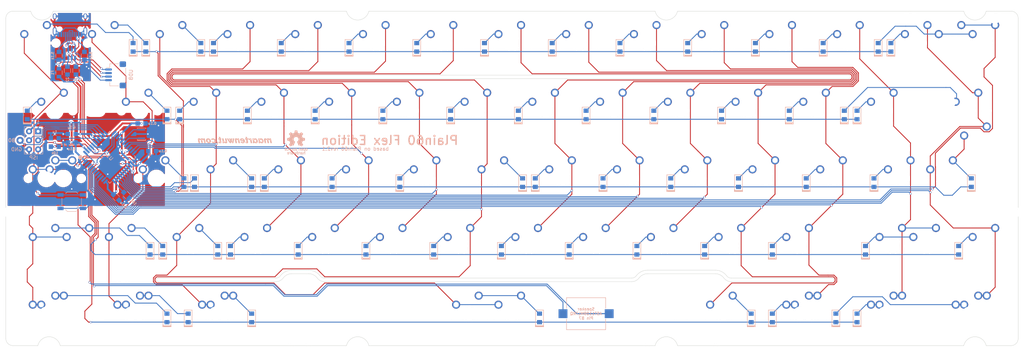
<source format=kicad_pcb>
(kicad_pcb (version 20200829) (generator pcbnew)
  (layers (0 "F.Cu" signal) (31 "B.Cu" signal) (34 "B.Paste" user) (35 "F.Paste" user) (36 "B.SilkS" user) (37 "F.SilkS" user) (38 "B.Mask" user) (39 "F.Mask" user) (44 "Edge.Cuts" user))
  (net 0 "")
  (net 1 "GND")
  (net 2 "VCC")
  (net 3 "row0")
  (net 4 "Net-(D1-Pad2)")
  (net 5 "Net-(D2-Pad2)")
  (net 6 "Net-(D3-Pad2)")
  (net 7 "Net-(D4-Pad2)")
  (net 8 "Net-(D5-Pad2)")
  (net 9 "Net-(D6-Pad2)")
  (net 10 "Net-(D7-Pad2)")
  (net 11 "Net-(D8-Pad2)")
  (net 12 "Net-(D9-Pad2)")
  (net 13 "Net-(D10-Pad2)")
  (net 14 "Net-(D11-Pad2)")
  (net 15 "Net-(D12-Pad2)")
  (net 16 "Net-(D13-Pad2)")
  (net 17 "Net-(D14-Pad2)")
  (net 18 "Net-(D15-Pad2)")
  (net 19 "Net-(D16-Pad2)")
  (net 20 "row1")
  (net 21 "Net-(D17-Pad2)")
  (net 22 "Net-(D18-Pad2)")
  (net 23 "Net-(D19-Pad2)")
  (net 24 "Net-(D20-Pad2)")
  (net 25 "Net-(D21-Pad2)")
  (net 26 "Net-(D22-Pad2)")
  (net 27 "Net-(D23-Pad2)")
  (net 28 "Net-(D24-Pad2)")
  (net 29 "Net-(D25-Pad2)")
  (net 30 "Net-(D26-Pad2)")
  (net 31 "Net-(D27-Pad2)")
  (net 32 "Net-(D28-Pad2)")
  (net 33 "Net-(D29-Pad2)")
  (net 34 "row2")
  (net 35 "Net-(D31-Pad2)")
  (net 36 "Net-(D32-Pad2)")
  (net 37 "Net-(D33-Pad2)")
  (net 38 "Net-(D34-Pad2)")
  (net 39 "Net-(D35-Pad2)")
  (net 40 "Net-(D36-Pad2)")
  (net 41 "Net-(D37-Pad2)")
  (net 42 "Net-(D38-Pad2)")
  (net 43 "Net-(D39-Pad2)")
  (net 44 "Net-(D40-Pad2)")
  (net 45 "Net-(D41-Pad2)")
  (net 46 "Net-(D42-Pad2)")
  (net 47 "Net-(D43-Pad2)")
  (net 48 "Net-(D44-Pad2)")
  (net 49 "row3")
  (net 50 "Net-(D46-Pad2)")
  (net 51 "Net-(D47-Pad2)")
  (net 52 "Net-(D48-Pad2)")
  (net 53 "Net-(D49-Pad2)")
  (net 54 "Net-(D50-Pad2)")
  (net 55 "Net-(D51-Pad2)")
  (net 56 "Net-(D52-Pad2)")
  (net 57 "Net-(D53-Pad2)")
  (net 58 "Net-(D54-Pad2)")
  (net 59 "Net-(D55-Pad2)")
  (net 60 "Net-(D56-Pad2)")
  (net 61 "Net-(D57-Pad2)")
  (net 62 "Net-(D58-Pad2)")
  (net 63 "Net-(D59-Pad2)")
  (net 64 "Net-(D61-Pad2)")
  (net 65 "row4")
  (net 66 "Net-(D62-Pad2)")
  (net 67 "Net-(D63-Pad2)")
  (net 68 "Net-(D67-Pad2)")
  (net 69 "Net-(D71-Pad2)")
  (net 70 "Net-(D72-Pad2)")
  (net 71 "Net-(D73-Pad2)")
  (net 72 "Net-(D74-Pad2)")
  (net 73 "Net-(J1-Pad4)")
  (net 74 "Net-(J1-Pad10)")
  (net 75 "col0")
  (net 76 "col1")
  (net 77 "col2")
  (net 78 "col3")
  (net 79 "col4")
  (net 80 "col5")
  (net 81 "col6")
  (net 82 "col7")
  (net 83 "col8")
  (net 84 "col9")
  (net 85 "col10")
  (net 86 "col11")
  (net 87 "col12")
  (net 88 "col13")
  (net 89 "col14")
  (net 90 "D-")
  (net 91 "D+")
  (net 92 "RST")
  (net 93 "Net-(R6-Pad2)")
  (net 94 "MISO")
  (net 95 "SCK")
  (net 96 "MOSI")
  (net 97 "Net-(H1-Pad1)")
  (net 98 "VBUS")
  (net 99 "Net-(R1-Pad1)")
  (net 100 "Net-(R1-Pad2)")
  (net 101 "Net-(R2-Pad2)")
  (net 102 "Net-(R2-Pad1)")
  (net 103 "Net-(U1-Pad16)")
  (net 104 "Net-(U1-Pad17)")
  (net 105 "Net-(LS1-Pad1)")
  (net 106 "Net-(C1-Pad1)")
  (module "Keeb_switches:CHERRY_PLATE_100H" (layer "F.Cu") (at 76.2 28.575)
    (fp_text reference "K19" hide)
    (fp_text value "KEYSW" hide)
    (pad "1" thru_hole circle (at 2.54 -5.08) (size 2.286 2.286) (drill 1.4986) (layers *.Cu *.Mask) (net 78 "col3"))
    (pad "2" thru_hole circle (at -3.81 -2.54) (size 2.286 2.286) (drill 1.4986) (layers *.Cu *.Mask) (net 23 "Net-(D19-Pad2)"))
    (pad "HOLE" np_thru_hole circle (at -5.08 0) (size 1.7018 1.7018) (drill 1.7018) (layers *.Cu *.Mask))
    (pad "HOLE" np_thru_hole circle (at 5.08 0) (size 1.7018 1.7018) (drill 1.7018) (layers *.Cu *.Mask))
    (pad "HOLE" np_thru_hole circle (at 0 0) (size 3.9878 3.9878) (drill 3.9878) (layers *.Cu *.Mask))
  )
  (module "Keeb_switches:CHERRY_PLATE_100H" (layer "F.Cu") (at 95.25 28.575)
    (fp_text reference "K20" hide)
    (fp_text value "KEYSW" hide)
    (pad "1" thru_hole circle (at 2.54 -5.08) (size 2.286 2.286) (drill 1.4986) (layers *.Cu *.Mask) (net 79 "col4"))
    (pad "2" thru_hole circle (at -3.81 -2.54) (size 2.286 2.286) (drill 1.4986) (layers *.Cu *.Mask) (net 24 "Net-(D20-Pad2)"))
    (pad "HOLE" np_thru_hole circle (at -5.08 0) (size 1.7018 1.7018) (drill 1.7018) (layers *.Cu *.Mask))
    (pad "HOLE" np_thru_hole circle (at 5.08 0) (size 1.7018 1.7018) (drill 1.7018) (layers *.Cu *.Mask))
    (pad "HOLE" np_thru_hole circle (at 0 0) (size 3.9878 3.9878) (drill 3.9878) (layers *.Cu *.Mask))
  )
  (module "Keeb_switches:CHERRY_PLATE_100H" (layer "F.Cu") (at 152.4 28.575)
    (fp_text reference "K23" hide)
    (fp_text value "KEYSW" hide)
    (pad "1" thru_hole circle (at 2.54 -5.08) (size 2.286 2.286) (drill 1.4986) (layers *.Cu *.Mask) (net 82 "col7"))
    (pad "2" thru_hole circle (at -3.81 -2.54) (size 2.286 2.286) (drill 1.4986) (layers *.Cu *.Mask) (net 27 "Net-(D23-Pad2)"))
    (pad "HOLE" np_thru_hole circle (at 5.08 0) (size 1.7018 1.7018) (drill 1.7018) (layers *.Cu *.Mask))
    (pad "HOLE" np_thru_hole circle (at -5.08 0) (size 1.7018 1.7018) (drill 1.7018) (layers *.Cu *.Mask))
    (pad "HOLE" np_thru_hole circle (at 0 0) (size 3.9878 3.9878) (drill 3.9878) (layers *.Cu *.Mask))
  )
  (module "Keeb_switches:CHERRY_PLATE_100H" (layer "F.Cu") (at 171.45 28.575)
    (fp_text reference "K24" hide)
    (fp_text value "KEYSW" hide)
    (pad "1" thru_hole circle (at 2.54 -5.08) (size 2.286 2.286) (drill 1.4986) (layers *.Cu *.Mask) (net 83 "col8"))
    (pad "2" thru_hole circle (at -3.81 -2.54) (size 2.286 2.286) (drill 1.4986) (layers *.Cu *.Mask) (net 28 "Net-(D24-Pad2)"))
    (pad "HOLE" np_thru_hole circle (at 0 0) (size 3.9878 3.9878) (drill 3.9878) (layers *.Cu *.Mask))
    (pad "HOLE" np_thru_hole circle (at 5.08 0) (size 1.7018 1.7018) (drill 1.7018) (layers *.Cu *.Mask))
    (pad "HOLE" np_thru_hole circle (at -5.08 0) (size 1.7018 1.7018) (drill 1.7018) (layers *.Cu *.Mask))
  )
  (module "Keeb_switches:CHERRY_PLATE_100H" (layer "F.Cu") (at 38.1 28.575)
    (fp_text reference "K17" hide)
    (fp_text value "KEYSW" hide)
    (pad "1" thru_hole circle (at 2.54 -5.08) (size 2.286 2.286) (drill 1.4986) (layers *.Cu *.Mask) (net 21 "Net-(D17-Pad2)"))
    (pad "2" thru_hole circle (at -3.81 -2.54) (size 2.286 2.286) (drill 1.4986) (layers *.Cu *.Mask) (net 76 "col1"))
    (pad "HOLE" np_thru_hole circle (at 0 0) (size 3.9878 3.9878) (drill 3.9878) (layers *.Cu *.Mask))
    (pad "HOLE" np_thru_hole circle (at -5.08 0) (size 1.7018 1.7018) (drill 1.7018) (layers *.Cu *.Mask))
    (pad "HOLE" np_thru_hole circle (at 5.08 0) (size 1.7018 1.7018) (drill 1.7018) (layers *.Cu *.Mask))
  )
  (module "Keeb_switches:CHERRY_PLATE_100H" (layer "F.Cu") (at 133.35 28.575)
    (fp_text reference "K22" hide)
    (fp_text value "KEYSW" hide)
    (pad "1" thru_hole circle (at 2.54 -5.08) (size 2.286 2.286) (drill 1.4986) (layers *.Cu *.Mask) (net 81 "col6"))
    (pad "2" thru_hole circle (at -3.81 -2.54) (size 2.286 2.286) (drill 1.4986) (layers *.Cu *.Mask) (net 26 "Net-(D22-Pad2)"))
    (pad "HOLE" np_thru_hole circle (at -5.08 0) (size 1.7018 1.7018) (drill 1.7018) (layers *.Cu *.Mask))
    (pad "HOLE" np_thru_hole circle (at 5.08 0) (size 1.7018 1.7018) (drill 1.7018) (layers *.Cu *.Mask))
    (pad "HOLE" np_thru_hole circle (at 0 0) (size 3.9878 3.9878) (drill 3.9878) (layers *.Cu *.Mask))
  )
  (module "Keeb_switches:CHERRY_PLATE_100H" (layer "F.Cu") (at 114.3 28.575)
    (fp_text reference "K21" hide)
    (fp_text value "KEYSW" hide)
    (pad "1" thru_hole circle (at 2.54 -5.08) (size 2.286 2.286) (drill 1.4986) (layers *.Cu *.Mask) (net 80 "col5"))
    (pad "2" thru_hole circle (at -3.81 -2.54) (size 2.286 2.286) (drill 1.4986) (layers *.Cu *.Mask) (net 25 "Net-(D21-Pad2)"))
    (pad "HOLE" np_thru_hole circle (at 0 0) (size 3.9878 3.9878) (drill 3.9878) (layers *.Cu *.Mask))
    (pad "HOLE" np_thru_hole circle (at -5.08 0) (size 1.7018 1.7018) (drill 1.7018) (layers *.Cu *.Mask))
    (pad "HOLE" np_thru_hole circle (at 5.08 0) (size 1.7018 1.7018) (drill 1.7018) (layers *.Cu *.Mask))
  )
  (module "Keeb_switches:CHERRY_PLATE_100H" (layer "F.Cu") (at 57.15 28.575)
    (fp_text reference "K18" hide)
    (fp_text value "KEYSW" hide)
    (pad "1" thru_hole circle (at 2.54 -5.08) (size 2.286 2.286) (drill 1.4986) (layers *.Cu *.Mask) (net 77 "col2"))
    (pad "2" thru_hole circle (at -3.81 -2.54) (size 2.286 2.286) (drill 1.4986) (layers *.Cu *.Mask) (net 22 "Net-(D18-Pad2)"))
    (pad "HOLE" np_thru_hole circle (at -5.08 0) (size 1.7018 1.7018) (drill 1.7018) (layers *.Cu *.Mask))
    (pad "HOLE" np_thru_hole circle (at 5.08 0) (size 1.7018 1.7018) (drill 1.7018) (layers *.Cu *.Mask))
    (pad "HOLE" np_thru_hole circle (at 0 0) (size 3.9878 3.9878) (drill 3.9878) (layers *.Cu *.Mask))
  )
  (module "Keeb_switches:CHERRY_PLATE_150H" (layer "F.Cu") (at 14.2875 28.575)
    (fp_text reference "K16" hide)
    (fp_text value "KEYSW" hide)
    (pad "1" thru_hole circle (at 2.54 -5.08) (size 2.286 2.286) (drill 1.4986) (layers *.Cu *.Mask) (net 75 "col0"))
    (pad "2" thru_hole circle (at -3.81 -2.54) (size 2.286 2.286) (drill 1.4986) (layers *.Cu *.Mask) (net 19 "Net-(D16-Pad2)"))
    (pad "HOLE" np_thru_hole circle (at 0 0) (size 3.9878 3.9878) (drill 3.9878) (layers *.Cu *.Mask))
    (pad "HOLE" np_thru_hole circle (at -5.08 0) (size 1.7018 1.7018) (drill 1.7018) (layers *.Cu *.Mask))
    (pad "HOLE" np_thru_hole circle (at 5.08 0) (size 1.7018 1.7018) (drill 1.7018) (layers *.Cu *.Mask))
  )
  (module "Keeb_switches:CHERRY_PCB_200H" (layer "F.Cu") (at 266.7 9.525)
    (fp_text reference "K15" hide)
    (fp_text value "KEYSW" hide)
    (pad "" np_thru_hole circle (at -11.938 -6.985) (size 3.048 3.048) (drill 3.048) (layers *.Cu *.Mask))
    (pad "" np_thru_hole circle (at 0 0) (size 3.9878 3.9878) (drill 3.9878) (layers *.Cu *.Mask))
    (pad "" np_thru_hole circle (at 11.938 -6.985) (size 3.048 3.048) (drill 3.048) (layers *.Cu *.Mask))
    (pad "" np_thru_hole circle (at -5.08 0) (size 1.7018 1.7018) (drill 1.7018) (layers *.Cu *.Mask))
    (pad "" np_thru_hole circle (at 11.938 8.255) (size 3.9878 3.9878) (drill 3.9878) (layers *.Cu *.Mask))
    (pad "" np_thru_hole circle (at -11.938 8.255) (size 3.9878 3.9878) (drill 3.9878) (layers *.Cu *.Mask))
    (pad "" np_thru_hole circle (at 5.08 0) (size 1.7018 1.7018) (drill 1.7018) (layers *.Cu *.Mask))
    (pad "1" thru_hole circle (at 2.54 -5.08) (size 2.286 2.286) (drill 1.4986) (layers *.Cu *.Mask) (net 89 "col14"))
    (pad "2" thru_hole circle (at -3.81 -2.54) (size 2.286 2.286) (drill 1.4986) (layers *.Cu *.Mask) (net 18 "Net-(D15-Pad2)"))
  )
  (module "Keeb_switches:CHERRY_PLATE_100H" (layer "F.Cu") (at 142.875 9.525)
    (fp_text reference "K8" hide)
    (fp_text value "KEYSW" hide)
    (pad "1" thru_hole circle (at 2.54 -5.08) (size 2.286 2.286) (drill 1.4986) (layers *.Cu *.Mask) (net 82 "col7"))
    (pad "2" thru_hole circle (at -3.81 -2.54) (size 2.286 2.286) (drill 1.4986) (layers *.Cu *.Mask) (net 11 "Net-(D8-Pad2)"))
    (pad "HOLE" np_thru_hole circle (at 5.08 0) (size 1.7018 1.7018) (drill 1.7018) (layers *.Cu *.Mask))
    (pad "HOLE" np_thru_hole circle (at -5.08 0) (size 1.7018 1.7018) (drill 1.7018) (layers *.Cu *.Mask))
    (pad "HOLE" np_thru_hole circle (at 0 0) (size 3.9878 3.9878) (drill 3.9878) (layers *.Cu *.Mask))
  )
  (module "Keeb_switches:CHERRY_PLATE_100H" (layer "F.Cu") (at 180.975 9.525)
    (fp_text reference "K10" hide)
    (fp_text value "KEYSW" hide)
    (pad "1" thru_hole circle (at 2.54 -5.08) (size 2.286 2.286) (drill 1.4986) (layers *.Cu *.Mask) (net 84 "col9"))
    (pad "2" thru_hole circle (at -3.81 -2.54) (size 2.286 2.286) (drill 1.4986) (layers *.Cu *.Mask) (net 13 "Net-(D10-Pad2)"))
    (pad "HOLE" np_thru_hole circle (at 5.08 0) (size 1.7018 1.7018) (drill 1.7018) (layers *.Cu *.Mask))
    (pad "HOLE" np_thru_hole circle (at -5.08 0) (size 1.7018 1.7018) (drill 1.7018) (layers *.Cu *.Mask))
    (pad "HOLE" np_thru_hole circle (at 0 0) (size 3.9878 3.9878) (drill 3.9878) (layers *.Cu *.Mask))
  )
  (module "Keeb_switches:CHERRY_PLATE_100H" (layer "F.Cu") (at 257.175 9.525)
    (fp_text reference "K14" hide)
    (fp_text value "KEYSW" hide)
    (pad "1" thru_hole circle (at 2.54 -5.08) (size 2.286 2.286) (drill 1.4986) (layers *.Cu *.Mask) (net 88 "col13"))
    (pad "2" thru_hole circle (at -3.81 -2.54) (size 2.286 2.286) (drill 1.4986) (layers *.Cu *.Mask) (net 17 "Net-(D14-Pad2)"))
    (pad "HOLE" np_thru_hole circle (at 0 0) (size 3.9878 3.9878) (drill 3.9878) (layers *.Cu *.Mask))
    (pad "HOLE" np_thru_hole circle (at -5.08 0) (size 1.7018 1.7018) (drill 1.7018) (layers *.Cu *.Mask))
    (pad "HOLE" np_thru_hole circle (at 5.08 0) (size 1.7018 1.7018) (drill 1.7018) (layers *.Cu *.Mask))
  )
  (module "Keeb_switches:CHERRY_PLATE_100H" (layer "F.Cu") (at 85.725 9.525)
    (fp_text reference "K5" hide)
    (fp_text value "KEYSW" hide)
    (pad "1" thru_hole circle (at 2.54 -5.08) (size 2.286 2.286) (drill 1.4986) (layers *.Cu *.Mask) (net 79 "col4"))
    (pad "2" thru_hole circle (at -3.81 -2.54) (size 2.286 2.286) (drill 1.4986) (layers *.Cu *.Mask) (net 8 "Net-(D5-Pad2)"))
    (pad "HOLE" np_thru_hole circle (at -5.08 0) (size 1.7018 1.7018) (drill 1.7018) (layers *.Cu *.Mask))
    (pad "HOLE" np_thru_hole circle (at 0 0) (size 3.9878 3.9878) (drill 3.9878) (layers *.Cu *.Mask))
    (pad "HOLE" np_thru_hole circle (at 5.08 0) (size 1.7018 1.7018) (drill 1.7018) (layers *.Cu *.Mask))
  )
  (module "Keeb_switches:CHERRY_PLATE_100H" (layer "F.Cu") (at 238.125 9.525)
    (fp_text reference "K13" hide)
    (fp_text value "KEYSW" hide)
    (pad "1" thru_hole circle (at 2.54 -5.08) (size 2.286 2.286) (drill 1.4986) (layers *.Cu *.Mask) (net 87 "col12"))
    (pad "2" thru_hole circle (at -3.81 -2.54) (size 2.286 2.286) (drill 1.4986) (layers *.Cu *.Mask) (net 16 "Net-(D13-Pad2)"))
    (pad "HOLE" np_thru_hole circle (at -5.08 0) (size 1.7018 1.7018) (drill 1.7018) (layers *.Cu *.Mask))
    (pad "HOLE" np_thru_hole circle (at 0 0) (size 3.9878 3.9878) (drill 3.9878) (layers *.Cu *.Mask))
    (pad "HOLE" np_thru_hole circle (at 5.08 0) (size 1.7018 1.7018) (drill 1.7018) (layers *.Cu *.Mask))
  )
  (module "Keeb_switches:CHERRY_PLATE_100H" (layer "F.Cu") (at 219.075 9.525)
    (fp_text reference "K12" hide)
    (fp_text value "KEYSW" hide)
    (pad "1" thru_hole circle (at 2.54 -5.08) (size 2.286 2.286) (drill 1.4986) (layers *.Cu *.Mask) (net 86 "col11"))
    (pad "2" thru_hole circle (at -3.81 -2.54) (size 2.286 2.286) (drill 1.4986) (layers *.Cu *.Mask) (net 15 "Net-(D12-Pad2)"))
    (pad "HOLE" np_thru_hole circle (at 0 0) (size 3.9878 3.9878) (drill 3.9878) (layers *.Cu *.Mask))
    (pad "HOLE" np_thru_hole circle (at 5.08 0) (size 1.7018 1.7018) (drill 1.7018) (layers *.Cu *.Mask))
    (pad "HOLE" np_thru_hole circle (at -5.08 0) (size 1.7018 1.7018) (drill 1.7018) (layers *.Cu *.Mask))
  )
  (module "Keeb_switches:CHERRY_PLATE_100H" (layer "F.Cu") (at 200.025 9.525)
    (fp_text reference "K11" hide)
    (fp_text value "KEYSW" hide)
    (pad "1" thru_hole circle (at 2.54 -5.08) (size 2.286 2.286) (drill 1.4986) (layers *.Cu *.Mask) (net 85 "col10"))
    (pad "2" thru_hole circle (at -3.81 -2.54) (size 2.286 2.286) (drill 1.4986) (layers *.Cu *.Mask) (net 14 "Net-(D11-Pad2)"))
    (pad "HOLE" np_thru_hole circle (at 5.08 0) (size 1.7018 1.7018) (drill 1.7018) (layers *.Cu *.Mask))
    (pad "HOLE" np_thru_hole circle (at 0 0) (size 3.9878 3.9878) (drill 3.9878) (layers *.Cu *.Mask))
    (pad "HOLE" np_thru_hole circle (at -5.08 0) (size 1.7018 1.7018) (drill 1.7018) (layers *.Cu *.Mask))
  )
  (module "Keeb_switches:CHERRY_PLATE_100H" (layer "F.Cu") (at 161.925 9.525)
    (fp_text reference "K9" hide)
    (fp_text value "KEYSW" hide)
    (pad "1" thru_hole circle (at 2.54 -5.08) (size 2.286 2.286) (drill 1.4986) (layers *.Cu *.Mask) (net 83 "col8"))
    (pad "2" thru_hole circle (at -3.81 -2.54) (size 2.286 2.286) (drill 1.4986) (layers *.Cu *.Mask) (net 12 "Net-(D9-Pad2)"))
    (pad "HOLE" np_thru_hole circle (at 5.08 0) (size 1.7018 1.7018) (drill 1.7018) (layers *.Cu *.Mask))
    (pad "HOLE" np_thru_hole circle (at -5.08 0) (size 1.7018 1.7018) (drill 1.7018) (layers *.Cu *.Mask))
    (pad "HOLE" np_thru_hole circle (at 0 0) (size 3.9878 3.9878) (drill 3.9878) (layers *.Cu *.Mask))
  )
  (module "Keeb_switches:CHERRY_PLATE_100H" (layer "F.Cu") (at 123.825 9.525)
    (fp_text reference "K7" hide)
    (fp_text value "KEYSW" hide)
    (pad "1" thru_hole circle (at 2.54 -5.08) (size 2.286 2.286) (drill 1.4986) (layers *.Cu *.Mask) (net 81 "col6"))
    (pad "2" thru_hole circle (at -3.81 -2.54) (size 2.286 2.286) (drill 1.4986) (layers *.Cu *.Mask) (net 10 "Net-(D7-Pad2)"))
    (pad "HOLE" np_thru_hole circle (at 5.08 0) (size 1.7018 1.7018) (drill 1.7018) (layers *.Cu *.Mask))
    (pad "HOLE" np_thru_hole circle (at 0 0) (size 3.9878 3.9878) (drill 3.9878) (layers *.Cu *.Mask))
    (pad "HOLE" np_thru_hole circle (at -5.08 0) (size 1.7018 1.7018) (drill 1.7018) (layers *.Cu *.Mask))
  )
  (module "Keeb_switches:CHERRY_PLATE_100H" (layer "F.Cu") (at 104.775 9.525)
    (fp_text reference "K6" hide)
    (fp_text value "KEYSW" hide)
    (pad "1" thru_hole circle (at 2.54 -5.08) (size 2.286 2.286) (drill 1.4986) (layers *.Cu *.Mask) (net 80 "col5"))
    (pad "2" thru_hole circle (at -3.81 -2.54) (size 2.286 2.286) (drill 1.4986) (layers *.Cu *.Mask) (net 9 "Net-(D6-Pad2)"))
    (pad "HOLE" np_thru_hole circle (at 0 0) (size 3.9878 3.9878) (drill 3.9878) (layers *.Cu *.Mask))
    (pad "HOLE" np_thru_hole circle (at -5.08 0) (size 1.7018 1.7018) (drill 1.7018) (layers *.Cu *.Mask))
    (pad "HOLE" np_thru_hole circle (at 5.08 0) (size 1.7018 1.7018) (drill 1.7018) (layers *.Cu *.Mask))
  )
  (module "Keeb_switches:CHERRY_PLATE_100H" (layer "F.Cu") (at 66.675 9.525)
    (fp_text reference "K4" hide)
    (fp_text value "KEYSW" hide)
    (pad "1" thru_hole circle (at 2.54 -5.08) (size 2.286 2.286) (drill 1.4986) (layers *.Cu *.Mask) (net 78 "col3"))
    (pad "2" thru_hole circle (at -3.81 -2.54) (size 2.286 2.286) (drill 1.4986) (layers *.Cu *.Mask) (net 7 "Net-(D4-Pad2)"))
    (pad "HOLE" np_thru_hole circle (at 5.08 0) (size 1.7018 1.7018) (drill 1.7018) (layers *.Cu *.Mask))
    (pad "HOLE" np_thru_hole circle (at 0 0) (size 3.9878 3.9878) (drill 3.9878) (layers *.Cu *.Mask))
    (pad "HOLE" np_thru_hole circle (at -5.08 0) (size 1.7018 1.7018) (drill 1.7018) (layers *.Cu *.Mask))
  )
  (module "Keeb_switches:CHERRY_PLATE_100H" (layer "F.Cu") (at 28.575 9.525)
    (fp_text reference "K2" hide)
    (fp_text value "KEYSW" hide)
    (pad "1" thru_hole circle (at 2.54 -5.08) (size 2.286 2.286) (drill 1.4986) (layers *.Cu *.Mask) (net 5 "Net-(D2-Pad2)"))
    (pad "2" thru_hole circle (at -3.81 -2.54) (size 2.286 2.286) (drill 1.4986) (layers *.Cu *.Mask) (net 76 "col1"))
    (pad "HOLE" np_thru_hole circle (at 5.08 0) (size 1.7018 1.7018) (drill 1.7018) (layers *.Cu *.Mask))
    (pad "HOLE" np_thru_hole circle (at -5.08 0) (size 1.7018 1.7018) (drill 1.7018) (layers *.Cu *.Mask))
    (pad "HOLE" np_thru_hole circle (at 0 0) (size 3.9878 3.9878) (drill 3.9878) (layers *.Cu *.Mask))
  )
  (module "Keeb_switches:CHERRY_PLATE_100H" (layer "F.Cu") (at 9.525 9.525)
    (fp_text reference "K1" hide)
    (fp_text value "KEYSW" hide)
    (pad "1" thru_hole circle (at 2.54 -5.08) (size 2.286 2.286) (drill 1.4986) (layers *.Cu *.Mask) (net 4 "Net-(D1-Pad2)"))
    (pad "2" thru_hole circle (at -3.81 -2.54) (size 2.286 2.286) (drill 1.4986) (layers *.Cu *.Mask) (net 75 "col0"))
    (pad "HOLE" np_thru_hole circle (at 0 0) (size 3.9878 3.9878) (drill 3.9878) (layers *.Cu *.Mask))
    (pad "HOLE" np_thru_hole circle (at -5.08 0) (size 1.7018 1.7018) (drill 1.7018) (layers *.Cu *.Mask))
    (pad "HOLE" np_thru_hole circle (at 5.08 0) (size 1.7018 1.7018) (drill 1.7018) (layers *.Cu *.Mask))
  )
  (module "Keeb_switches:CHERRY_PLATE_100H" (layer "F.Cu") (at 47.625 9.525)
    (fp_text reference "K3" hide)
    (fp_text value "KEYSW" hide)
    (pad "1" thru_hole circle (at 2.54 -5.08) (size 2.286 2.286) (drill 1.4986) (layers *.Cu *.Mask) (net 6 "Net-(D3-Pad2)"))
    (pad "2" thru_hole circle (at -3.81 -2.54) (size 2.286 2.286) (drill 1.4986) (layers *.Cu *.Mask) (net 77 "col2"))
    (pad "HOLE" np_thru_hole circle (at 0 0) (size 3.9878 3.9878) (drill 3.9878) (layers *.Cu *.Mask))
    (pad "HOLE" np_thru_hole circle (at -5.08 0) (size 1.7018 1.7018) (drill 1.7018) (layers *.Cu *.Mask))
    (pad "HOLE" np_thru_hole circle (at 5.08 0) (size 1.7018 1.7018) (drill 1.7018) (layers *.Cu *.Mask))
  )
  (module "Keeb_switches:CHERRY_PLATE_100H" (layer "F.Cu") (at 38.1 85.725)
    (fp_text reference "K62-1" hide)
    (fp_text value "KEYSW" hide)
    (pad "1" thru_hole circle (at 2.54 -5.08) (size 2.286 2.286) (drill 1.4986) (layers *.Cu *.Mask) (net 66 "Net-(D62-Pad2)"))
    (pad "2" thru_hole circle (at -3.81 -2.54) (size 2.286 2.286) (drill 1.4986) (layers *.Cu *.Mask) (net 76 "col1"))
    (pad "HOLE" np_thru_hole circle (at 5.08 0) (size 1.7018 1.7018) (drill 1.7018) (layers *.Cu *.Mask))
    (pad "HOLE" np_thru_hole circle (at 0 0) (size 3.9878 3.9878) (drill 3.9878) (layers *.Cu *.Mask))
    (pad "HOLE" np_thru_hole circle (at -5.08 0) (size 1.7018 1.7018) (drill 1.7018) (layers *.Cu *.Mask))
  )
  (module "Keeb_switches:CHERRY_PLATE_125H" (layer "F.Cu") (at 202.40625 85.725)
    (fp_text reference "K71" hide)
    (fp_text value "KEYSW" hide)
    (pad "1" thru_hole circle (at 2.54 -5.08) (size 2.286 2.286) (drill 1.4986) (layers *.Cu *.Mask) (net 69 "Net-(D71-Pad2)"))
    (pad "2" thru_hole circle (at -3.81 -2.54) (size 2.286 2.286) (drill 1.4986) (layers *.Cu *.Mask) (net 85 "col10"))
    (pad "HOLE" np_thru_hole circle (at -5.08 0) (size 1.7018 1.7018) (drill 1.7018) (layers *.Cu *.Mask))
    (pad "HOLE" np_thru_hole circle (at 0 0) (size 3.9878 3.9878) (drill 3.9878) (layers *.Cu *.Mask))
    (pad "HOLE" np_thru_hole circle (at 5.08 0) (size 1.7018 1.7018) (drill 1.7018) (layers *.Cu *.Mask))
  )
  (module "Keeb_switches:CHERRY_PLATE_100H" (layer "F.Cu") (at 147.6375 66.675)
    (fp_text reference "K53" hide)
    (fp_text value "KEYSW" hide)
    (pad "1" thru_hole circle (at 2.54 -5.08) (size 2.286 2.286) (drill 1.4986) (layers *.Cu *.Mask) (net 82 "col7"))
    (pad "2" thru_hole circle (at -3.81 -2.54) (size 2.286 2.286) (drill 1.4986) (layers *.Cu *.Mask) (net 57 "Net-(D53-Pad2)"))
    (pad "HOLE" np_thru_hole circle (at 5.08 0) (size 1.7018 1.7018) (drill 1.7018) (layers *.Cu *.Mask))
    (pad "HOLE" np_thru_hole circle (at -5.08 0) (size 1.7018 1.7018) (drill 1.7018) (layers *.Cu *.Mask))
    (pad "HOLE" np_thru_hole circle (at 0 0) (size 3.9878 3.9878) (drill 3.9878) (layers *.Cu *.Mask))
  )
  (module "Keeb_switches:CHERRY_PLATE_175H" (layer "F.Cu") (at 250.03146 66.675056)
    (fp_text reference "K58-1" hide)
    (fp_text value "KEYSW" hide)
    (pad "1" thru_hole circle (at 2.54 -5.08) (size 2.286 2.286) (drill 1.4986) (layers *.Cu *.Mask) (net 87 "col12"))
    (pad "2" thru_hole circle (at -3.81 -2.54) (size 2.286 2.286) (drill 1.4986) (layers *.Cu *.Mask) (net 62 "Net-(D58-Pad2)"))
    (pad "HOLE" np_thru_hole circle (at -5.08 0) (size 1.7018 1.7018) (drill 1.7018) (layers *.Cu *.Mask))
    (pad "HOLE" np_thru_hole circle (at 5.08 0) (size 1.7018 1.7018) (drill 1.7018) (layers *.Cu *.Mask))
    (pad "HOLE" np_thru_hole circle (at 0 0) (size 3.9878 3.9878) (drill 3.9878) (layers *.Cu *.Mask))
  )
  (module "Keeb_switches:CHERRY_PLATE_125H" (layer "F.Cu") (at 11.90625 47.625)
    (fp_text reference "K31-1" hide)
    (fp_text value "KEYSW" hide)
    (pad "1" thru_hole circle (at 2.54 -5.08) (size 2.286 2.286) (drill 1.4986) (layers *.Cu *.Mask) (net 35 "Net-(D31-Pad2)"))
    (pad "2" thru_hole circle (at -3.81 -2.54) (size 2.286 2.286) (drill 1.4986) (layers *.Cu *.Mask) (net 75 "col0"))
    (pad "HOLE" np_thru_hole circle (at 5.08 0) (size 1.7018 1.7018) (drill 1.7018) (layers *.Cu *.Mask))
    (pad "HOLE" np_thru_hole circle (at -5.08 0) (size 1.7018 1.7018) (drill 1.7018) (layers *.Cu *.Mask))
    (pad "HOLE" np_thru_hole circle (at 0 0) (size 3.9878 3.9878) (drill 3.9878) (layers *.Cu *.Mask))
  )
  (module "Keeb_switches:CHERRY_PLATE_100H" (layer "F.Cu") (at 223.8375 66.675)
    (fp_text reference "K57" hide)
    (fp_text value "KEYSW" hide)
    (pad "1" thru_hole circle (at 2.54 -5.08) (size 2.286 2.286) (drill 1.4986) (layers *.Cu *.Mask) (net 86 "col11"))
    (pad "2" thru_hole circle (at -3.81 -2.54) (size 2.286 2.286) (drill 1.4986) (layers *.Cu *.Mask) (net 61 "Net-(D57-Pad2)"))
    (pad "HOLE" np_thru_hole circle (at 0 0) (size 3.9878 3.9878) (drill 3.9878) (layers *.Cu *.Mask))
    (pad "HOLE" np_thru_hole circle (at 5.08 0) (size 1.7018 1.7018) (drill 1.7018) (layers *.Cu *.Mask))
    (pad "HOLE" np_thru_hole circle (at -5.08 0) (size 1.7018 1.7018) (drill 1.7018) (layers *.Cu *.Mask))
  )
  (module "Keeb_switches:CHERRY_PLATE_100H" (layer "F.Cu") (at 166.6875 66.675)
    (fp_text reference "K54" hide)
    (fp_text value "KEYSW" hide)
    (pad "1" thru_hole circle (at 2.54 -5.08) (size 2.286 2.286) (drill 1.4986) (layers *.Cu *.Mask) (net 83 "col8"))
    (pad "2" thru_hole circle (at -3.81 -2.54) (size 2.286 2.286) (drill 1.4986) (layers *.Cu *.Mask) (net 58 "Net-(D54-Pad2)"))
    (pad "HOLE" np_thru_hole circle (at 5.08 0) (size 1.7018 1.7018) (drill 1.7018) (layers *.Cu *.Mask))
    (pad "HOLE" np_thru_hole circle (at 0 0) (size 3.9878 3.9878) (drill 3.9878) (layers *.Cu *.Mask))
    (pad "HOLE" np_thru_hole circle (at -5.08 0) (size 1.7018 1.7018) (drill 1.7018) (layers *.Cu *.Mask))
  )
  (module "Keeb_switches:CHERRY_PLATE_100H" (layer "F.Cu") (at 204.7875 66.675)
    (fp_text reference "K56" hide)
    (fp_text value "KEYSW" hide)
    (pad "1" thru_hole circle (at 2.54 -5.08) (size 2.286 2.286) (drill 1.4986) (layers *.Cu *.Mask) (net 85 "col10"))
    (pad "2" thru_hole circle (at -3.81 -2.54) (size 2.286 2.286) (drill 1.4986) (layers *.Cu *.Mask) (net 60 "Net-(D56-Pad2)"))
    (pad "HOLE" np_thru_hole circle (at 5.08 0) (size 1.7018 1.7018) (drill 1.7018) (layers *.Cu *.Mask))
    (pad "HOLE" np_thru_hole circle (at 0 0) (size 3.9878 3.9878) (drill 3.9878) (layers *.Cu *.Mask))
    (pad "HOLE" np_thru_hole circle (at -5.08 0) (size 1.7018 1.7018) (drill 1.7018) (layers *.Cu *.Mask))
  )
  (module "Keeb_switches:CHERRY_PLATE_100H" (layer "F.Cu") (at 128.5875 66.675)
    (fp_text reference "K52" hide)
    (fp_text value "KEYSW" hide)
    (pad "1" thru_hole circle (at 2.54 -5.08) (size 2.286 2.286) (drill 1.4986) (layers *.Cu *.Mask) (net 81 "col6"))
    (pad "2" thru_hole circle (at -3.81 -2.54) (size 2.286 2.286) (drill 1.4986) (layers *.Cu *.Mask) (net 56 "Net-(D52-Pad2)"))
    (pad "HOLE" np_thru_hole circle (at -5.08 0) (size 1.7018 1.7018) (drill 1.7018) (layers *.Cu *.Mask))
    (pad "HOLE" np_thru_hole circle (at 0 0) (size 3.9878 3.9878) (drill 3.9878) (layers *.Cu *.Mask))
    (pad "HOLE" np_thru_hole circle (at 5.08 0) (size 1.7018 1.7018) (drill 1.7018) (layers *.Cu *.Mask))
  )
  (module "Keeb_switches:CHERRY_PLATE_100H" (layer "F.Cu") (at 185.7375 66.675)
    (fp_text reference "K55" hide)
    (fp_text value "KEYSW" hide)
    (pad "1" thru_hole circle (at 2.54 -5.08) (size 2.286 2.286) (drill 1.4986) (layers *.Cu *.Mask) (net 84 "col9"))
    (pad "2" thru_hole circle (at -3.81 -2.54) (size 2.286 2.286) (drill 1.4986) (layers *.Cu *.Mask) (net 59 "Net-(D55-Pad2)"))
    (pad "HOLE" np_thru_hole circle (at 5.08 0) (size 1.7018 1.7018) (drill 1.7018) (layers *.Cu *.Mask))
    (pad "HOLE" np_thru_hole circle (at 0 0) (size 3.9878 3.9878) (drill 3.9878) (layers *.Cu *.Mask))
    (pad "HOLE" np_thru_hole circle (at -5.08 0) (size 1.7018 1.7018) (drill 1.7018) (layers *.Cu *.Mask))
  )
  (module "Keeb_switches:CHERRY_PLATE_150H" (layer "F.Cu") (at 14.2875 85.725)
    (fp_text reference "K61-1" hide)
    (fp_text value "KEYSW" hide)
    (pad "1" thru_hole circle (at 2.54 -5.08) (size 2.286 2.286) (drill 1.4986) (layers *.Cu *.Mask) (net 64 "Net-(D61-Pad2)"))
    (pad "2" thru_hole circle (at -3.81 -2.54) (size 2.286 2.286) (drill 1.4986) (layers *.Cu *.Mask) (net 75 "col0"))
    (pad "HOLE" np_thru_hole circle (at 5.08 0) (size 1.7018 1.7018) (drill 1.7018) (layers *.Cu *.Mask))
    (pad "HOLE" np_thru_hole circle (at -5.08 0) (size 1.7018 1.7018) (drill 1.7018) (layers *.Cu *.Mask))
    (pad "HOLE" np_thru_hole circle (at 0 0) (size 3.9878 3.9878) (drill 3.9878) (layers *.Cu *.Mask))
  )
  (module "Keeb_switches:CHERRY_PLATE_125H" (layer "F.Cu") (at 11.90625 66.675)
    (fp_text reference "K46-1" hide)
    (fp_text value "KEYSW" hide)
    (pad "1" thru_hole circle (at 2.54 -5.08) (size 2.286 2.286) (drill 1.4986) (layers *.Cu *.Mask) (net 50 "Net-(D46-Pad2)"))
    (pad "2" thru_hole circle (at -3.81 -2.54) (size 2.286 2.286) (drill 1.4986) (layers *.Cu *.Mask) (net 75 "col0"))
    (pad "HOLE" np_thru_hole circle (at -5.08 0) (size 1.7018 1.7018) (drill 1.7018) (layers *.Cu *.Mask))
    (pad "HOLE" np_thru_hole circle (at 5.08 0) (size 1.7018 1.7018) (drill 1.7018) (layers *.Cu *.Mask))
    (pad "HOLE" np_thru_hole circle (at 0 0) (size 3.9878 3.9878) (drill 3.9878) (layers *.Cu *.Mask))
  )
  (module "Keeb_switches:CHERRY_PLATE_100H" (layer "F.Cu") (at 276.225 9.525)
    (fp_text reference "K15-1" hide)
    (fp_text value "KEYSW" hide)
    (pad "1" thru_hole circle (at 2.54 -5.08) (size 2.286 2.286) (drill 1.4986) (layers *.Cu *.Mask) (net 89 "col14"))
    (pad "2" thru_hole circle (at -3.81 -2.54) (size 2.286 2.286) (drill 1.4986) (layers *.Cu *.Mask) (net 18 "Net-(D15-Pad2)"))
    (pad "HOLE" np_thru_hole circle (at 0 0) (size 3.9878 3.9878) (drill 3.9878) (layers *.Cu *.Mask))
    (pad "HOLE" np_thru_hole circle (at -5.08 0) (size 1.7018 1.7018) (drill 1.7018) (layers *.Cu *.Mask))
    (pad "HOLE" np_thru_hole circle (at 5.08 0) (size 1.7018 1.7018) (drill 1.7018) (layers *.Cu *.Mask))
  )
  (module "Keeb_switches:CHERRY_PLATE_125H" (layer "F.Cu") (at 273.84375 85.725072)
    (fp_text reference "K74" hide)
    (fp_text value "KEYSW" hide)
    (pad "1" thru_hole circle (at 2.54 -5.08) (size 2.286 2.286) (drill 1.4986) (layers *.Cu *.Mask) (net 88 "col13"))
    (pad "2" thru_hole circle (at -3.81 -2.54) (size 2.286 2.286) (drill 1.4986) (layers *.Cu *.Mask) (net 72 "Net-(D74-Pad2)"))
    (pad "HOLE" np_thru_hole circle (at -5.08 0) (size 1.7018 1.7018) (drill 1.7018) (layers *.Cu *.Mask))
    (pad "HOLE" np_thru_hole circle (at 5.08 0) (size 1.7018 1.7018) (drill 1.7018) (layers *.Cu *.Mask))
    (pad "HOLE" np_thru_hole circle (at 0 0) (size 3.9878 3.9878) (drill 3.9878) (layers *.Cu *.Mask))
  )
  (module "Keeb_switches:CHERRY_PLATE_125H" (layer "F.Cu") (at 250.03125 85.725)
    (fp_text reference "K73" hide)
    (fp_text value "KEYSW" hide)
    (pad "1" thru_hole circle (at 2.54 -5.08) (size 2.286 2.286) (drill 1.4986) (layers *.Cu *.Mask) (net 87 "col12"))
    (pad "2" thru_hole circle (at -3.81 -2.54) (size 2.286 2.286) (drill 1.4986) (layers *.Cu *.Mask) (net 71 "Net-(D73-Pad2)"))
    (pad "HOLE" np_thru_hole circle (at 5.08 0) (size 1.7018 1.7018) (drill 1.7018) (layers *.Cu *.Mask))
    (pad "HOLE" np_thru_hole circle (at 0 0) (size 3.9878 3.9878) (drill 3.9878) (layers *.Cu *.Mask))
    (pad "HOLE" np_thru_hole circle (at -5.08 0) (size 1.7018 1.7018) (drill 1.7018) (layers *.Cu *.Mask))
  )
  (module "Keeb_switches:CHERRY_PLATE_100H" (layer "F.Cu") (at 247.65 28.575)
    (fp_text reference "K28" hide)
    (fp_text value "KEYSW" hide)
    (pad "1" thru_hole circle (at 2.54 -5.08) (size 2.286 2.286) (drill 1.4986) (layers *.Cu *.Mask) (net 87 "col12"))
    (pad "2" thru_hole circle (at -3.81 -2.54) (size 2.286 2.286) (drill 1.4986) (layers *.Cu *.Mask) (net 32 "Net-(D28-Pad2)"))
    (pad "HOLE" np_thru_hole circle (at 5.08 0) (size 1.7018 1.7018) (drill 1.7018) (layers *.Cu *.Mask))
    (pad "HOLE" np_thru_hole circle (at -5.08 0) (size 1.7018 1.7018) (drill 1.7018) (layers *.Cu *.Mask))
    (pad "HOLE" np_thru_hole circle (at 0 0) (size 3.9878 3.9878) (drill 3.9878) (layers *.Cu *.Mask))
  )
  (module "Keeb_switches:CHERRY_PLATE_100H" (layer "F.Cu") (at 52.3875 66.675)
    (fp_text reference "K48" hide)
    (fp_text value "KEYSW" hide)
    (pad "1" thru_hole circle (at 2.54 -5.08) (size 2.286 2.286) (drill 1.4986) (layers *.Cu *.Mask) (net 52 "Net-(D48-Pad2)"))
    (pad "2" thru_hole circle (at -3.81 -2.54) (size 2.286 2.286) (drill 1.4986) (layers *.Cu *.Mask) (net 77 "col2"))
    (pad "HOLE" np_thru_hole circle (at -5.08 0) (size 1.7018 1.7018) (drill 1.7018) (layers *.Cu *.Mask))
    (pad "HOLE" np_thru_hole circle (at 0 0) (size 3.9878 3.9878) (drill 3.9878) (layers *.Cu *.Mask))
    (pad "HOLE" np_thru_hole circle (at 5.08 0) (size 1.7018 1.7018) (drill 1.7018) (layers *.Cu *.Mask))
  )
  (module "Keeb_switches:CHERRY_PLATE_100H" (layer "F.Cu") (at 190.5 28.575)
    (fp_text reference "K25" hide)
    (fp_text value "KEYSW" hide)
    (pad "1" thru_hole circle (at 2.54 -5.08) (size 2.286 2.286) (drill 1.4986) (layers *.Cu *.Mask) (net 84 "col9"))
    (pad "2" thru_hole circle (at -3.81 -2.54) (size 2.286 2.286) (drill 1.4986) (layers *.Cu *.Mask) (net 29 "Net-(D25-Pad2)"))
    (pad "HOLE" np_thru_hole circle (at 5.08 0) (size 1.7018 1.7018) (drill 1.7018) (layers *.Cu *.Mask))
    (pad "HOLE" np_thru_hole circle (at 0 0) (size 3.9878 3.9878) (drill 3.9878) (layers *.Cu *.Mask))
    (pad "HOLE" np_thru_hole circle (at -5.08 0) (size 1.7018 1.7018) (drill 1.7018) (layers *.Cu *.Mask))
  )
  (module "Keeb_switches:CHERRY_PLATE_100H" (layer "F.Cu") (at 119.0625 47.625)
    (fp_text reference "K36" hide)
    (fp_text value "KEYSW" hide)
    (pad "1" thru_hole circle (at 2.54 -5.08) (size 2.286 2.286) (drill 1.4986) (layers *.Cu *.Mask) (net 80 "col5"))
    (pad "2" thru_hole circle (at -3.81 -2.54) (size 2.286 2.286) (drill 1.4986) (layers *.Cu *.Mask) (net 40 "Net-(D36-Pad2)"))
    (pad "HOLE" np_thru_hole circle (at 5.08 0) (size 1.7018 1.7018) (drill 1.7018) (layers *.Cu *.Mask))
    (pad "HOLE" np_thru_hole circle (at 0 0) (size 3.9878 3.9878) (drill 3.9878) (layers *.Cu *.Mask))
    (pad "HOLE" np_thru_hole circle (at -5.08 0) (size 1.7018 1.7018) (drill 1.7018) (layers *.Cu *.Mask))
  )
  (module "Keeb_switches:CHERRY_PLATE_100H" (layer "F.Cu") (at 61.9125 47.625)
    (fp_text reference "K33" hide)
    (fp_text value "KEYSW" hide)
    (pad "1" thru_hole circle (at 2.54 -5.08) (size 2.286 2.286) (drill 1.4986) (layers *.Cu *.Mask) (net 37 "Net-(D33-Pad2)"))
    (pad "2" thru_hole circle (at -3.81 -2.54) (size 2.286 2.286) (drill 1.4986) (layers *.Cu *.Mask) (net 77 "col2"))
    (pad "HOLE" np_thru_hole circle (at 5.08 0) (size 1.7018 1.7018) (drill 1.7018) (layers *.Cu *.Mask))
    (pad "HOLE" np_thru_hole circle (at -5.08 0) (size 1.7018 1.7018) (drill 1.7018) (layers *.Cu *.Mask))
    (pad "HOLE" np_thru_hole circle (at 0 0) (size 3.9878 3.9878) (drill 3.9878) (layers *.Cu *.Mask))
  )
  (module "Keeb_switches:CHERRY_PLATE_125H" (layer "F.Cu") (at 59.53125 85.725)
    (fp_text reference "K63" hide)
    (fp_text value "KEYSW" hide)
    (pad "1" thru_hole circle (at 2.54 -5.08) (size 2.286 2.286) (drill 1.4986) (layers *.Cu *.Mask) (net 67 "Net-(D63-Pad2)"))
    (pad "2" thru_hole circle (at -3.81 -2.54) (size 2.286 2.286) (drill 1.4986) (layers *.Cu *.Mask) (net 77 "col2"))
    (pad "HOLE" np_thru_hole circle (at -5.08 0) (size 1.7018 1.7018) (drill 1.7018) (layers *.Cu *.Mask))
    (pad "HOLE" np_thru_hole circle (at 5.08 0) (size 1.7018 1.7018) (drill 1.7018) (layers *.Cu *.Mask))
    (pad "HOLE" np_thru_hole circle (at 0 0) (size 3.9878 3.9878) (drill 3.9878) (layers *.Cu *.Mask))
  )
  (module "Keeb_switches:CHERRY_PCB_225H_F" (layer "F.Cu") (at 264.31875 47.625)
    (fp_text reference "K44" hide)
    (fp_text value "KEYSW" hide)
    (pad "" np_thru_hole circle (at -11.938 6.985) (size 3.048 3.048) (drill 3.048) (layers *.Cu *.Mask))
    (pad "" np_thru_hole circle (at 11.938 -8.255) (size 3.9878 3.9878) (drill 3.9878) (layers *.Cu *.Mask))
    (pad "" np_thru_hole circle (at 11.938 6.985) (size 3.048 3.048) (drill 3.048) (layers *.Cu *.Mask))
    (pad "" np_thru_hole circle (at -11.938 -8.255) (size 3.9878 3.9878) (drill 3.9878) (layers *.Cu *.Mask))
    (pad "1" thru_hole circle (at 2.54 -5.08) (size 2.286 2.286) (drill 1.4986) (layers *.Cu *.Mask) (net 48 "Net-(D44-Pad2)"))
    (pad "2" thru_hole circle (at -3.81 -2.54) (size 2.286 2.286) (drill 1.4986) (layers *.Cu *.Mask) (net 88 "col13"))
    (pad "HOLE" np_thru_hole circle (at 5.08 0) (size 1.7018 1.7018) (drill 1.7018) (layers *.Cu *.Mask))
    (pad "HOLE" np_thru_hole circle (at 0 0) (size 3.9878 3.9878) (drill 3.9878) (layers *.Cu *.Mask))
    (pad "HOLE" np_thru_hole circle (at -5.08 0) (size 1.7018 1.7018) (drill 1.7018) (layers *.Cu *.Mask))
  )
  (module "Keeb_switches:CHERRY_PLATE_125H" (layer "F.Cu") (at 226.21875 85.725)
    (fp_text reference "K72" hide)
    (fp_text value "KEYSW" hide)
    (pad "1" thru_hole circle (at 2.54 -5.08) (size 2.286 2.286) (drill 1.4986) (layers *.Cu *.Mask) (net 86 "col11"))
    (pad "2" thru_hole circle (at -3.81 -2.54) (size 2.286 2.286) (drill 1.4986) (layers *.Cu *.Mask) (net 70 "Net-(D72-Pad2)"))
    (pad "HOLE" np_thru_hole circle (at 5.08 0) (size 1.7018 1.7018) (drill 1.7018) (layers *.Cu *.Mask))
    (pad "HOLE" np_thru_hole circle (at -5.08 0) (size 1.7018 1.7018) (drill 1.7018) (layers *.Cu *.Mask))
    (pad "HOLE" np_thru_hole circle (at 0 0) (size 3.9878 3.9878) (drill 3.9878) (layers *.Cu *.Mask))
  )
  (module "Keeb_switches:CHERRY_PLATE_100H" (layer "F.Cu") (at 276.225 66.675)
    (fp_text reference "K59" hide)
    (fp_text value "KEYSW" hide)
    (pad "1" thru_hole circle (at 2.54 -5.08) (size 2.286 2.286) (drill 1.4986) (layers *.Cu *.Mask) (net 88 "col13"))
    (pad "2" thru_hole circle (at -3.81 -2.54) (size 2.286 2.286) (drill 1.4986) (layers *.Cu *.Mask) (net 63 "Net-(D59-Pad2)"))
    (pad "HOLE" np_thru_hole circle (at -5.08 0) (size 1.7018 1.7018) (drill 1.7018) (layers *.Cu *.Mask))
    (pad "HOLE" np_thru_hole circle (at 0 0) (size 3.9878 3.9878) (drill 3.9878) (layers *.Cu *.Mask))
    (pad "HOLE" np_thru_hole circle (at 5.08 0) (size 1.7018 1.7018) (drill 1.7018) (layers *.Cu *.Mask))
  )
  (module "Keeb_switches:CHERRY_PLATE_100H" (layer "F.Cu") (at 176.2125 47.625)
    (fp_text reference "K39" hide)
    (fp_text value "KEYSW" hide)
    (pad "1" thru_hole circle (at 2.54 -5.08) (size 2.286 2.286) (drill 1.4986) (layers *.Cu *.Mask) (net 83 "col8"))
    (pad "2" thru_hole circle (at -3.81 -2.54) (size 2.286 2.286) (drill 1.4986) (layers *.Cu *.Mask) (net 43 "Net-(D39-Pad2)"))
    (pad "HOLE" np_thru_hole circle (at -5.08 0) (size 1.7018 1.7018) (drill 1.7018) (layers *.Cu *.Mask))
    (pad "HOLE" np_thru_hole circle (at 5.08 0) (size 1.7018 1.7018) (drill 1.7018) (layers *.Cu *.Mask))
    (pad "HOLE" np_thru_hole circle (at 0 0) (size 3.9878 3.9878) (drill 3.9878) (layers *.Cu *.Mask))
  )
  (module "Keeb_switches:CHERRY_PLATE_125H" (layer "F.Cu") (at 11.90625 85.725)
    (fp_text reference "K61" hide)
    (fp_text value "KEYSW" hide)
    (pad "1" thru_hole circle (at 2.54 -5.08) (size 2.286 2.286) (drill 1.4986) (layers *.Cu *.Mask) (net 64 "Net-(D61-Pad2)"))
    (pad "2" thru_hole circle (at -3.81 -2.54) (size 2.286 2.286) (drill 1.4986) (layers *.Cu *.Mask) (net 75 "col0"))
    (pad "HOLE" np_thru_hole circle (at 5.08 0) (size 1.7018 1.7018) (drill 1.7018) (layers *.Cu *.Mask))
    (pad "HOLE" np_thru_hole circle (at 0 0) (size 3.9878 3.9878) (drill 3.9878) (layers *.Cu *.Mask))
    (pad "HOLE" np_thru_hole circle (at -5.08 0) (size 1.7018 1.7018) (drill 1.7018) (layers *.Cu *.Mask))
  )
  (module "Keeb_switches:CHERRY_PLATE_150H" (layer "F.Cu") (at 271.4625 28.575)
    (fp_text reference "K29" hide)
    (fp_text value "KEYSW" hide)
    (pad "1" thru_hole circle (at 2.54 -5.08) (size 2.286 2.286) (drill 1.4986) (layers *.Cu *.Mask) (net 88 "col13"))
    (pad "2" thru_hole circle (at -3.81 -2.54) (size 2.286 2.286) (drill 1.4986) (layers *.Cu *.Mask) (net 33 "Net-(D29-Pad2)"))
    (pad "HOLE" np_thru_hole circle (at 0 0) (size 3.9878 3.9878) (drill 3.9878) (layers *.Cu *.Mask))
    (pad "HOLE" np_thru_hole circle (at -5.08 0) (size 1.7018 1.7018) (drill 1.7018) (layers *.Cu *.Mask))
    (pad "HOLE" np_thru_hole circle (at 5.08 0) (size 1.7018 1.7018) (drill 1.7018) (layers *.Cu *.Mask))
  )
  (module "Keeb_switches:CHERRY_PLATE_100H" (layer "F.Cu") (at 228.6 28.575)
    (fp_text reference "K27" hide)
    (fp_text value "KEYSW" hide)
    (pad "1" thru_hole circle (at 2.54 -5.08) (size 2.286 2.286) (drill 1.4986) (layers *.Cu *.Mask) (net 86 "col11"))
    (pad "2" thru_hole circle (at -3.81 -2.54) (size 2.286 2.286) (drill 1.4986) (layers *.Cu *.Mask) (net 31 "Net-(D27-Pad2)"))
    (pad "HOLE" np_thru_hole circle (at -5.08 0) (size 1.7018 1.7018) (drill 1.7018) (layers *.Cu *.Mask))
    (pad "HOLE" np_thru_hole circle (at 5.08 0) (size 1.7018 1.7018) (drill 1.7018) (layers *.Cu *.Mask))
    (pad "HOLE" np_thru_hole circle (at 0 0) (size 3.9878 3.9878) (drill 3.9878) (layers *.Cu *.Mask))
  )
  (module "Keeb_switches:CHERRY_PLATE_150H" (layer "F.Cu") (at 61.9125 85.725)
    (fp_text reference "K63-1" hide)
    (fp_text value "KEYSW" hide)
    (pad "1" thru_hole circle (at 2.54 -5.08) (size 2.286 2.286) (drill 1.4986) (layers *.Cu *.Mask) (net 67 "Net-(D63-Pad2)"))
    (pad "2" thru_hole circle (at -3.81 -2.54) (size 2.286 2.286) (drill 1.4986) (layers *.Cu *.Mask) (net 77 "col2"))
    (pad "HOLE" np_thru_hole circle (at -5.08 0) (size 1.7018 1.7018) (drill 1.7018) (layers *.Cu *.Mask))
    (pad "HOLE" np_thru_hole circle (at 0 0) (size 3.9878 3.9878) (drill 3.9878) (layers *.Cu *.Mask))
    (pad "HOLE" np_thru_hole circle (at 5.08 0) (size 1.7018 1.7018) (drill 1.7018) (layers *.Cu *.Mask))
  )
  (module "Keeb_switches:CHERRY_PLATE_100H" (layer "F.Cu") (at 90.4875 66.675)
    (fp_text reference "K50" hide)
    (fp_text value "KEYSW" hide)
    (pad "1" thru_hole circle (at 2.54 -5.08) (size 2.286 2.286) (drill 1.4986) (layers *.Cu *.Mask) (net 79 "col4"))
    (pad "2" thru_hole circle (at -3.81 -2.54) (size 2.286 2.286) (drill 1.4986) (layers *.Cu *.Mask) (net 54 "Net-(D50-Pad2)"))
    (pad "HOLE" np_thru_hole circle (at -5.08 0) (size 1.7018 1.7018) (drill 1.7018) (layers *.Cu *.Mask))
    (pad "HOLE" np_thru_hole circle (at 5.08 0) (size 1.7018 1.7018) (drill 1.7018) (layers *.Cu *.Mask))
    (pad "HOLE" np_thru_hole circle (at 0 0) (size 3.9878 3.9878) (drill 3.9878) (layers *.Cu *.Mask))
  )
  (module "Keeb_switches:CHERRY_PLATE_100H" (layer "F.Cu") (at 80.9625 47.625)
    (fp_text reference "K34" hide)
    (fp_text value "KEYSW" hide)
    (pad "1" thru_hole circle (at 2.54 -5.08) (size 2.286 2.286) (drill 1.4986) (layers *.Cu *.Mask) (net 78 "col3"))
    (pad "2" thru_hole circle (at -3.81 -2.54) (size 2.286 2.286) (drill 1.4986) (layers *.Cu *.Mask) (net 38 "Net-(D34-Pad2)"))
    (pad "HOLE" np_thru_hole circle (at 5.08 0) (size 1.7018 1.7018) (drill 1.7018) (layers *.Cu *.Mask))
    (pad "HOLE" np_thru_hole circle (at -5.08 0) (size 1.7018 1.7018) (drill 1.7018) (layers *.Cu *.Mask))
    (pad "HOLE" np_thru_hole circle (at 0 0) (size 3.9878 3.9878) (drill 3.9878) (layers *.Cu *.Mask))
  )
  (module "Keeb_switches:CHERRY_PLATE_100H" (layer "F.Cu") (at 33.3375 66.675)
    (fp_text reference "K47" hide)
    (fp_text value "KEYSW" hide)
    (pad "1" thru_hole circle (at 2.54 -5.08) (size 2.286 2.286) (drill 1.4986) (layers *.Cu *.Mask) (net 51 "Net-(D47-Pad2)"))
    (pad "2" thru_hole circle (at -3.81 -2.54) (size 2.286 2.286) (drill 1.4986) (layers *.Cu *.Mask) (net 76 "col1"))
    (pad "HOLE" np_thru_hole circle (at 0 0) (size 3.9878 3.9878) (drill 3.9878) (layers *.Cu *.Mask))
    (pad "HOLE" np_thru_hole circle (at 5.08 0) (size 1.7018 1.7018) (drill 1.7018) (layers *.Cu *.Mask))
    (pad "HOLE" np_thru_hole circle (at -5.08 0) (size 1.7018 1.7018) (drill 1.7018) (layers *.Cu *.Mask))
  )
  (module "Keeb_switches:CHERRY_PLATE_100H" (layer "F.Cu") (at 252.4125 47.625)
    (fp_text reference "K43" hide)
    (fp_text value "KEYSW" hide)
    (pad "1" thru_hole circle (at 2.54 -5.08) (size 2.286 2.286) (drill 1.4986) (layers *.Cu *.Mask) (net 87 "col12"))
    (pad "2" thru_hole circle (at -3.81 -2.54) (size 2.286 2.286) (drill 1.4986) (layers *.Cu *.Mask) (net 47 "Net-(D43-Pad2)"))
    (pad "HOLE" np_thru_hole circle (at 0 0) (size 3.9878 3.9878) (drill 3.9878) (layers *.Cu *.Mask))
    (pad "HOLE" np_thru_hole circle (at 5.08 0) (size 1.7018 1.7018) (drill 1.7018) (layers *.Cu *.Mask))
    (pad "HOLE" np_thru_hole circle (at -5.08 0) (size 1.7018 1.7018) (drill 1.7018) (layers *.Cu *.Mask))
  )
  (module "Keeb_switches:CHERRY_PLATE_100H" (layer "F.Cu") (at 157.1625 47.625)
    (fp_text reference "K38" hide)
    (fp_text value "KEYSW" hide)
    (pad "1" thru_hole circle (at 2.54 -5.08) (size 2.286 2.286) (drill 1.4986) (layers *.Cu *.Mask) (net 82 "col7"))
    (pad "2" thru_hole circle (at -3.81 -2.54) (size 2.286 2.286) (drill 1.4986) (layers *.Cu *.Mask) (net 42 "Net-(D38-Pad2)"))
    (pad "HOLE" np_thru_hole circle (at 0 0) (size 3.9878 3.9878) (drill 3.9878) (layers *.Cu *.Mask))
    (pad "HOLE" np_thru_hole circle (at 5.08 0) (size 1.7018 1.7018) (drill 1.7018) (layers *.Cu *.Mask))
    (pad "HOLE" np_thru_hole circle (at -5.08 0) (size 1.7018 1.7018) (drill 1.7018) (layers *.Cu *.Mask))
  )
  (module "Keeb_switches:CHERRY_PLATE_100H" (layer "F.Cu") (at 100.0125 47.625)
    (fp_text reference "K35" hide)
    (fp_text value "KEYSW" hide)
    (pad "1" thru_hole circle (at 2.54 -5.08) (size 2.286 2.286) (drill 1.4986) (layers *.Cu *.Mask) (net 79 "col4"))
    (pad "2" thru_hole circle (at -3.81 -2.54) (size 2.286 2.286) (drill 1.4986) (layers *.Cu *.Mask) (net 39 "Net-(D35-Pad2)"))
    (pad "HOLE" np_thru_hole circle (at -5.08 0) (size 1.7018 1.7018) (drill 1.7018) (layers *.Cu *.Mask))
    (pad "HOLE" np_thru_hole circle (at 0 0) (size 3.9878 3.9878) (drill 3.9878) (layers *.Cu *.Mask))
    (pad "HOLE" np_thru_hole circle (at 5.08 0) (size 1.7018 1.7018) (drill 1.7018) (layers *.Cu *.Mask))
  )
  (module "Keeb_switches:CHERRY_PLATE_100H" (layer "F.Cu") (at 42.8625 47.625)
    (fp_text reference "K32" hide)
    (fp_text value "KEYSW" hide)
    (pad "1" thru_hole circle (at 2.54 -5.08) (size 2.286 2.286) (drill 1.4986) (layers *.Cu *.Mask) (net 36 "Net-(D32-Pad2)"))
    (pad "2" thru_hole circle (at -3.81 -2.54) (size 2.286 2.286) (drill 1.4986) (layers *.Cu *.Mask) (net 76 "col1"))
    (pad "HOLE" np_thru_hole circle (at 5.08 0) (size 1.7018 1.7018) (drill 1.7018) (layers *.Cu *.Mask))
    (pad "HOLE" np_thru_hole circle (at 0 0) (size 3.9878 3.9878) (drill 3.9878) (layers *.Cu *.Mask))
    (pad "HOLE" np_thru_hole circle (at -5.08 0) (size 1.7018 1.7018) (drill 1.7018) (layers *.Cu *.Mask))
  )
  (module "Keeb_switches:CHERRY_PLATE_100H" (layer "F.Cu") (at 195.2625 47.625)
    (fp_text reference "K40" hide)
    (fp_text value "KEYSW" hide)
    (pad "1" thru_hole circle (at 2.54 -5.08) (size 2.286 2.286) (drill 1.4986) (layers *.Cu *.Mask) (net 84 "col9"))
    (pad "2" thru_hole circle (at -3.81 -2.54) (size 2.286 2.286) (drill 1.4986) (layers *.Cu *.Mask) (net 44 "Net-(D40-Pad2)"))
    (pad "HOLE" np_thru_hole circle (at -5.08 0) (size 1.7018 1.7018) (drill 1.7018) (layers *.Cu *.Mask))
    (pad "HOLE" np_thru_hole circle (at 0 0) (size 3.9878 3.9878) (drill 3.9878) (layers *.Cu *.Mask))
    (pad "HOLE" np_thru_hole circle (at 5.08 0) (size 1.7018 1.7018) (drill 1.7018) (layers *.Cu *.Mask))
  )
  (module "Keeb_switches:CHERRY_PCB_225H" (layer "F.Cu") (at 21.43125 66.675)
    (fp_text reference "K46" hide)
    (fp_text value "KEYSW" hide)
    (pad "1" thru_hole circle (at 2.54 -5.08) (size 2.286 2.286) (drill 1.4986) (layers *.Cu *.Mask) (net 50 "Net-(D46-Pad2)"))
    (pad "2" thru_hole circle (at -3.81 -2.54) (size 2.286 2.286) (drill 1.4986) (layers *.Cu *.Mask) (net 75 "col0"))
    (pad "HOLE" np_thru_hole circle (at 11.938 -6.985) (size 3.048 3.048) (drill 3.048) (layers *.Cu *.Mask))
    (pad "HOLE" np_thru_hole circle (at 11.938 8.255) (size 3.9878 3.9878) (drill 3.9878) (layers *.Cu *.Mask))
    (pad "HOLE" np_thru_hole circle (at -11.938 -6.985) (size 3.048 3.048) (drill 3.048) (layers *.Cu *.Mask))
    (pad "HOLE" np_thru_hole circle (at -5.08 0) (size 1.7018 1.7018) (drill 1.7018) (layers *.Cu *.Mask))
    (pad "HOLE" np_thru_hole circle (at 0 0) (size 3.9878 3.9878) (drill 3.9878) (layers *.Cu *.Mask))
    (pad "HOLE" np_thru_hole circle (at 5.08 0) (size 1.7018 1.7018) (drill 1.7018) (layers *.Cu *.Mask))
    (pad "HOLE" np_thru_hole circle (at -11.938 8.255) (size 3.9878 3.9878) (drill 3.9878) (layers *.Cu *.Mask))
  )
  (module "Keeb_switches:CHERRY_PLATE_100H" (layer "F.Cu") (at 233.3625 47.625)
    (fp_text reference "K42" hide)
    (fp_text value "KEYSW" hide)
    (pad "1" thru_hole circle (at 2.54 -5.08) (size 2.286 2.286) (drill 1.4986) (layers *.Cu *.Mask) (net 86 "col11"))
    (pad "2" thru_hole circle (at -3.81 -2.54) (size 2.286 2.286) (drill 1.4986) (layers *.Cu *.Mask) (net 46 "Net-(D42-Pad2)"))
    (pad "HOLE" np_thru_hole circle (at -5.08 0) (size 1.7018 1.7018) (drill 1.7018) (layers *.Cu *.Mask))
    (pad "HOLE" np_thru_hole circle (at 5.08 0) (size 1.7018 1.7018) (drill 1.7018) (layers *.Cu *.Mask))
    (pad "HOLE" np_thru_hole circle (at 0 0) (size 3.9878 3.9878) (drill 3.9878) (layers *.Cu *.Mask))
  )
  (module "Keeb_switches:CHERRY_PLATE_100H" (layer "F.Cu") (at 214.3125 47.625)
    (fp_text reference "K41" hide)
    (fp_text value "KEYSW" hide)
    (pad "1" thru_hole circle (at 2.54 -5.08) (size 2.286 2.286) (drill 1.4986) (layers *.Cu *.Mask) (net 85 "col10"))
    (pad "2" thru_hole circle (at -3.81 -2.54) (size 2.286 2.286) (drill 1.4986) (layers *.Cu *.Mask) (net 45 "Net-(D41-Pad2)"))
    (pad "HOLE" np_thru_hole circle (at 0 0) (size 3.9878 3.9878) (drill 3.9878) (layers *.Cu *.Mask))
    (pad "HOLE" np_thru_hole circle (at -5.08 0) (size 1.7018 1.7018) (drill 1.7018) (layers *.Cu *.Mask))
    (pad "HOLE" np_thru_hole circle (at 5.08 0) (size 1.7018 1.7018) (drill 1.7018) (layers *.Cu *.Mask))
  )
  (module "Keeb_switches:CHERRY_PLATE_100H" (layer "F.Cu") (at 209.55 28.575)
    (fp_text reference "K26" hide)
    (fp_text value "KEYSW" hide)
    (pad "1" thru_hole circle (at 2.54 -5.08) (size 2.286 2.286) (drill 1.4986) (layers *.Cu *.Mask) (net 85 "col10"))
    (pad "2" thru_hole circle (at -3.81 -2.54) (size 2.286 2.286) (drill 1.4986) (layers *.Cu *.Mask) (net 30 "Net-(D26-Pad2)"))
    (pad "HOLE" np_thru_hole circle (at -5.08 0) (size 1.7018 1.7018) (drill 1.7018) (layers *.Cu *.Mask))
    (pad "HOLE" np_thru_hole circle (at 0 0) (size 3.9878 3.9878) (drill 3.9878) (layers *.Cu *.Mask))
    (pad "HOLE" np_thru_hole circle (at 5.08 0) (size 1.7018 1.7018) (drill 1.7018) (layers *.Cu *.Mask))
  )
  (module "Keeb_switches:CHERRY_PLATE_100H" (layer "F.Cu") (at 138.1125 47.625)
    (fp_text reference "K37" hide)
    (fp_text value "KEYSW" hide)
    (pad "1" thru_hole circle (at 2.54 -5.08) (size 2.286 2.286) (drill 1.4986) (layers *.Cu *.Mask) (net 41 "Net-(D37-Pad2)"))
    (pad "2" thru_hole circle (at -3.81 -2.54) (size 2.286 2.286) (drill 1.4986) (layers *.Cu *.Mask) (net 81 "col6"))
    (pad "HOLE" np_thru_hole circle (at 5.08 0) (size 1.7018 1.7018) (drill 1.7018) (layers *.Cu *.Mask))
    (pad "HOLE" np_thru_hole circle (at -5.08 0) (size 1.7018 1.7018) (drill 1.7018) (layers *.Cu *.Mask))
    (pad "HOLE" np_thru_hole circle (at 0 0) (size 3.9878 3.9878) (drill 3.9878) (layers *.Cu *.Mask))
  )
  (module "Keeb_switches:CHERRY_PLATE_175H" (layer "F.Cu") (at 16.66875 47.625)
    (fp_text reference "K31" hide)
    (fp_text value "KEYSW" hide)
    (pad "1" thru_hole circle (at 2.54 -5.08) (size 2.286 2.286) (drill 1.4986) (layers *.Cu *.Mask) (net 35 "Net-(D31-Pad2)"))
    (pad "2" thru_hole circle (at -3.81 -2.54) (size 2.286 2.286) (drill 1.4986) (layers *.Cu *.Mask) (net 75 "col0"))
    (pad "HOLE" np_thru_hole circle (at 0 0) (size 3.9878 3.9878) (drill 3.9878) (layers *.Cu *.Mask))
    (pad "HOLE" np_thru_hole circle (at -5.08 0) (size 1.7018 1.7018) (drill 1.7018) (layers *.Cu *.Mask))
    (pad "HOLE" np_thru_hole circle (at 5.08 0) (size 1.7018 1.7018) (drill 1.7018) (layers *.Cu *.Mask))
  )
  (module "Keeb_switches:CHERRY_PLATE_100H" (layer "F.Cu") (at 109.5375 66.675)
    (fp_text reference "K51" hide)
    (fp_text value "KEYSW" hide)
    (pad "1" thru_hole circle (at 2.54 -5.08) (size 2.286 2.286) (drill 1.4986) (layers *.Cu *.Mask) (net 80 "col5"))
    (pad "2" thru_hole circle (at -3.81 -2.54) (size 2.286 2.286) (drill 1.4986) (layers *.Cu *.Mask) (net 55 "Net-(D51-Pad2)"))
    (pad "HOLE" np_thru_hole circle (at 0 0) (size 3.9878 3.9878) (drill 3.9878) (layers *.Cu *.Mask))
    (pad "HOLE" np_thru_hole circle (at 5.08 0) (size 1.7018 1.7018) (drill 1.7018) (layers *.Cu *.Mask))
    (pad "HOLE" np_thru_hole circle (at -5.08 0) (size 1.7018 1.7018) (drill 1.7018) (layers *.Cu *.Mask))
  )
  (module "Keeb_switches:CHERRY_PLATE_100H" (layer "F.Cu") (at 247.65 85.725)
    (fp_text reference "K73-1" hide)
    (fp_text value "KEYSW" hide)
    (pad "1" thru_hole circle (at 2.54 -5.08) (size 2.286 2.286) (drill 1.4986) (layers *.Cu *.Mask) (net 87 "col12"))
    (pad "2" thru_hole circle (at -3.81 -2.54) (size 2.286 2.286) (drill 1.4986) (layers *.Cu *.Mask) (net 71 "Net-(D73-Pad2)"))
    (pad "HOLE" np_thru_hole circle (at -5.08 0) (size 1.7018 1.7018) (drill 1.7018) (layers *.Cu *.Mask))
    (pad "HOLE" np_thru_hole circle (at 5.08 0) (size 1.7018 1.7018) (drill 1.7018) (layers *.Cu *.Mask))
    (pad "HOLE" np_thru_hole circle (at 0 0) (size 3.9878 3.9878) (drill 3.9878) (layers *.Cu *.Mask))
  )
  (module "Keeb_switches:CHERRY_PLATE_125H" (layer "F.Cu") (at 35.71875 85.725)
    (fp_text reference "K62" hide)
    (fp_text value "KEYSW" hide)
    (pad "1" thru_hole circle (at 2.54 -5.08) (size 2.286 2.286) (drill 1.4986) (layers *.Cu *.Mask) (net 66 "Net-(D62-Pad2)"))
    (pad "2" thru_hole circle (at -3.81 -2.54) (size 2.286 2.286) (drill 1.4986) (layers *.Cu *.Mask) (net 76 "col1"))
    (pad "HOLE" np_thru_hole circle (at 0 0) (size 3.9878 3.9878) (drill 3.9878) (layers *.Cu *.Mask))
    (pad "HOLE" np_thru_hole circle (at 5.08 0) (size 1.7018 1.7018) (drill 1.7018) (layers *.Cu *.Mask))
    (pad "HOLE" np_thru_hole circle (at -5.08 0) (size 1.7018 1.7018) (drill 1.7018) (layers *.Cu *.Mask))
  )
  (module "Keeb_switches:CHERRY_PLATE_100H" (layer "F.Cu") (at 71.4375 66.675)
    (fp_text reference "K49" hide)
    (fp_text value "KEYSW" hide)
    (pad "1" thru_hole circle (at 2.54 -5.08) (size 2.286 2.286) (drill 1.4986) (layers *.Cu *.Mask) (net 78 "col3"))
    (pad "2" thru_hole circle (at -3.81 -2.54) (size 2.286 2.286) (drill 1.4986) (layers *.Cu *.Mask) (net 53 "Net-(D49-Pad2)"))
    (pad "HOLE" np_thru_hole circle (at -5.08 0) (size 1.7018 1.7018) (drill 1.7018) (layers *.Cu *.Mask))
    (pad "HOLE" np_thru_hole circle (at 0 0) (size 3.9878 3.9878) (drill 3.9878) (layers *.Cu *.Mask))
    (pad "HOLE" np_thru_hole circle (at 5.08 0) (size 1.7018 1.7018) (drill 1.7018) (layers *.Cu *.Mask))
  )
  (module "Keeb_switches:CHERRY_PLATE_150H" (layer "F.Cu") (at 223.8375 85.725)
    (fp_text reference "K72-1" hide)
    (fp_text value "KEYSW" hide)
    (pad "1" thru_hole circle (at 2.54 -5.08) (size 2.286 2.286) (drill 1.4986) (layers *.Cu *.Mask) (net 86 "col11"))
    (pad "2" thru_hole circle (at -3.81 -2.54) (size 2.286 2.286) (drill 1.4986) (layers *.Cu *.Mask) (net 70 "Net-(D72-Pad2)"))
    (pad "HOLE" np_thru_hole circle (at -5.08 0) (size 1.7018 1.7018) (drill 1.7018) (layers *.Cu *.Mask))
    (pad "HOLE" np_thru_hole circle (at 5.08 0) (size 1.7018 1.7018) (drill 1.7018) (layers *.Cu *.Mask))
    (pad "HOLE" np_thru_hole circle (at 0 0) (size 3.9878 3.9878) (drill 3.9878) (layers *.Cu *.Mask))
  )
  (module "Keeb_switches:CHERRY_PLATE_150H" (layer "F.Cu") (at 271.462728 85.725072)
    (fp_text reference "K74-1" hide)
    (fp_text value "KEYSW" hide)
    (pad "1" thru_hole circle (at 2.54 -5.08) (size 2.286 2.286) (drill 1.4986) (layers *.Cu *.Mask) (net 88 "col13"))
    (pad "2" thru_hole circle (at -3.81 -2.54) (size 2.286 2.286) (drill 1.4986) (layers *.Cu *.Mask) (net 72 "Net-(D74-Pad2)"))
    (pad "HOLE" np_thru_hole circle (at 5.08 0) (size 1.7018 1.7018) (drill 1.7018) (layers *.Cu *.Mask))
    (pad "HOLE" np_thru_hole circle (at 0 0) (size 3.9878 3.9878) (drill 3.9878) (layers *.Cu *.Mask))
    (pad "HOLE" np_thru_hole circle (at -5.08 0) (size 1.7018 1.7018) (drill 1.7018) (layers *.Cu *.Mask))
  )
  (module "footprints:10x5_7x2.5mm" (layer "F.Cu") (at 2.381252 57.125)
    (fp_text reference "S4" hide)
    (fp_text value "Screw")
    (pad "" np_thru_hole oval (at 0 0) (size 7 2.5) (drill oval 7 2.5) (layers *.Cu *.Mask))
  )
  (module "footprints:10x5_7x2.5mm" (layer "F.Cu") (at 283.368988 57.125)
    (fp_text reference "S5" hide)
    (fp_text value "Screw")
    (pad "" np_thru_hole oval (at 0 0) (size 7 2.5) (drill oval 7 2.5) (layers *.Cu *.Mask))
  )
  (module "Keeb_switches:CHERRY_PCB_275H" (layer "F.Cu") (at 259.556468 66.675)
    (fp_text reference "K58" hide)
    (fp_text value "KEYSW" hide)
    (pad "1" thru_hole circle (at 2.54 -5.08) (size 2.286 2.286) (drill 1.4986) (layers *.Cu *.Mask) (net 87 "col12"))
    (pad "2" thru_hole circle (at -3.81 -2.54) (size 2.286 2.286) (drill 1.4986) (layers *.Cu *.Mask) (net 62 "Net-(D58-Pad2)"))
    (pad "HOLE" np_thru_hole circle (at -11.938 8.255) (size 3.9878 3.9878) (drill 3.9878) (layers *.Cu *.Mask))
    (pad "HOLE" np_thru_hole circle (at 11.938 8.255) (size 3.9878 3.9878) (drill 3.9878) (layers *.Cu *.Mask))
    (pad "HOLE" np_thru_hole circle (at 11.938 -6.985) (size 3.048 3.048) (drill 3.048) (layers *.Cu *.Mask))
    (pad "HOLE" np_thru_hole circle (at 5.08 0) (size 1.7018 1.7018) (drill 1.7018) (layers *.Cu *.Mask))
    (pad "HOLE" np_thru_hole circle (at -5.08 0) (size 1.7018 1.7018) (drill 1.7018) (layers *.Cu *.Mask))
    (pad "HOLE" np_thru_hole circle (at 0 0) (size 3.9878 3.9878) (drill 3.9878) (layers *.Cu *.Mask))
    (pad "HOLE" np_thru_hole circle (at -11.938 -6.985) (size 3.048 3.048) (drill 3.048) (layers *.Cu *.Mask))
  )
  (module "Keeb_switches:CHERRY_PCB_625H_F" (layer "F.Cu") (at 130.96875 85.725)
    (fp_text reference "K67" hide)
    (fp_text value "KEYSW" hide)
    (pad "" np_thru_hole circle (at 50.038 6.985) (size 3.048 3.048) (drill 3.048) (layers *.Cu *.Mask))
    (pad "" np_thru_hole circle (at -50.038 6.985) (size 3.048 3.048) (drill 3.048) (layers *.Cu *.Mask))
    (pad "" np_thru_hole circle (at 50.038 -8.255) (size 3.9878 3.9878) (drill 3.9878) (layers *.Cu *.Mask))
    (pad "" np_thru_hole circle (at -50.038 -8.255) (size 3.9878 3.9878) (drill 3.9878) (layers *.Cu *.Mask))
    (pad "1" thru_hole circle (at 2.54 -5.08) (size 2.286 2.286) (drill 1.4986) (layers *.Cu *.Mask) (net 68 "Net-(D67-Pad2)"))
    (pad "2" thru_hole circle (at -3.81 -2.54) (size 2.286 2.286) (drill 1.4986) (layers *.Cu *.Mask) (net 81 "col6"))
    (pad "HOLE" np_thru_hole circle (at 5.08 0) (size 1.7018 1.7018) (drill 1.7018) (layers *.Cu *.Mask))
    (pad "HOLE" np_thru_hole circle (at -5.08 0) (size 1.7018 1.7018) (drill 1.7018) (layers *.Cu *.Mask))
    (pad "HOLE" np_thru_hole circle (at 0 0) (size 3.9878 3.9878) (drill 3.9878) (layers *.Cu *.Mask))
  )
  (module "footprints:5.5_5x2.5mm" (layer "F.Cu") (at 26.625 85.725072)
    (fp_text reference "S8" hide)
    (fp_text value "Tofu screw")
    (pad "" np_thru_hole oval (at 0 0) (size 5 2.5) (drill oval 5 2.5) (layers *.Cu *.Mask))
  )
  (module "footprints:5.5_5x2.5mm" (layer "F.Cu") (at 142.875 37.75)
    (fp_text reference "S7" hide)
    (fp_text value "Tofu screw")
    (pad "" np_thru_hole oval (at 0 0) (size 5 2.5) (drill oval 5 2.5) (layers *.Cu *.Mask))
  )
  (module "footprints:5.5_5x2.5mm" (layer "F.Cu") (at 260.43 85.725072)
    (fp_text reference "S9" hide)
    (fp_text value "Tofu screw")
    (pad "" np_thru_hole oval (at 0 0) (size 5 2.5) (drill oval 5 2.5) (layers *.Cu *.Mask))
  )
  (module "footprints:5.5_5x2.5mm" (layer "F.Cu") (at 260.425 28.22705)
    (fp_text reference "S2" hide)
    (fp_text value "Screw")
    (pad "" np_thru_hole oval (at 0 0) (size 5 2.5) (drill oval 5 2.5) (layers *.Cu *.Mask))
  )
  (module "footprints:5.5_5x2.5mm" (layer "F.Cu") (at 25.6 28.575024)
    (fp_text reference "S1" hide)
    (fp_text value "Screw")
    (pad "" np_thru_hole oval (at 0 0) (size 5 2.5) (drill oval 5 2.5) (layers *.Cu *.Mask))
  )
  (module "footprints:5.5_5x2.5mm" (layer "F.Cu") (at 128.587608 47.42504)
    (fp_text reference "S3" hide)
    (fp_text value "Screw")
    (pad "" np_thru_hole oval (at 0 0) (size 5 2.5) (drill oval 5 2.5) (layers *.Cu *.Mask))
  )
  (module "footprints:5.5_5x2.5mm" (layer "F.Cu") (at 190.50016 85.525)
    (fp_text reference "S6" hide)
    (fp_text value "Screw")
    (pad "" np_thru_hole oval (at 0 0) (size 5 2.5) (drill oval 5 2.5) (layers *.Cu *.Mask))
  )
  (module "Keeb_switches:CHERRY_PCB_700H_F" (layer "F.Cu") (at 142.875 85.725)
    (fp_text reference "K67-1" hide)
    (fp_text value "KEYSW" hide)
    (pad "" np_thru_hole circle (at -57.18175 -8.255) (size 3.9878 3.9878) (drill 3.9878) (layers *.Cu *.Mask))
    (pad "" np_thru_hole circle (at -57.18175 6.985) (size 3.048 3.048) (drill 3.048) (layers *.Cu *.Mask))
    (pad "" np_thru_hole circle (at 57.18175 6.985) (size 3.048 3.048) (drill 3.048) (layers *.Cu *.Mask))
    (pad "" np_thru_hole circle (at 57.18175 -8.255) (size 3.9878 3.9878) (drill 3.9878) (layers *.Cu *.Mask))
    (pad "1" thru_hole circle (at 2.54 -5.08) (size 2.286 2.286) (drill 1.4986) (layers *.Cu *.Mask) (net 68 "Net-(D67-Pad2)"))
    (pad "2" thru_hole circle (at -3.81 -2.54) (size 2.286 2.286) (drill 1.4986) (layers *.Cu *.Mask) (net 81 "col6"))
    (pad "HOLE" np_thru_hole circle (at 5.08 0) (size 1.7018 1.7018) (drill 1.7018) (layers *.Cu *.Mask))
    (pad "HOLE" np_thru_hole circle (at 0 0) (size 3.9878 3.9878) (drill 3.9878) (layers *.Cu *.Mask))
    (pad "HOLE" np_thru_hole circle (at -5.08 0) (size 1.7018 1.7018) (drill 1.7018) (layers *.Cu *.Mask))
  )
  (module "Keeb_switches:CHERRY_PCB_200H_V" (layer "F.Cu") (at 273.84398 38.1)
    (fp_text reference "K44-1" hide)
    (fp_text value "KEYSW" hide)
    (pad "1" thru_hole circle (at 2.54 -5.08) (size 2.286 2.286) (drill 1.4986) (layers *.Cu *.Mask) (net 88 "col13"))
    (pad "2" thru_hole circle (at -3.81 -2.54) (size 2.286 2.286) (drill 1.4986) (layers *.Cu *.Mask) (net 48 "Net-(D44-Pad2)"))
    (pad "HOLE" np_thru_hole circle (at -5.08 0) (size 1.7018 1.7018) (drill 1.7018) (layers *.Cu *.Mask))
    (pad "HOLE" np_thru_hole circle (at 0 0) (size 3.9878 3.9878) (drill 3.9878) (layers *.Cu *.Mask))
    (pad "HOLE" np_thru_hole circle (at 6.985 -11.938 270) (size 3.048 3.048) (drill 3.048) (layers *.Cu *.Mask))
    (pad "HOLE" np_thru_hole circle (at 5.08 0) (size 1.7018 1.7018) (drill 1.7018) (layers *.Cu *.Mask))
    (pad "HOLE" np_thru_hole circle (at -8.255 -11.938 270) (size 3.9878 3.9878) (drill 3.9878) (layers *.Cu *.Mask))
    (pad "HOLE" np_thru_hole circle (at -8.255 11.938 270) (size 3.9878 3.9878) (drill 3.9878) (layers *.Cu *.Mask))
    (pad "HOLE" np_thru_hole circle (at 6.985 11.938 270) (size 3.048 3.048) (drill 3.048) (layers *.Cu *.Mask))
  )
  (module "Keeb_components:D_0805" (layer "B.Cu") (at 239.911139 86.915698 90)
    (fp_text reference "D73")
    (fp_text value "D" hide)
    (pad "1" smd rect (at -1.2 0 90) (size 1.2 1.4) (layers "B.Cu" "B.Paste" "B.Mask") (net 65 "row4"))
    (pad "2" smd rect (at 1.2 0 90) (size 1.2 1.4) (layers "B.Cu" "B.Paste" "B.Mask") (net 71 "Net-(D73-Pad2)"))
  )
  (module "Keeb_components:D_0805" (layer "B.Cu") (at 216.098619 86.915698 90)
    (fp_text reference "D72")
    (fp_text value "D" hide)
    (pad "1" smd rect (at -1.2 0 90) (size 1.2 1.4) (layers "B.Cu" "B.Paste" "B.Mask") (net 65 "row4"))
    (pad "2" smd rect (at 1.2 0 90) (size 1.2 1.4) (layers "B.Cu" "B.Paste" "B.Mask") (net 70 "Net-(D72-Pad2)"))
  )
  (module "Keeb_components:D_0805" (layer "B.Cu") (at 210.145489 86.915698 90)
    (fp_text reference "D71")
    (fp_text value "D" hide)
    (pad "1" smd rect (at -1.2 0 90) (size 1.2 1.4) (layers "B.Cu" "B.Paste" "B.Mask") (net 65 "row4"))
    (pad "2" smd rect (at 1.2 0 90) (size 1.2 1.4) (layers "B.Cu" "B.Paste" "B.Mask") (net 69 "Net-(D71-Pad2)"))
  )
  (module "Keeb_components:D_0805" (layer "B.Cu") (at 150.614189 86.915698 90)
    (fp_text reference "D67")
    (fp_text value "D" hide)
    (pad "1" smd rect (at -1.2 0 90) (size 1.2 1.4) (layers "B.Cu" "B.Paste" "B.Mask") (net 65 "row4"))
    (pad "2" smd rect (at 1.2 0 90) (size 1.2 1.4) (layers "B.Cu" "B.Paste" "B.Mask") (net 68 "Net-(D67-Pad2)"))
  )
  (module "Keeb_components:D_0805" (layer "B.Cu") (at 69.651621 86.915698 90)
    (fp_text reference "D63")
    (fp_text value "D" hide)
    (pad "1" smd rect (at -1.2 0 90) (size 1.2 1.4) (layers "B.Cu" "B.Paste" "B.Mask") (net 65 "row4"))
    (pad "2" smd rect (at 1.2 0 90) (size 1.2 1.4) (layers "B.Cu" "B.Paste" "B.Mask") (net 67 "Net-(D63-Pad2)"))
  )
  (module "Keeb_components:D_0805" (layer "B.Cu") (at 268.486163 67.865682 90)
    (fp_text reference "D59")
    (fp_text value "D" hide)
    (pad "1" smd rect (at -1.2 0 90) (size 1.2 1.4) (layers "B.Cu" "B.Paste" "B.Mask") (net 49 "row3"))
    (pad "2" smd rect (at 1.2 0 90) (size 1.2 1.4) (layers "B.Cu" "B.Paste" "B.Mask") (net 63 "Net-(D59-Pad2)"))
  )
  (module "Keeb_components:D_0805" (layer "B.Cu") (at 242.292391 67.865682 90)
    (fp_text reference "D58")
    (fp_text value "D" hide)
    (pad "1" smd rect (at -1.2 0 90) (size 1.2 1.4) (layers "B.Cu" "B.Paste" "B.Mask") (net 49 "row3"))
    (pad "2" smd rect (at 1.2 0 90) (size 1.2 1.4) (layers "B.Cu" "B.Paste" "B.Mask") (net 62 "Net-(D58-Pad2)"))
  )
  (module "Keeb_components:D_0805" (layer "B.Cu") (at 216.098619 67.865682 90)
    (fp_text reference "D57")
    (fp_text value "D" hide)
    (pad "1" smd rect (at -1.2 0 90) (size 1.2 1.4) (layers "B.Cu" "B.Paste" "B.Mask") (net 49 "row3"))
    (pad "2" smd rect (at 1.2 0 90) (size 1.2 1.4) (layers "B.Cu" "B.Paste" "B.Mask") (net 61 "Net-(D57-Pad2)"))
  )
  (module "Keeb_components:D_0805" (layer "B.Cu") (at 197.048603 67.865682 90)
    (fp_text reference "D56")
    (fp_text value "D" hide)
    (pad "1" smd rect (at -1.2 0 90) (size 1.2 1.4) (layers "B.Cu" "B.Paste" "B.Mask") (net 49 "row3"))
    (pad "2" smd rect (at 1.2 0 90) (size 1.2 1.4) (layers "B.Cu" "B.Paste" "B.Mask") (net 60 "Net-(D56-Pad2)"))
  )
  (module "Keeb_components:D_0805" (layer "B.Cu") (at 139.898555 67.865682 90)
    (fp_text reference "D53")
    (fp_text value "D" hide)
    (pad "1" smd rect (at -1.2 0 90) (size 1.2 1.4) (layers "B.Cu" "B.Paste" "B.Mask") (net 49 "row3"))
    (pad "2" smd rect (at 1.2 0 90) (size 1.2 1.4) (layers "B.Cu" "B.Paste" "B.Mask") (net 57 "Net-(D53-Pad2)"))
  )
  (module "Keeb_components:D_0805" (layer "B.Cu") (at 101.798523 67.865682 90)
    (fp_text reference "D51")
    (fp_text value "D" hide)
    (pad "1" smd rect (at -1.2 0 90) (size 1.2 1.4) (layers "B.Cu" "B.Paste" "B.Mask") (net 49 "row3"))
    (pad "2" smd rect (at 1.2 0 90) (size 1.2 1.4) (layers "B.Cu" "B.Paste" "B.Mask") (net 55 "Net-(D51-Pad2)"))
  )
  (module "Keeb_components:D_0805" (layer "B.Cu") (at 82.748507 67.865682 90)
    (fp_text reference "D50")
    (fp_text value "D" hide)
    (pad "1" smd rect (at -1.2 0 90) (size 1.2 1.4) (layers "B.Cu" "B.Paste" "B.Mask") (net 49 "row3"))
    (pad "2" smd rect (at 1.2 0 90) (size 1.2 1.4) (layers "B.Cu" "B.Paste" "B.Mask") (net 54 "Net-(D50-Pad2)"))
  )
  (module "Keeb_components:D_0805" (layer "B.Cu") (at 220.861123 29.76565 90)
    (fp_text reference "D27")
    (fp_text value "D" hide)
    (pad "1" smd rect (at -1.2 0 90) (size 1.2 1.4) (layers "B.Cu" "B.Paste" "B.Mask") (net 20 "row1"))
    (pad "2" smd rect (at 1.2 0 90) (size 1.2 1.4) (layers "B.Cu" "B.Paste" "B.Mask") (net 31 "Net-(D27-Pad2)"))
  )
  (module "Keeb_components:D_0805" (layer "B.Cu") (at 225.623627 48.815666 90)
    (fp_text reference "D42")
    (fp_text value "D" hide)
    (pad "1" smd rect (at -1.2 0 90) (size 1.2 1.4) (layers "B.Cu" "B.Paste" "B.Mask") (net 34 "row2"))
    (pad "2" smd rect (at 1.2 0 90) (size 1.2 1.4) (layers "B.Cu" "B.Paste" "B.Mask") (net 46 "Net-(D42-Pad2)"))
  )
  (module "Keeb_components:D_0805" (layer "B.Cu") (at 49.410979 29.76565 90)
    (fp_text reference "D18")
    (fp_text value "D" hide)
    (pad "1" smd rect (at -1.2 0 90) (size 1.2 1.4) (layers "B.Cu" "B.Paste" "B.Mask") (net 20 "row1"))
    (pad "2" smd rect (at 1.2 0 90) (size 1.2 1.4) (layers "B.Cu" "B.Paste" "B.Mask") (net 22 "Net-(D18-Pad2)"))
  )
  (module "Keeb_components:D_0805" (layer "B.Cu") (at 182.761091 29.76565 90)
    (fp_text reference "D25")
    (fp_text value "D" hide)
    (pad "1" smd rect (at -1.2 0 90) (size 1.2 1.4) (layers "B.Cu" "B.Paste" "B.Mask") (net 20 "row1"))
    (pad "2" smd rect (at 1.2 0 90) (size 1.2 1.4) (layers "B.Cu" "B.Paste" "B.Mask") (net 29 "Net-(D25-Pad2)"))
  )
  (module "Keeb_components:D_0805" (layer "B.Cu") (at 206.573611 48.815666 90)
    (fp_text reference "D41")
    (fp_text value "D" hide)
    (pad "1" smd rect (at -1.2 0 90) (size 1.2 1.4) (layers "B.Cu" "B.Paste" "B.Mask") (net 34 "row2"))
    (pad "2" smd rect (at 1.2 0 90) (size 1.2 1.4) (layers "B.Cu" "B.Paste" "B.Mask") (net 45 "Net-(D41-Pad2)"))
  )
  (module "Keeb_components:D_0805" (layer "B.Cu") (at 111.323531 48.815666 90)
    (fp_text reference "D36")
    (fp_text value "D" hide)
    (pad "1" smd rect (at -1.2 0 90) (size 1.2 1.4) (layers "B.Cu" "B.Paste" "B.Mask") (net 34 "row2"))
    (pad "2" smd rect (at 1.2 0 90) (size 1.2 1.4) (layers "B.Cu" "B.Paste" "B.Mask") (net 40 "Net-(D36-Pad2)"))
  )
  (module "Keeb_components:D_0805" (layer "B.Cu") (at 53.57817 48.815666 90)
    (fp_text reference "D31")
    (fp_text value "D" hide)
    (pad "1" smd rect (at -1.2 0 90) (size 1.2 1.4) (layers "B.Cu" "B.Paste" "B.Mask") (net 34 "row2"))
    (pad "2" smd rect (at 1.2 0 90) (size 1.2 1.4) (layers "B.Cu" "B.Paste" "B.Mask") (net 35 "Net-(D31-Pad2)"))
  )
  (module "Keeb_components:D_0805" (layer "B.Cu") (at 187.523595 48.815666 90)
    (fp_text reference "D40")
    (fp_text value "D" hide)
    (pad "1" smd rect (at -1.2 0 90) (size 1.2 1.4) (layers "B.Cu" "B.Paste" "B.Mask") (net 34 "row2"))
    (pad "2" smd rect (at 1.2 0 90) (size 1.2 1.4) (layers "B.Cu" "B.Paste" "B.Mask") (net 44 "Net-(D40-Pad2)"))
  )
  (module "Keeb_components:D_0805" (layer "B.Cu") (at 145.851685 48.815666 90)
    (fp_text reference "D37")
    (fp_text value "D" hide)
    (pad "1" smd rect (at -1.2 0 90) (size 1.2 1.4) (layers "B.Cu" "B.Paste" "B.Mask") (net 34 "row2"))
    (pad "2" smd rect (at 1.2 0 90) (size 1.2 1.4) (layers "B.Cu" "B.Paste" "B.Mask") (net 41 "Net-(D37-Pad2)"))
  )
  (module "Keeb_components:D_0805" (layer "B.Cu") (at 50.601605 48.815666 90)
    (fp_text reference "D32")
    (fp_text value "D" hide)
    (pad "1" smd rect (at -1.2 0 90) (size 1.2 1.4) (layers "B.Cu" "B.Paste" "B.Mask") (net 34 "row2"))
    (pad "2" smd rect (at 1.2 0 90) (size 1.2 1.4) (layers "B.Cu" "B.Paste" "B.Mask") (net 36 "Net-(D32-Pad2)"))
  )
  (module "Keeb_components:D_0805" (layer "B.Cu") (at 73.223499 48.815666 90)
    (fp_text reference "D34")
    (fp_text value "D" hide)
    (pad "1" smd rect (at -1.2 0 90) (size 1.2 1.4) (layers "B.Cu" "B.Paste" "B.Mask") (net 34 "row2"))
    (pad "2" smd rect (at 1.2 0 90) (size 1.2 1.4) (layers "B.Cu" "B.Paste" "B.Mask") (net 38 "Net-(D34-Pad2)"))
  )
  (module "Keeb_components:D_0805" (layer "B.Cu") (at 106.561027 29.76565 90)
    (fp_text reference "D21")
    (fp_text value "D" hide)
    (pad "1" smd rect (at -1.2 0 90) (size 1.2 1.4) (layers "B.Cu" "B.Paste" "B.Mask") (net 20 "row1"))
    (pad "2" smd rect (at 1.2 0 90) (size 1.2 1.4) (layers "B.Cu" "B.Paste" "B.Mask") (net 25 "Net-(D21-Pad2)"))
  )
  (module "Keeb_components:D_0805" (layer "B.Cu") (at 201.811107 29.76565 90)
    (fp_text reference "D26")
    (fp_text value "D" hide)
    (pad "1" smd rect (at -1.2 0 90) (size 1.2 1.4) (layers "B.Cu" "B.Paste" "B.Mask") (net 20 "row1"))
    (pad "2" smd rect (at 1.2 0 90) (size 1.2 1.4) (layers "B.Cu" "B.Paste" "B.Mask") (net 30 "Net-(D26-Pad2)"))
  )
  (module "Keeb_components:D_0805" (layer "B.Cu") (at 125.611043 29.76565 90)
    (fp_text reference "D22")
    (fp_text value "D" hide)
    (pad "1" smd rect (at -1.2 0 90) (size 1.2 1.4) (layers "B.Cu" "B.Paste" "B.Mask") (net 20 "row1"))
    (pad "2" smd rect (at 1.2 0 90) (size 1.2 1.4) (layers "B.Cu" "B.Paste" "B.Mask") (net 26 "Net-(D22-Pad2)"))
  )
  (module "Keeb_components:D_0805" (layer "B.Cu") (at 163.711075 29.76565 90)
    (fp_text reference "D24")
    (fp_text value "D" hide)
    (pad "1" smd rect (at -1.2 0 90) (size 1.2 1.4) (layers "B.Cu" "B.Paste" "B.Mask") (net 20 "row1"))
    (pad "2" smd rect (at 1.2 0 90) (size 1.2 1.4) (layers "B.Cu" "B.Paste" "B.Mask") (net 28 "Net-(D24-Pad2)"))
  )
  (module "Keeb_components:D_0805" (layer "B.Cu") (at 244.673643 48.815666 90)
    (fp_text reference "D43")
    (fp_text value "D" hide)
    (pad "1" smd rect (at -1.2 0 90) (size 1.2 1.4) (layers "B.Cu" "B.Paste" "B.Mask") (net 34 "row2"))
    (pad "2" smd rect (at 1.2 0 90) (size 1.2 1.4) (layers "B.Cu" "B.Paste" "B.Mask") (net 47 "Net-(D43-Pad2)"))
  )
  (module "Keeb_components:D_0805" (layer "B.Cu") (at 149.423563 48.815666 90)
    (fp_text reference "D38")
    (fp_text value "D" hide)
    (pad "1" smd rect (at -1.2 0 90) (size 1.2 1.4) (layers "B.Cu" "B.Paste" "B.Mask") (net 34 "row2"))
    (pad "2" smd rect (at 1.2 0 90) (size 1.2 1.4) (layers "B.Cu" "B.Paste" "B.Mask") (net 42 "Net-(D38-Pad2)"))
  )
  (module "Keeb_components:D_0805" (layer "B.Cu") (at 92.273515 48.815666 90)
    (fp_text reference "D35")
    (fp_text value "D" hide)
    (pad "1" smd rect (at -1.2 0 90) (size 1.2 1.4) (layers "B.Cu" "B.Paste" "B.Mask") (net 34 "row2"))
    (pad "2" smd rect (at 1.2 0 90) (size 1.2 1.4) (layers "B.Cu" "B.Paste" "B.Mask") (net 39 "Net-(D35-Pad2)"))
  )
  (module "Keeb_components:D_0805" (layer "B.Cu") (at 60.126613 67.865682 90)
    (fp_text reference "D48")
    (fp_text value "D" hide)
    (pad "1" smd rect (at -1.2 0 90) (size 1.2 1.4) (layers "B.Cu" "B.Paste" "B.Mask") (net 49 "row3"))
    (pad "2" smd rect (at 1.2 0 90) (size 1.2 1.4) (layers "B.Cu" "B.Paste" "B.Mask") (net 52 "Net-(D48-Pad2)"))
  )
  (module "Keeb_components:D_0805" (layer "B.Cu") (at 158.948571 67.865682 90)
    (fp_text reference "D54")
    (fp_text value "D" hide)
    (pad "1" smd rect (at -1.2 0 90) (size 1.2 1.4) (layers "B.Cu" "B.Paste" "B.Mask") (net 49 "row3"))
    (pad "2" smd rect (at 1.2 0 90) (size 1.2 1.4) (layers "B.Cu" "B.Paste" "B.Mask") (net 58 "Net-(D54-Pad2)"))
  )
  (module "Keeb_components:D_0805" (layer "B.Cu") (at 272.058041 48.815666 90)
    (fp_text reference "D44")
    (fp_text value "D" hide)
    (pad "1" smd rect (at -1.2 0 90) (size 1.2 1.4) (layers "B.Cu" "B.Paste" "B.Mask") (net 34 "row2"))
    (pad "2" smd rect (at 1.2 0 90) (size 1.2 1.4) (layers "B.Cu" "B.Paste" "B.Mask") (net 48 "Net-(D44-Pad2)"))
  )
  (module "Keeb_components:D_0805" (layer "B.Cu") (at 51.792231 86.915698 90)
    (fp_text reference "D62")
    (fp_text value "D" hide)
    (pad "1" smd rect (at -1.2 0 90) (size 1.2 1.4) (layers "B.Cu" "B.Paste" "B.Mask") (net 65 "row4"))
    (pad "2" smd rect (at 1.2 0 90) (size 1.2 1.4) (layers "B.Cu" "B.Paste" "B.Mask") (net 66 "Net-(D62-Pad2)"))
  )
  (module "Keeb_components:D_0805" (layer "B.Cu") (at 168.473579 48.815666 90)
    (fp_text reference "D39")
    (fp_text value "D" hide)
    (pad "1" smd rect (at -1.2 0 90) (size 1.2 1.4) (layers "B.Cu" "B.Paste" "B.Mask") (net 34 "row2"))
    (pad "2" smd rect (at 1.2 0 90) (size 1.2 1.4) (layers "B.Cu" "B.Paste" "B.Mask") (net 43 "Net-(D39-Pad2)"))
  )
  (module "Keeb_components:D_0805" (layer "B.Cu") (at 87.511011 29.76565 90)
    (fp_text reference "D20")
    (fp_text value "D" hide)
    (pad "1" smd rect (at -1.2 0 90) (size 1.2 1.4) (layers "B.Cu" "B.Paste" "B.Mask") (net 20 "row1"))
    (pad "2" smd rect (at 1.2 0 90) (size 1.2 1.4) (layers "B.Cu" "B.Paste" "B.Mask") (net 24 "Net-(D20-Pad2)"))
  )
  (module "Keeb_components:D_0805" (layer "B.Cu") (at 239.911139 29.76565 90)
    (fp_text reference "D28")
    (fp_text value "D" hide)
    (pad "1" smd rect (at -1.2 0 90) (size 1.2 1.4) (layers "B.Cu" "B.Paste" "B.Mask") (net 20 "row1"))
    (pad "2" smd rect (at 1.2 0 90) (size 1.2 1.4) (layers "B.Cu" "B.Paste" "B.Mask") (net 32 "Net-(D28-Pad2)"))
  )
  (module "Keeb_components:D_0805" (layer "B.Cu") (at 69.651621 48.815666 90)
    (fp_text reference "D33")
    (fp_text value "D" hide)
    (pad "1" smd rect (at -1.2 0 90) (size 1.2 1.4) (layers "B.Cu" "B.Paste" "B.Mask") (net 34 "row2"))
    (pad "2" smd rect (at 1.2 0 90) (size 1.2 1.4) (layers "B.Cu" "B.Paste" "B.Mask") (net 37 "Net-(D33-Pad2)"))
  )
  (module "Keeb_components:D_0805" (layer "B.Cu") (at 144.661059 29.76565 90)
    (fp_text reference "D23")
    (fp_text value "D" hide)
    (pad "1" smd rect (at -1.2 0 90) (size 1.2 1.4) (layers "B.Cu" "B.Paste" "B.Mask") (net 20 "row1"))
    (pad "2" smd rect (at 1.2 0 90) (size 1.2 1.4) (layers "B.Cu" "B.Paste" "B.Mask") (net 27 "Net-(D23-Pad2)"))
  )
  (module "Keeb_components:D_0805" (layer "B.Cu") (at 177.998587 67.865682 90)
    (fp_text reference "D55")
    (fp_text value "D" hide)
    (pad "1" smd rect (at -1.2 0 90) (size 1.2 1.4) (layers "B.Cu" "B.Paste" "B.Mask") (net 49 "row3"))
    (pad "2" smd rect (at 1.2 0 90) (size 1.2 1.4) (layers "B.Cu" "B.Paste" "B.Mask") (net 59 "Net-(D55-Pad2)"))
  )
  (module "Keeb_components:D_0805" (layer "B.Cu") (at 120.848539 67.865682 90)
    (fp_text reference "D52")
    (fp_text value "D" hide)
    (pad "1" smd rect (at -1.2 0 90) (size 1.2 1.4) (layers "B.Cu" "B.Paste" "B.Mask") (net 49 "row3"))
    (pad "2" smd rect (at 1.2 0 90) (size 1.2 1.4) (layers "B.Cu" "B.Paste" "B.Mask") (net 56 "Net-(D52-Pad2)"))
  )
  (module "Keeb_components:D_0805" (layer "B.Cu") (at 68.460995 29.76565 90)
    (fp_text reference "D19")
    (fp_text value "D" hide)
    (pad "1" smd rect (at -1.2 0 90) (size 1.2 1.4) (layers "B.Cu" "B.Paste" "B.Mask") (net 20 "row1"))
    (pad "2" smd rect (at 1.2 0 90) (size 1.2 1.4) (layers "B.Cu" "B.Paste" "B.Mask") (net 23 "Net-(D19-Pad2)"))
  )
  (module "Keeb_components:ATMEGA32U4" (layer "B.Cu") (at 29.76565 41.67191 -45)
    (fp_text reference "U1" (at 0 0 135) (layer "B.SilkS") (effects (justify mirror)))
    (fp_text value "ATmega32U4")
    (pad "1" smd rect (at -5.7 4 315) (size 1.5 0.55) (layers "B.Cu" "B.Paste" "B.Mask") (net 65 "row4"))
    (pad "2" smd rect (at -5.7 3.2 315) (size 1.5 0.55) (layers "B.Cu" "B.Paste" "B.Mask") (net 2 "VCC"))
    (pad "3" smd rect (at -5.7 2.4 315) (size 1.5 0.55) (layers "B.Cu" "B.Paste" "B.Mask") (net 101 "Net-(R2-Pad2)"))
    (pad "4" smd rect (at -5.7 1.6 315) (size 1.5 0.55) (layers "B.Cu" "B.Paste" "B.Mask") (net 99 "Net-(R1-Pad1)"))
    (pad "5" smd rect (at -5.7 0.8 315) (size 1.5 0.55) (layers "B.Cu" "B.Paste" "B.Mask") (net 1 "GND"))
    (pad "6" smd rect (at -5.7 0 315) (size 1.5 0.55) (layers "B.Cu" "B.Paste" "B.Mask") (net 106 "Net-(C1-Pad1)"))
    (pad "7" smd rect (at -5.7 -0.8 315) (size 1.5 0.55) (layers "B.Cu" "B.Paste" "B.Mask") (net 2 "VCC"))
    (pad "8" smd rect (at -5.7 -1.6 315) (size 1.5 0.55) (layers "B.Cu" "B.Paste" "B.Mask") (net 97 "Net-(H1-Pad1)"))
    (pad "9" smd rect (at -5.7 -2.4 315) (size 1.5 0.55) (layers "B.Cu" "B.Paste" "B.Mask") (net 95 "SCK"))
    (pad "10" smd rect (at -5.7 -3.2 315) (size 1.5 0.55) (layers "B.Cu" "B.Paste" "B.Mask") (net 96 "MOSI"))
    (pad "11" smd rect (at -5.7 -4 315) (size 1.5 0.55) (layers "B.Cu" "B.Paste" "B.Mask") (net 94 "MISO"))
    (pad "12" smd rect (at -4 -5.7 225) (size 1.5 0.55) (layers "B.Cu" "B.Paste" "B.Mask") (net 105 "Net-(LS1-Pad1)"))
    (pad "13" smd rect (at -3.2 -5.7 225) (size 1.5 0.55) (layers "B.Cu" "B.Paste" "B.Mask") (net 92 "RST"))
    (pad "14" smd rect (at -2.4 -5.7 225) (size 1.5 0.55) (layers "B.Cu" "B.Paste" "B.Mask") (net 2 "VCC"))
    (pad "15" smd rect (at -1.6 -5.7 225) (size 1.5 0.55) (layers "B.Cu" "B.Paste" "B.Mask") (net 1 "GND"))
    (pad "16" smd rect (at -0.8 -5.7 225) (size 1.5 0.55) (layers "B.Cu" "B.Paste" "B.Mask") (net 103 "Net-(U1-Pad16)"))
    (pad "17" smd rect (at 0 -5.7 225) (size 1.5 0.55) (layers "B.Cu" "B.Paste" "B.Mask") (net 104 "Net-(U1-Pad17)"))
    (pad "18" smd rect (at 0.8 -5.7 225) (size 1.5 0.55) (layers "B.Cu" "B.Paste" "B.Mask") (net 77 "col2"))
    (pad "19" smd rect (at 1.6 -5.7 225) (size 1.5 0.55) (layers "B.Cu" "B.Paste" "B.Mask") (net 76 "col1"))
    (pad "20" smd rect (at 2.4 -5.7 225) (size 1.5 0.55) (layers "B.Cu" "B.Paste" "B.Mask") (net 75 "col0"))
    (pad "21" smd rect (at 3.2 -5.7 225) (size 1.5 0.55) (layers "B.Cu" "B.Paste" "B.Mask") (net 78 "col3"))
    (pad "22" smd rect (at 4 -5.7 225) (size 1.5 0.55) (layers "B.Cu" "B.Paste" "B.Mask") (net 79 "col4"))
    (pad "23" smd rect (at 5.7 -4 315) (size 1.5 0.55) (layers "B.Cu" "B.Paste" "B.Mask") (net 1 "GND"))
    (pad "24" smd rect (at 5.7 -3.2 315) (size 1.5 0.55) (layers "B.Cu" "B.Paste" "B.Mask") (net 2 "VCC"))
    (pad "25" smd rect (at 5.7 -2.4 315) (size 1.5 0.55) (layers "B.Cu" "B.Paste" "B.Mask") (net 49 "row3"))
    (pad "26" smd rect (at 5.7 -1.6 315) (size 1.5 0.55) (layers "B.Cu" "B.Paste" "B.Mask") (net 34 "row2"))
    (pad "27" smd rect (at 5.7 -0.8 315) (size 1.5 0.55) (layers "B.Cu" "B.Paste" "B.Mask") (net 20 "row1"))
    (pad "28" smd rect (at 5.7 0 315) (size 1.5 0.55) (layers "B.Cu" "B.Paste" "B.Mask") (net 3 "row0"))
    (pad "29" smd rect (at 5.7 0.8 315) (size 1.5 0.55) (layers "B.Cu" "B.Paste" "B.Mask") (net 80 "col5"))
    (pad "30" smd rect (at 5.7 1.6 315) (size 1.5 0.55) (layers "B.Cu" "B.Paste" "B.Mask") (net 82 "col7"))
    (pad "31" smd rect (at 5.7 2.4 315) (size 1.5 0.55) (layers "B.Cu" "B.Paste" "B.Mask") (net 83 "col8"))
    (pad "32" smd rect (at 5.7 3.2 315) (size 1.5 0.55) (layers "B.Cu" "B.Paste" "B.Mask") (net 84 "col9"))
    (pad "33" smd rect (at 5.7 4 315) (size 1.5 0.55) (layers "B.Cu" "B.Paste" "B.Mask") (net 93 "Net-(R6-Pad2)"))
    (pad "34" smd rect (at 4 5.7 225) (size 1.5 0.55) (layers "B.Cu" "B.Paste" "B.Mask") (net 2 "VCC"))
    (pad "35" smd rect (at 3.2 5.7 225) (size 1.5 0.55) (layers "B.Cu" "B.Paste" "B.Mask") (net 1 "GND"))
    (pad "36" smd rect (at 2.4 5.7 225) (size 1.5 0.55) (layers "B.Cu" "B.Paste" "B.Mask") (net 89 "col14"))
    (pad "37" smd rect (at 1.6 5.7 225) (size 1.5 0.55) (layers "B.Cu" "B.Paste" "B.Mask") (net 88 "col13"))
    (pad "38" smd rect (at 0.8 5.7 225) (size 1.5 0.55) (layers "B.Cu" "B.Paste" "B.Mask") (net 87 "col12"))
    (pad "39" smd rect (at 0 5.7 225) (size 1.5 0.55) (layers "B.Cu" "B.Paste" "B.Mask") (net 86 "col11"))
    (pad "40" smd rect (at -0.8 5.7 225) (size 1.5 0.55) (layers "B.Cu" "B.Paste" "B.Mask") (net 85 "col10"))
    (pad "41" smd rect (at -1.6 5.7 225) (size 1.5 0.55) (layers "B.Cu" "B.Paste" "B.Mask") (net 81 "col6"))
    (pad "42" smd rect (at -2.4 5.7 225) (size 1.5 0.55) (layers "B.Cu" "B.Paste" "B.Mask"))
    (pad "43" smd rect (at -3.2 5.7 225) (size 1.5 0.55) (layers "B.Cu" "B.Paste" "B.Mask") (net 1 "GND"))
    (pad "44" smd rect (at -4 5.7 225) (size 1.5 0.55) (layers "B.Cu" "B.Paste" "B.Mask") (net 2 "VCC"))
  )
  (module "Keeb_components:Resonator_SMD_muRata_CSTNExxV-3Pin-p1.2" (layer "B.Cu") (at 38.695345 35.123467 90)
    (fp_text reference "X1" hide)
    (fp_text value "XTAL_GND")
    (pad "1" smd rect (at -1.2 0 90) (size 0.4 2) (layers "B.Cu" "B.Paste" "B.Mask") (net 104 "Net-(U1-Pad17)"))
    (pad "2" smd rect (at 1.2 0 90) (size 0.4 2) (layers "B.Cu" "B.Paste" "B.Mask") (net 103 "Net-(U1-Pad16)"))
    (pad "3" smd rect (at 0 0 90) (size 0.4 2) (layers "B.Cu" "B.Paste" "B.Mask") (net 1 "GND"))
  )
  (module "Button_Switch_SMD:SW_SPST_TL3342" (layer "B.Cu") (at 19.050016 54.173483)
    (fp_text reference "SW1" hide)
    (fp_text value "SW_PUSH" hide)
    (pad "1" smd rect (at 3.15 1.9) (size 1.7 1) (layers "B.Cu" "B.Paste" "B.Mask") (net 1 "GND"))
    (pad "1" smd rect (at -3.15 1.9) (size 1.7 1) (layers "B.Cu" "B.Paste" "B.Mask") (net 1 "GND"))
    (pad "2" smd rect (at -3.15 -1.9) (size 1.7 1) (layers "B.Cu" "B.Paste" "B.Mask") (net 92 "RST"))
    (pad "2" smd rect (at 3.15 -1.9) (size 1.7 1) (layers "B.Cu" "B.Paste" "B.Mask") (net 92 "RST"))
  )
  (module "Keeb_components:R_0805" (layer "B.Cu") (at 34.489688 52.349078 135)
    (fp_text reference "R6" hide)
    (fp_text value "10k" (at -1.738199 0 135) (layer "B.SilkS") (effects (font (size 0.7 0.7)) (justify right mirror)))
    (pad "1" smd rect (at -1.1 0 135) (size 1.2 1.3) (layers "B.Cu" "B.Paste" "B.Mask") (net 1 "GND"))
    (pad "2" smd rect (at 1.1 0 135) (size 1.2 1.3) (layers "B.Cu" "B.Paste" "B.Mask") (net 93 "Net-(R6-Pad2)"))
  )
  (module "Keeb_components:D_0805" (layer "B.Cu") (at 173.236083 10.715634 90)
    (fp_text reference "D10")
    (fp_text value "D" hide)
    (pad "1" smd rect (at -1.2 0 90) (size 1.2 1.4) (layers "B.Cu" "B.Paste" "B.Mask") (net 3 "row0"))
    (pad "2" smd rect (at 1.2 0 90) (size 1.2 1.4) (layers "B.Cu" "B.Paste" "B.Mask") (net 13 "Net-(D10-Pad2)"))
  )
  (module "Keeb_components:D_0805" (layer "B.Cu") (at 249.436147 10.715634 90)
    (fp_text reference "D14")
    (fp_text value "D" hide)
    (pad "1" smd rect (at -1.2 0 90) (size 1.2 1.4) (layers "B.Cu" "B.Paste" "B.Mask") (net 3 "row0"))
    (pad "2" smd rect (at 1.2 0 90) (size 1.2 1.4) (layers "B.Cu" "B.Paste" "B.Mask") (net 17 "Net-(D14-Pad2)"))
  )
  (module "Keeb_components:D_0805" (layer "B.Cu") (at 154.186067 10.715634 90)
    (fp_text reference "D9")
    (fp_text value "D" hide)
    (pad "1" smd rect (at -1.2 0 90) (size 1.2 1.4) (layers "B.Cu" "B.Paste" "B.Mask") (net 3 "row0"))
    (pad "2" smd rect (at 1.2 0 90) (size 1.2 1.4) (layers "B.Cu" "B.Paste" "B.Mask") (net 12 "Net-(D9-Pad2)"))
  )
  (module "Keeb_components:D_0805" (layer "B.Cu") (at 230.386131 10.715634 90)
    (fp_text reference "D13")
    (fp_text value "D" hide)
    (pad "1" smd rect (at -1.2 0 90) (size 1.2 1.4) (layers "B.Cu" "B.Paste" "B.Mask") (net 3 "row0"))
    (pad "2" smd rect (at 1.2 0 90) (size 1.2 1.4) (layers "B.Cu" "B.Paste" "B.Mask") (net 16 "Net-(D13-Pad2)"))
  )
  (module "Keeb_components:D_0805" (layer "B.Cu") (at 192.286099 10.715634 90)
    (fp_text reference "D11")
    (fp_text value "D" hide)
    (pad "1" smd rect (at -1.2 0 90) (size 1.2 1.4) (layers "B.Cu" "B.Paste" "B.Mask") (net 3 "row0"))
    (pad "2" smd rect (at 1.2 0 90) (size 1.2 1.4) (layers "B.Cu" "B.Paste" "B.Mask") (net 14 "Net-(D11-Pad2)"))
  )
  (module "Keeb_components:D_0805" (layer "B.Cu") (at 245.864269 10.715634 90)
    (fp_text reference "D15")
    (fp_text value "D" hide)
    (pad "1" smd rect (at -1.2 0 90) (size 1.2 1.4) (layers "B.Cu" "B.Paste" "B.Mask") (net 3 "row0"))
    (pad "2" smd rect (at 1.2 0 90) (size 1.2 1.4) (layers "B.Cu" "B.Paste" "B.Mask") (net 18 "Net-(D15-Pad2)"))
  )
  (module "Keeb_components:D_0805" (layer "B.Cu") (at 45.839101 29.76565 90)
    (fp_text reference "D17")
    (fp_text value "D" hide)
    (pad "1" smd rect (at -1.2 0 90) (size 1.2 1.4) (layers "B.Cu" "B.Paste" "B.Mask") (net 20 "row1"))
    (pad "2" smd rect (at 1.2 0 90) (size 1.2 1.4) (layers "B.Cu" "B.Paste" "B.Mask") (net 21 "Net-(D17-Pad2)"))
  )
  (module "Keeb_components:D_0805" (layer "B.Cu") (at 6.548443 29.76565 90)
    (fp_text reference "D16")
    (fp_text value "D" hide)
    (pad "1" smd rect (at -1.2 0 90) (size 1.2 1.4) (layers "B.Cu" "B.Paste" "B.Mask") (net 20 "row1"))
    (pad "2" smd rect (at 1.2 0 90) (size 1.2 1.4) (layers "B.Cu" "B.Paste" "B.Mask") (net 19 "Net-(D16-Pad2)"))
  )
  (module "Keeb_components:D_0805" (layer "B.Cu") (at 211.336115 10.715634 90)
    (fp_text reference "D12")
    (fp_text value "D" hide)
    (pad "1" smd rect (at -1.2 0 90) (size 1.2 1.4) (layers "B.Cu" "B.Paste" "B.Mask") (net 3 "row0"))
    (pad "2" smd rect (at 1.2 0 90) (size 1.2 1.4) (layers "B.Cu" "B.Paste" "B.Mask") (net 15 "Net-(D12-Pad2)"))
  )
  (module "Keeb_components:D_0805" (layer "B.Cu") (at 116.086035 10.715634 90)
    (fp_text reference "D7")
    (fp_text value "D" hide)
    (pad "1" smd rect (at -1.2 0 90) (size 1.2 1.4) (layers "B.Cu" "B.Paste" "B.Mask") (net 3 "row0"))
    (pad "2" smd rect (at 1.2 0 90) (size 1.2 1.4) (layers "B.Cu" "B.Paste" "B.Mask") (net 10 "Net-(D7-Pad2)"))
  )
  (module "Keeb_components:D_0805" (layer "B.Cu") (at 55.364109 10.715634 90)
    (fp_text reference "D3")
    (fp_text value "D" hide)
    (pad "1" smd rect (at -1.2 0 90) (size 1.2 1.4) (layers "B.Cu" "B.Paste" "B.Mask") (net 3 "row0"))
    (pad "2" smd rect (at 1.2 0 90) (size 1.2 1.4) (layers "B.Cu" "B.Paste" "B.Mask") (net 6 "Net-(D3-Pad2)"))
  )
  (module "Keeb_components:D_0805" (layer "B.Cu") (at 77.986003 10.715634 90)
    (fp_text reference "D5")
    (fp_text value "D" hide)
    (pad "1" smd rect (at -1.2 0 90) (size 1.2 1.4) (layers "B.Cu" "B.Paste" "B.Mask") (net 3 "row0"))
    (pad "2" smd rect (at 1.2 0 90) (size 1.2 1.4) (layers "B.Cu" "B.Paste" "B.Mask") (net 8 "Net-(D5-Pad2)"))
  )
  (module "Keeb_components:D_0805" (layer "B.Cu") (at 135.136051 10.715634 90)
    (fp_text reference "D8")
    (fp_text value "D" hide)
    (pad "1" smd rect (at -1.2 0 90) (size 1.2 1.4) (layers "B.Cu" "B.Paste" "B.Mask") (net 3 "row0"))
    (pad "2" smd rect (at 1.2 0 90) (size 1.2 1.4) (layers "B.Cu" "B.Paste" "B.Mask") (net 11 "Net-(D8-Pad2)"))
  )
  (module "Keeb_components:D_0805" (layer "B.Cu") (at 97.036019 10.715634 90)
    (fp_text reference "D6")
    (fp_text value "D" hide)
    (pad "1" smd rect (at -1.2 0 90) (size 1.2 1.4) (layers "B.Cu" "B.Paste" "B.Mask") (net 3 "row0"))
    (pad "2" smd rect (at 1.2 0 90) (size 1.2 1.4) (layers "B.Cu" "B.Paste" "B.Mask") (net 9 "Net-(D6-Pad2)"))
  )
  (module "Keeb_components:D_0805" (layer "B.Cu") (at 58.935987 10.715634 90)
    (fp_text reference "D4")
    (fp_text value "D" hide)
    (pad "1" smd rect (at -1.2 0 90) (size 1.2 1.4) (layers "B.Cu" "B.Paste" "B.Mask") (net 3 "row0"))
    (pad "2" smd rect (at 1.2 0 90) (size 1.2 1.4) (layers "B.Cu" "B.Paste" "B.Mask") (net 7 "Net-(D4-Pad2)"))
  )
  (module "footprints:oshw" (layer "B.Cu") (at 82.153194 37.504719 180)
    (fp_text reference "G***" hide)
    (fp_text value "LOGO" hide)
  )
  (module "footprints:free_pin" (layer "B.Cu") (at 4.524382 36.909406)
    (fp_text reference "H1" hide)
    (fp_text value "B0" (at -1.27 0 180) (layer "B.SilkS") (effects (justify left mirror)))
    (pad "1" thru_hole circle (at 0 0) (size 2 2) (drill 1) (layers *.Cu *.Mask) (net 97 "Net-(H1-Pad1)"))
  )
  (module "Keeb_components:D_0805" (layer "B.Cu") (at 233.958009 86.915698 90)
    (fp_text reference "D74")
    (fp_text value "D" hide)
    (pad "1" smd rect (at -1.2 0 90) (size 1.2 1.4) (layers "B.Cu" "B.Paste" "B.Mask") (net 65 "row4"))
    (pad "2" smd rect (at 1.2 0 90) (size 1.2 1.4) (layers "B.Cu" "B.Paste" "B.Mask") (net 72 "Net-(D74-Pad2)"))
  )
  (module "Keeb_components:R_0805" (layer "B.Cu") (at 17.85939 17.264077 90)
    (fp_text reference "R1" hide)
    (fp_text value "22" (at -1.785939 0 270) (layer "B.SilkS") (effects (font (size 0.7 0.7)) (justify left mirror)))
    (pad "1" smd rect (at -1.1 0 90) (size 1.2 1.3) (layers "B.Cu" "B.Paste" "B.Mask") (net 99 "Net-(R1-Pad1)"))
    (pad "2" smd rect (at 1.1 0 90) (size 1.2 1.3) (layers "B.Cu" "B.Paste" "B.Mask") (net 100 "Net-(R1-Pad2)"))
  )
  (module "Keeb_components:HRO-TYPE-C-31-M-12" (layer "B.Cu") (at 18.568 -0.62)
    (fp_text reference "J1")
    (fp_text value "HRO-TYPE-C-31-M-12")
    (pad "" np_thru_hole circle (at -2.89 6.25) (size 0.65 0.65) (drill 0.65) (layers *.Cu *.Mask))
    (pad "" np_thru_hole circle (at 2.89 6.25) (size 0.65 0.65) (drill 0.65) (layers *.Cu *.Mask))
    (pad "1" smd rect (at -3.225 7.695) (size 0.6 1.45) (layers "B.Cu" "B.Paste" "B.Mask") (net 1 "GND"))
    (pad "2" smd rect (at -2.45 7.695) (size 0.6 1.45) (layers "B.Cu" "B.Paste" "B.Mask") (net 98 "VBUS"))
    (pad "3" smd rect (at -1.75 7.695) (size 0.3 1.45) (layers "B.Cu" "B.Paste" "B.Mask"))
    (pad "4" smd rect (at -1.25 7.695) (size 0.3 1.45) (layers "B.Cu" "B.Paste" "B.Mask") (net 73 "Net-(J1-Pad4)"))
    (pad "5" smd rect (at -0.75 7.695) (size 0.3 1.45) (layers "B.Cu" "B.Paste" "B.Mask") (net 90 "D-"))
    (pad "6" smd rect (at -0.25 7.695) (size 0.3 1.45) (layers "B.Cu" "B.Paste" "B.Mask") (net 91 "D+"))
    (pad "7" smd rect (at 0.25 7.695) (size 0.3 1.45) (layers "B.Cu" "B.Paste" "B.Mask") (net 90 "D-"))
    (pad "8" smd rect (at 0.75 7.695) (size 0.3 1.45) (layers "B.Cu" "B.Paste" "B.Mask") (net 91 "D+"))
    (pad "9" smd rect (at 1.25 7.695) (size 0.3 1.45) (layers "B.Cu" "B.Paste" "B.Mask"))
    (pad "10" smd rect (at 1.75 7.695) (size 0.3 1.45) (layers "B.Cu" "B.Paste" "B.Mask") (net 74 "Net-(J1-Pad10)"))
    (pad "11" smd rect (at 2.45 7.695) (size 0.6 1.45) (layers "B.Cu" "B.Paste" "B.Mask") (net 98 "VBUS"))
    (pad "12" smd rect (at 3.225 7.695) (size 0.6 1.45) (layers "B.Cu" "B.Paste" "B.Mask") (net 1 "GND"))
    (pad "13" thru_hole oval (at 4.32 6.78) (size 1 2.1) (drill oval 0.6 1.7) (layers *.Cu *.Mask) (net 1 "GND"))
    (pad "13" thru_hole oval (at -4.32 6.78) (size 1 2.1) (drill oval 0.6 1.7) (layers *.Cu *.Mask) (net 1 "GND"))
    (pad "13" thru_hole oval (at 4.32 2.6) (size 1 1.6) (drill oval 0.6 1.2) (layers *.Cu *.Mask) (net 1 "GND"))
    (pad "13" thru_hole oval (at -4.32 2.6) (size 1 1.6) (drill oval 0.6 1.2) (layers *.Cu *.Mask) (net 1 "GND"))
  )
  (module "Keeb_components:D_0805" (layer "B.Cu") (at 63.698491 67.865682 90)
    (fp_text reference "D49")
    (fp_text value "D" hide)
    (pad "1" smd rect (at -1.2 0 90) (size 1.2 1.4) (layers "B.Cu" "B.Paste" "B.Mask") (net 49 "row3"))
    (pad "2" smd rect (at 1.2 0 90) (size 1.2 1.4) (layers "B.Cu" "B.Paste" "B.Mask") (net 53 "Net-(D49-Pad2)"))
  )
  (module "Keeb_components:C_0805" (layer "B.Cu") (at 38.695345 32.146902 180)
    (fp_text reference "C4")
    (fp_text value "0.1u" (at -1.785939 0) (layer "B.SilkS") (effects (font (size 0.7 0.7)) (justify right mirror)))
    (pad "1" smd rect (at -1.1 0 180) (size 1.2 1.25) (layers "B.Cu" "B.Paste" "B.Mask") (net 1 "GND"))
    (pad "2" smd rect (at 1.1 0 180) (size 1.2 1.25) (layers "B.Cu" "B.Paste" "B.Mask") (net 2 "VCC"))
  )
  (module "Keeb_components:C_0805" (layer "B.Cu") (at 19.050016 37.504719)
    (fp_text reference "C5")
    (fp_text value "0.1u" (at 0 1.785939) (layer "B.SilkS") (effects (font (size 0.7 0.7)) (justify mirror)))
    (pad "1" smd rect (at -1.1 0) (size 1.2 1.25) (layers "B.Cu" "B.Paste" "B.Mask") (net 1 "GND"))
    (pad "2" smd rect (at 1.1 0) (size 1.2 1.25) (layers "B.Cu" "B.Paste" "B.Mask") (net 2 "VCC"))
  )
  (module "Keeb_components:D_0805" (layer "B.Cu") (at 41.076597 67.865682 90)
    (fp_text reference "D46")
    (fp_text value "D" hide)
    (pad "1" smd rect (at -1.2 0 90) (size 1.2 1.4) (layers "B.Cu" "B.Paste" "B.Mask") (net 49 "row3"))
    (pad "2" smd rect (at 1.2 0 90) (size 1.2 1.4) (layers "B.Cu" "B.Paste" "B.Mask") (net 50 "Net-(D46-Pad2)"))
  )
  (module "Keeb_components:D_0805" (layer "B.Cu") (at 236.339261 29.76565 90)
    (fp_text reference "D29")
    (fp_text value "D" hide)
    (pad "1" smd rect (at -1.2 0 90) (size 1.2 1.4) (layers "B.Cu" "B.Paste" "B.Mask") (net 20 "row1"))
    (pad "2" smd rect (at 1.2 0 90) (size 1.2 1.4) (layers "B.Cu" "B.Paste" "B.Mask") (net 33 "Net-(D29-Pad2)"))
  )
  (module "Keeb_components:R_0805" (layer "B.Cu") (at 15.478138 17.85939 90)
    (fp_text reference "F1" (at 0 -1.785939 90) (layer "B.SilkS") (effects (font (size 0.7 0.7)) (justify mirror)))
    (fp_text value "Polyfuse" hide)
    (pad "1" smd rect (at -1.1 0 90) (size 1 1.3) (layers "B.Cu" "B.Paste" "B.Mask") (net 2 "VCC"))
    (pad "2" smd rect (at 1.1 0 90) (size 1 1.3) (layers "B.Cu" "B.Paste" "B.Mask") (net 98 "VBUS"))
  )
  (module "Keeb_components:D_0805" (layer "B.Cu") (at 36.314093 10.715634 90)
    (fp_text reference "D1")
    (fp_text value "D" hide)
    (pad "1" smd rect (at -1.2 0 90) (size 1.2 1.4) (layers "B.Cu" "B.Paste" "B.Mask") (net 3 "row0"))
    (pad "2" smd rect (at 1.2 0 90) (size 1.2 1.4) (layers "B.Cu" "B.Paste" "B.Mask") (net 4 "Net-(D1-Pad2)"))
  )
  (module "Keeb_components:D_0805" (layer "B.Cu") (at 44.648475 67.865682 90)
    (fp_text reference "D47")
    (fp_text value "D" hide)
    (pad "1" smd rect (at -1.2 0 90) (size 1.2 1.4) (layers "B.Cu" "B.Paste" "B.Mask") (net 49 "row3"))
    (pad "2" smd rect (at 1.2 0 90) (size 1.2 1.4) (layers "B.Cu" "B.Paste" "B.Mask") (net 51 "Net-(D47-Pad2)"))
  )
  (module "Keeb_components:R_0805" (layer "B.Cu") (at 20.240642 17.264077 -90)
    (fp_text reference "R2" hide)
    (fp_text value "22" (at 1.785939 0 90) (layer "B.SilkS") (effects (font (size 0.7 0.7)) (justify left mirror)))
    (pad "1" smd rect (at -1.1 0 270) (size 1.2 1.3) (layers "B.Cu" "B.Paste" "B.Mask") (net 102 "Net-(R2-Pad1)"))
    (pad "2" smd rect (at 1.1 0 270) (size 1.2 1.3) (layers "B.Cu" "B.Paste" "B.Mask") (net 101 "Net-(R2-Pad2)"))
  )
  (module "Keeb_components:C_0805" (layer "B.Cu") (at 14.287512 36.314093 180)
    (fp_text reference "C1")
    (fp_text value "1u" (at 0 1.785939) (layer "B.SilkS") (effects (font (size 0.7 0.7)) (justify mirror)))
    (pad "1" smd rect (at -1.1 0 180) (size 1.2 1.25) (layers "B.Cu" "B.Paste" "B.Mask") (net 106 "Net-(C1-Pad1)"))
    (pad "2" smd rect (at 1.1 0 180) (size 1.2 1.25) (layers "B.Cu" "B.Paste" "B.Mask") (net 1 "GND"))
  )
  (module "Keeb_components:C_0805" (layer "B.Cu") (at 41.67191 39.885971 180)
    (fp_text reference "C2")
    (fp_text value "0.1u" (at -1.785939 0) (layer "B.SilkS") (effects (font (size 0.7 0.7)) (justify right mirror)))
    (pad "1" smd rect (at -1.1 0 180) (size 1.2 1.25) (layers "B.Cu" "B.Paste" "B.Mask") (net 1 "GND"))
    (pad "2" smd rect (at 1.1 0 180) (size 1.2 1.25) (layers "B.Cu" "B.Paste" "B.Mask") (net 2 "VCC"))
  )
  (module "Keeb_components:R_0805" (layer "B.Cu") (at 14.287512 38.695345 180)
    (fp_text reference "R5" hide)
    (fp_text value "10k" (at 0 -1.785939) (layer "B.SilkS") (effects (font (size 0.7 0.7)) (justify mirror)))
    (pad "1" smd rect (at -1.1 0 180) (size 1.2 1.3) (layers "B.Cu" "B.Paste" "B.Mask") (net 92 "RST"))
    (pad "2" smd rect (at 1.1 0 180) (size 1.2 1.3) (layers "B.Cu" "B.Paste" "B.Mask") (net 2 "VCC"))
  )
  (module "Keeb_components:R_0805" (layer "B.Cu") (at 22.621894 13.096886 -90)
    (fp_text reference "R4" hide)
    (fp_text value "5.1k" (at 0 -1.785939 90) (layer "B.SilkS") (effects (font (size 0.7 0.7)) (justify mirror)))
    (pad "1" smd rect (at -1.1 0 270) (size 1.2 1.3) (layers "B.Cu" "B.Paste" "B.Mask") (net 74 "Net-(J1-Pad10)"))
    (pad "2" smd rect (at 1.1 0 270) (size 1.2 1.3) (layers "B.Cu" "B.Paste" "B.Mask") (net 1 "GND"))
  )
  (module "Keeb_components:D_0805" (layer "B.Cu") (at 39.885971 10.715634 90)
    (fp_text reference "D2")
    (fp_text value "D" hide)
    (pad "1" smd rect (at -1.2 0 90) (size 1.2 1.4) (layers "B.Cu" "B.Paste" "B.Mask") (net 3 "row0"))
    (pad "2" smd rect (at 1.2 0 90) (size 1.2 1.4) (layers "B.Cu" "B.Paste" "B.Mask") (net 5 "Net-(D2-Pad2)"))
  )
  (module "Keeb_components:D_0805" (layer "B.Cu") (at 45.839101 86.915698 90)
    (fp_text reference "D61")
    (fp_text value "D" hide)
    (pad "1" smd rect (at -1.2 0 90) (size 1.2 1.4) (layers "B.Cu" "B.Paste" "B.Mask") (net 65 "row4"))
    (pad "2" smd rect (at 1.2 0 90) (size 1.2 1.4) (layers "B.Cu" "B.Paste" "B.Mask") (net 64 "Net-(D61-Pad2)"))
  )
  (module "Keeb_components:USBLC6-2SC6" (layer "B.Cu") (at 19.050016 12.501573)
    (fp_text reference "U2" hide)
    (fp_text value "USBLC6-2SC6")
    (pad "1" smd rect (at -0.95 -1.15) (size 0.6 1.2) (layers "B.Cu" "B.Paste" "B.Mask") (net 91 "D+"))
    (pad "2" smd rect (at 0 -1.15) (size 0.6 1.2) (layers "B.Cu" "B.Paste" "B.Mask") (net 1 "GND"))
    (pad "3" smd rect (at 0.95 -1.15) (size 0.6 1.2) (layers "B.Cu" "B.Paste" "B.Mask") (net 90 "D-"))
    (pad "4" smd rect (at 0.95 1.15) (size 0.6 1.2) (layers "B.Cu" "B.Paste" "B.Mask") (net 102 "Net-(R2-Pad1)"))
    (pad "5" smd rect (at 0 1.15) (size 0.6 1.2) (layers "B.Cu" "B.Paste" "B.Mask") (net 98 "VBUS"))
    (pad "6" smd rect (at -0.95 1.15) (size 0.6 1.2) (layers "B.Cu" "B.Paste" "B.Mask") (net 100 "Net-(R1-Pad2)"))
  )
  (module "Keeb_components:isp_standard" (layer "B.Cu") (at 8.334382 36.909406 180)
    (fp_text reference "J2" hide)
    (fp_text value "ISP" (at 0 -4.87) (layer "B.SilkS") (effects (justify mirror)))
    (fp_text user "1" (at -1.27 5.08) (layer "B.SilkS") (effects (justify mirror)))
    (pad "1" thru_hole rect (at -1.27 2.54 180) (size 1.7 1.7) (drill 0.85) (layers *.Cu *.Mask) (net 94 "MISO"))
    (pad "2" thru_hole oval (at 1.27 2.54 180) (size 1.7 1.7) (drill 0.85) (layers *.Cu *.Mask) (net 2 "VCC"))
    (pad "3" thru_hole oval (at -1.27 0 180) (size 1.7 1.7) (drill 0.85) (layers *.Cu *.Mask) (net 95 "SCK"))
    (pad "4" thru_hole oval (at 1.27 0 180) (size 1.7 1.7) (drill 0.85) (layers *.Cu *.Mask) (net 96 "MOSI"))
    (pad "5" thru_hole oval (at -1.27 -2.54 180) (size 1.7 1.7) (drill 0.85) (layers *.Cu *.Mask) (net 92 "RST"))
    (pad "6" thru_hole oval (at 1.27 -2.54 180) (size 1.7 1.7) (drill 0.85) (layers *.Cu *.Mask) (net 1 "GND"))
  )
  (module "Keeb_components:R_0805" (layer "B.Cu") (at 15.478138 13.096886 90)
    (fp_text reference "R3" hide)
    (fp_text value "5.1k" (at 0 -1.785939 90) (layer "B.SilkS") (effects (font (size 0.7 0.7)) (justify mirror)))
    (pad "1" smd rect (at -1.1 0 90) (size 1.2 1.3) (layers "B.Cu" "B.Paste" "B.Mask") (net 1 "GND"))
    (pad "2" smd rect (at 1.1 0 90) (size 1.2 1.3) (layers "B.Cu" "B.Paste" "B.Mask") (net 73 "Net-(J1-Pad4)"))
  )
  (module "Keeb_components:logo" (layer "B.Cu") (at 64.889117 36.909406 180)
    (fp_text reference "G***" hide)
    (fp_text value "LOGO" hide)
  )
  (module "Keeb_components:JST_SH_SM04B-SRSS-TB_1x04-1MP_P1.00mm_Horizontal" (layer "B.Cu") (at 31.551589 18.454703 -90)
    (fp_text reference "J3" hide)
    (fp_text value "ai03_ud" hide)
    (pad "1" smd roundrect (at -1.5 2.15 270) (size 0.6 1.85) (layers "B.Cu" "B.Paste" "B.Mask") (net 98 "VBUS"))
    (pad "2" smd roundrect (at -0.5 2.15 270) (size 0.6 1.85) (layers "B.Cu" "B.Paste" "B.Mask") (net 90 "D-"))
    (pad "3" smd roundrect (at 0.5 2.15 270) (size 0.6 1.85) (layers "B.Cu" "B.Paste" "B.Mask") (net 91 "D+"))
    (pad "4" smd roundrect (at 1.5 2.15 270) (size 0.6 1.85) (layers "B.Cu" "B.Paste" "B.Mask") (net 1 "GND"))
    (pad "MP" smd roundrect (at -3 -1.875 270) (size 1.6 1.8) (layers "B.Cu" "B.Paste" "B.Mask") (roundrect_rratio 0.208))
    (pad "MP" smd roundrect (at 3 -1.875 270) (size 1.6 1.8) (layers "B.Cu" "B.Paste" "B.Mask") (roundrect_rratio 0.208))
  )
  (module "Keeb_components:speaker_AST1109MLTRQ" (layer "B.Cu") (at 163.711075 85.725072)
    (fp_text reference "LS1" hide)
    (fp_text value "Speaker")
    (pad "1" smd rect (at -6.5 0) (size 2.5 2.5) (layers "B.Cu" "B.Paste" "B.Mask") (net 105 "Net-(LS1-Pad1)"))
    (pad "2" smd rect (at 6.5 0) (size 2.5 2.5) (layers "B.Cu" "B.Paste" "B.Mask") (net 1 "GND"))
  )
  (module "Keeb_components:C_0805" (layer "B.Cu") (at 19.050016 35.123467)
    (fp_text reference "C6")
    (fp_text value "4.7u" (at 0 -1.785939) (layer "B.SilkS") (effects (font (size 0.7 0.7)) (justify mirror)))
    (pad "1" smd rect (at -1.1 0) (size 1.2 1.25) (layers "B.Cu" "B.Paste" "B.Mask") (net 1 "GND"))
    (pad "2" smd rect (at 1.1 0) (size 1.2 1.25) (layers "B.Cu" "B.Paste" "B.Mask") (net 2 "VCC"))
  )
  (module "Keeb_components:C_0805" (layer "B.Cu") (at 31.551589 52.982857 135)
    (fp_text reference "C3")
    (fp_text value "0.1u" (at -1.683799 0 135) (layer "B.SilkS") (effects (font (size 0.7 0.7)) (justify right mirror)))
    (pad "1" smd rect (at -1.1 0 135) (size 1.2 1.25) (layers "B.Cu" "B.Paste" "B.Mask") (net 1 "GND"))
    (pad "2" smd rect (at 1.1 0 135) (size 1.2 1.25) (layers "B.Cu" "B.Paste" "B.Mask") (net 2 "VCC"))
  )
  (gr_arc (start 237.625192 19.050136) (end 237.625192 18.550008) (angle 180) (layer "Edge.Cuts") (width 0.1))
  (gr_arc (start 12.675008 95.459508) (end 15.825008 94.725008) (angle -153.749206) (layer "Edge.Cuts") (width 0.1))
  (gr_arc (start 48.126422 19.050136) (end 48.126422 19.550136) (angle 180) (layer "Edge.Cuts") (width 0.1))
  (gr_arc (start 90.115786 74.200067) (end 88.908032 75.089636) (angle -53.62655663) (layer "Edge.Cuts") (width 0.1))
  (gr_arc (start 90.115786 74.200067) (end 88.105632 75.686426) (angle -53.51983159) (layer "Edge.Cuts") (width 0.1))
  (gr_line (start 96.325006 94.725008) (end 15.825008 94.725008) (layer "Edge.Cuts") (width 0.1))
  (gr_arc (start 200.056947 77.470063) (end 200.056947 73.470061) (angle 53.51978503) (layer "Edge.Cuts") (width 0.1))
  (gr_arc (start 76.508604 74.200063) (end 78.518758 75.686427) (angle 53.51973945) (layer "Edge.Cuts") (width 0.1))
  (gr_line (start 183.125008 94.725006) (end 102.625008 94.725006) (layer "Edge.Cuts") (width 0.1))
  (gr_arc (start 176.584611 74.200064) (end 176.584611 75.700064) (angle -53.443993) (layer "Edge.Cuts") (width 0.1))
  (gr_arc (start 186.275008 95.459507) (end 189.425008 94.725008) (angle -153.749206) (layer "Edge.Cuts") (width 0.1))
  (gr_line (start 102.625008 0.525008) (end 183.125008 0.525008) (layer "Edge.Cuts") (width 0.1))
  (gr_arc (start 204.479287 74.200061) (end 203.273198 75.091881) (angle -53.51960989) (layer "Edge.Cuts") (width 0.1))
  (gr_arc (start 273.075008 -0.209492) (end 276.225231 0.525009) (angle 153.7500379) (layer "Edge.Cuts") (width 0.1))
  (gr_line (start 0.525008 2.525008) (end 0.525008 92.725008) (layer "Edge.Cuts") (width 0.1))
  (gr_line (start 181.006946 74.470069) (end 200.056946 74.470064) (layer "Edge.Cuts") (width 0.1))
  (gr_arc (start 10.675008 -0.209492) (end 7.525008 0.525008) (angle -153.749206) (layer "Edge.Cuts") (width 0.1))
  (gr_arc (start 283.225008 2.525007) (end 285.225008 2.525007) (angle -90) (layer "Edge.Cuts") (width 0.1))
  (gr_line (start 269.925008 94.725006) (end 189.425008 94.725008) (layer "Edge.Cuts") (width 0.1))
  (gr_line (start 48.126422 19.550136) (end 237.625192 19.550136) (layer "Edge.Cuts") (width 0.1))
  (gr_line (start 43.363195 75.700064) (end 76.508604 75.700064) (layer "Edge.Cuts") (width 0.1))
  (gr_arc (start 273.075008 95.459507) (end 276.225008 94.725008) (angle -153.749206) (layer "Edge.Cuts") (width 0.1))
  (gr_arc (start 176.584612 74.200065) (end 176.584612 76.700064) (angle -53.519726) (layer "Edge.Cuts") (width 0.1))
  (gr_arc (start 283.225008 92.725008) (end 283.225008 94.725008) (angle -90) (layer "Edge.Cuts") (width 0.1))
  (gr_line (start 181.006946 73.470067) (end 200.056947 73.470061) (layer "Edge.Cuts") (width 0.1))
  (gr_line (start 283.225008 94.725008) (end 276.225008 94.725008) (layer "Edge.Cuts") (width 0.1))
  (gr_arc (start 181.006946 77.470064) (end 181.006946 73.470067) (angle -53.548126) (layer "Edge.Cuts") (width 0.1))
  (gr_line (start 43.363195 76.700064) (end 76.508604 76.700063) (layer "Edge.Cuts") (width 0.1))
  (gr_line (start 176.584611 75.700064) (end 90.115786 75.700069) (layer "Edge.Cuts") (width 0.1))
  (gr_arc (start 80.930946 77.470064) (end 80.930946 73.470063) (angle -53.51977952) (layer "Edge.Cuts") (width 0.1))
  (gr_line (start 285.225008 92.725008) (end 285.225008 2.525007) (layer "Edge.Cuts") (width 0.1))
  (gr_arc (start 181.006946 77.470064) (end 181.006946 74.470069) (angle -53.519726) (layer "Edge.Cuts") (width 0.1))
  (gr_arc (start 204.479288 74.200066) (end 202.469132 75.686428) (angle -53.519788) (layer "Edge.Cuts") (width 0.1))
  (gr_arc (start 2.525007 92.725008) (end 0.525008 92.725008) (angle -90) (layer "Edge.Cuts") (width 0.1))
  (gr_line (start 80.930946 74.470063) (end 85.693446 74.470064) (layer "Edge.Cuts") (width 0.1))
  (gr_arc (start 99.475007 95.459508) (end 102.625008 94.725008) (angle -153.749206) (layer "Edge.Cuts") (width 0.1))
  (gr_arc (start 80.930946 77.470064) (end 80.930946 74.470063) (angle -53.51977752) (layer "Edge.Cuts") (width 0.1))
  (gr_line (start 232.862718 75.7) (end 204.479287 75.70006) (layer "Edge.Cuts") (width 0.1))
  (gr_line (start 9.525008 94.725008) (end 2.525007 94.725008) (layer "Edge.Cuts") (width 0.1))
  (gr_arc (start 200.056946 77.470064) (end 200.056946 74.470064) (angle 53.51976616) (layer "Edge.Cuts") (width 0.1))
  (gr_arc (start 186.275008 -0.209491) (end 183.125008 0.525008) (angle -153.749206) (layer "Edge.Cuts") (width 0.1))
  (gr_arc (start 76.508604 74.200064) (end 77.714696 75.091882) (angle 53.51973945) (layer "Edge.Cuts") (width 0.1))
  (gr_arc (start 232.862718 76.2) (end 232.862718 75.7) (angle 180) (layer "Edge.Cuts") (width 0.1))
  (gr_arc (start 85.693446 77.470064) (end 85.693446 74.470064) (angle 53.51974345) (layer "Edge.Cuts") (width 0.1))
  (gr_line (start 189.425008 0.52501) (end 269.924797 0.525059) (layer "Edge.Cuts") (width 0.1))
  (gr_line (start 276.225231 0.525009) (end 283.225008 0.52501) (layer "Edge.Cuts") (width 0.1))
  (gr_arc (start 2.525008 2.525008) (end 2.525008 0.525008) (angle -90) (layer "Edge.Cuts") (width 0.1))
  (gr_line (start 237.625192 18.550008) (end 48.126422 18.550136) (layer "Edge.Cuts") (width 0.1))
  (gr_arc (start 85.693446 77.470064) (end 85.693446 73.470064) (angle 53.47974055) (layer "Edge.Cuts") (width 0.1))
  (gr_arc (start 99.475008 -0.209492) (end 96.325008 0.525008) (angle -153.749206) (layer "Edge.Cuts") (width 0.1))
  (gr_line (start 232.862718 76.7) (end 204.479287 76.700066) (layer "Edge.Cuts") (width 0.1))
  (gr_line (start 80.930946 73.470063) (end 85.693446 73.470064) (layer "Edge.Cuts") (width 0.1))
  (gr_arc (start 43.363195 76.200064) (end 43.363195 76.700064) (angle 180) (layer "Edge.Cuts") (width 0.1))
  (gr_line (start 90.115786 76.700064) (end 176.584612 76.700064) (layer "Edge.Cuts") (width 0.1))
  (gr_line (start 2.525008 0.525008) (end 7.525008 0.525008) (layer "Edge.Cuts") (width 0.1))
  (gr_line (start 13.825008 0.525008) (end 96.325008 0.525008) (layer "Edge.Cuts") (width 0.1))
  (gr_text "based on Plain60 rev2.1" (at 98.821958 39.290658) (layer "B.SilkS") (effects (font (size 1 1)) (justify mirror)))
  (gr_text "UDB" (at 35.71878 18.454703 90) (layer "B.SilkS") (effects (font (size 1 1)) (justify mirror)))
  (gr_text "GND" (at 5.159382 39.449406) (layer "B.SilkS") (effects (font (size 1 1)) (justify left mirror)))
  (gr_text "Plain60 Flex Edition" (at 127.992295 36.909406) (layer "B.SilkS") (effects (font (size 2.5 2.5) (thickness 0.4)) (justify left mirror)))
  (gr_text "Speaker\nAST1109MLTRQ\nPin B7" (at 163.711075 85.725072) (layer "B.SilkS") (effects (font (size 0.8 0.8)) (justify mirror)))
  (segment (start 24.255479 76.706155) (end 24.080489 76.881145) (width 0.25) (layer "F.Cu") (net 1))
  (segment (start 14.678135 15.478138) (end 14.678135 15.868761) (width 0.25) (layer "F.Cu") (net 1))
  (segment (start 24.255479 64.14145) (end 20.835955 60.721926) (width 0.25) (layer "F.Cu") (net 1))
  (segment (start 19.050016 10.150008) (end 18.48439 10.715634) (width 0.25) (layer "F.Cu") (net 1))
  (segment (start 20.835955 29.150024) (end 19.645329 30.34065) (width 0.25) (layer "F.Cu") (net 1))
  (segment (start 20.835955 60.721926) (end 20.835955 55.959422) (width 0.25) (layer "F.Cu") (net 1))
  (segment (start 20.835955 22.026581) (end 20.835955 29.150024) (width 0.25) (layer "F.Cu") (net 1))
  (segment (start 14.678135 15.868761) (end 20.835955 22.026581) (width 0.25) (layer "F.Cu") (net 1))
  (segment (start 24.255479 64.14145) (end 24.255479 76.706155) (width 0.25) (layer "F.Cu") (net 1))
  (via (at 40.481284 35.123467) (size 0.6) (drill 0.4) (layers "F.Cu" "B.Cu") (net 1))
  (via (at 32.146902 38.695345) (size 0.6) (drill 0.4) (layers "F.Cu" "B.Cu") (net 1))
  (via (at 20.835955 55.959422) (size 0.6) (drill 0.4) (layers "F.Cu" "B.Cu") (net 1))
  (via (at 19.050016 10.150008) (size 0.6) (drill 0.4) (layers "F.Cu" "B.Cu") (net 1))
  (via (at 14.287512 35.123467) (size 0.6) (drill 0.4) (layers "F.Cu" "B.Cu") (net 1))
  (via (at 19.050016 50.601605) (size 0.6) (drill 0.4) (layers "F.Cu" "B.Cu") (net 1))
  (via (at 16.668764 35.123467) (size 0.6) (drill 0.4) (layers "F.Cu" "B.Cu") (net 1))
  (via (at 27.384398 38.100032) (size 0.6) (drill 0.4) (layers "F.Cu" "B.Cu") (net 1))
  (via (at 24.080489 76.881145) (size 0.6) (drill 0.4) (layers "F.Cu" "B.Cu") (net 1))
  (via (at 17.85939 39.290658) (size 0.6) (drill 0.4) (layers "F.Cu" "B.Cu") (net 1))
  (via (at 29.170337 46.434414) (size 0.6) (drill 0.4) (layers "F.Cu" "B.Cu") (net 1))
  (via (at 25.598459 53.57817) (size 0.6) (drill 0.4) (layers "F.Cu" "B.Cu") (net 1))
  (via (at 33.932841 54.173483) (size 0.6) (drill 0.4) (layers "F.Cu" "B.Cu") (net 1))
  (via (at 19.645329 30.34065) (size 0.6) (drill 0.4) (layers "F.Cu" "B.Cu") (net 1))
  (via (at 16.668764 36.939093) (size 0.6) (drill 0.4) (layers "F.Cu" "B.Cu") (net 1))
  (via (at 42.624414 42.862536) (size 0.6) (drill 0.4) (layers "F.Cu" "B.Cu") (net 1))
  (via (at 14.678135 15.478138) (size 0.6) (drill 0.4) (layers "F.Cu" "B.Cu") (net 1))
  (via (at 23.217207 16.162513) (size 0.6) (drill 0.4) (layers "F.Cu" "B.Cu") (net 1))
  (via (at 43.457849 32.742215) (size 0.6) (drill 0.4) (layers "F.Cu" "B.Cu") (net 1))
  (via (at 37.504719 42.267223) (size 0.6) (drill 0.4) (layers "F.Cu" "B.Cu") (net 1))
  (via (at 22.621894 45.243788) (size 0.6) (drill 0.4) (layers "F.Cu" "B.Cu") (net 1))
  (via (at 23.81252 16.668764) (size 0.6) (drill 0.4) (layers "F.Cu" "B.Cu") (net 1))
  (segment (start 17.950016 39.200032) (end 17.85939 39.290658) (width 0.25) (layer "B.Cu") (net 1))
  (segment (start 23.103146 56.073483) (end 25.598459 53.57817) (width 0.25) (layer "B.Cu") (net 1))
  (segment (start 35.267505 53.126895) (end 34.979429 53.126895) (width 0.25) (layer "B.Cu") (net 1))
  (segment (start 25.169456 38.207087) (end 25.657714 38.695345) (width 0.25) (layer "B.Cu") (net 1))
  (segment (start 22.200016 56.073483) (end 23.103146 56.073483) (width 0.25) (layer "B.Cu") (net 1))
  (segment (start 20.721894 56.073483) (end 20.835955 55.959422) (width 0.25) (layer "B.Cu") (net 1))
  (segment (start 38.695345 35.123467) (end 40.481284 35.123467) (width 0.25) (layer "B.Cu") (net 1))
  (segment (start 13.187512 36.314093) (end 13.187512 36.223467) (width 0.25) (layer "B.Cu") (net 1))
  (segment (start 32.664788 36.51003) (end 32.146902 37.027916) (width 0.25) (layer "B.Cu") (net 1))
  (segment (start 23.217207 16.162513) (end 23.306269 16.162513) (width 0.25) (layer "B.Cu") (net 1))
  (segment (start 20.835955 55.959422) (end 22.085955 55.959422) (width 0.25) (layer "B.Cu") (net 1))
  (segment (start 17.23439 37.504719) (end 16.668764 36.939093) (width 0.25) (layer "B.Cu") (net 1))
  (segment (start 36.624586 42.873992) (end 36.140477 42.389883) (width 0.25) (layer "B.Cu") (net 1))
  (segment (start 17.950016 37.504719) (end 17.23439 37.504719) (width 0.25) (layer "B.Cu") (net 1))
  (segment (start 36.89795 42.873992) (end 37.504719 42.267223) (width 0.25) (layer "B.Cu") (net 1))
  (segment (start 87.868202 80.367255) (end 90.844767 77.39069) (width 0.25) (layer "B.Cu") (net 1))
  (segment (start 34.979429 53.126895) (end 33.932841 54.173483) (width 0.25) (layer "B.Cu") (net 1))
  (segment (start 78.938507 80.367255) (end 87.868202 80.367255) (width 0.25) (layer "B.Cu") (net 1))
  (segment (start 73.551002 77.361002) (end 75.932254 77.361002) (width 0.25) (layer "B.Cu") (net 1))
  (segment (start 170.211075 85.725072) (end 161.091701 85.725072) (width 0.25) (layer "B.Cu") (net 1))
  (segment (start 36.624586 42.873992) (end 36.89795 42.873992) (width 0.25) (layer "B.Cu") (net 1))
  (segment (start 170.211075 85.725072) (end 161.30951 85.725072) (width 0.25) (layer "B.Cu") (net 1))
  (segment (start 17.950016 35.123467) (end 16.668764 35.123467) (width 0.25) (layer "B.Cu") (net 1))
  (segment (start 24.560346 77.361002) (end 24.080489 76.881145) (width 0.25) (layer "B.Cu") (net 1))
  (segment (start 26.793235 38.691195) (end 27.384398 38.100032) (width 0.25) (layer "B.Cu") (net 1))
  (segment (start 17.950016 37.504719) (end 17.950016 39.200032) (width 0.25) (layer "B.Cu") (net 1))
  (segment (start 23.4724 43.439677) (end 22.621894 44.290183) (width 0.25) (layer "B.Cu") (net 1))
  (segment (start 90.844767 77.39069) (end 152.757319 77.39069) (width 0.25) (layer "B.Cu") (net 1))
  (segment (start 22.621894 44.290183) (end 22.621894 45.243788) (width 0.25) (layer "B.Cu") (net 1))
  (segment (start 19.050016 11.351573) (end 19.050016 10.150008) (width 0.25) (layer "B.Cu") (net 1))
  (segment (start 25.653564 38.691195) (end 26.793235 38.691195) (width 0.25) (layer "B.Cu") (net 1))
  (segment (start 14.678135 14.684389) (end 14.678135 15.478138) (width 0.25) (layer "B.Cu") (net 1))
  (segment (start 29.170337 46.792706) (end 29.170337 46.434414) (width 0.25) (layer "B.Cu") (net 1))
  (segment (start 25.169456 38.207087) (end 25.653564 38.691195) (width 0.25) (layer "B.Cu") (net 1))
  (segment (start 23.306269 16.162513) (end 23.81252 16.668764) (width 0.25) (layer "B.Cu") (net 1))
  (segment (start 27.997883 47.96516) (end 29.170337 46.792706) (width 0.25) (layer "B.Cu") (net 1))
  (segment (start 13.187512 36.223467) (end 14.287512 35.123467) (width 0.25) (layer "B.Cu") (net 1))
  (segment (start 15.478138 13.884386) (end 14.678135 14.684389) (width 0.25) (layer "B.Cu") (net 1))
  (segment (start 22.085955 55.959422) (end 22.200016 56.073483) (width 0.25) (layer "B.Cu") (net 1))
  (segment (start 161.091701 85.725072) (end 155.138571 79.771942) (width 0.25) (layer "B.Cu") (net 1))
  (segment (start 27.098459 19.954703) (end 23.81252 16.668764) (width 0.25) (layer "B.Cu") (net 1))
  (segment (start 75.932254 77.361002) (end 78.938507 80.367255) (width 0.25) (layer "B.Cu") (net 1))
  (segment (start 15.900016 56.073483) (end 20.721894 56.073483) (width 0.25) (layer "B.Cu") (net 1))
  (segment (start 73.551002 77.361002) (end 24.560346 77.361002) (width 0.25) (layer "B.Cu") (net 1))
  (segment (start 29.401589 19.954703) (end 27.098459 19.954703) (width 0.25) (layer "B.Cu") (net 1))
  (segment (start 32.146902 37.027916) (end 32.146902 38.695345) (width 0.25) (layer "B.Cu") (net 1))
  (segment (start 152.757319 77.39069) (end 155.138571 79.771942) (width 0.25) (layer "B.Cu") (net 1))
  (segment (start 14.287512 38.695345) (end 14.4422 38.540657) (width 0.5) (layer "F.Cu") (net 2))
  (segment (start 31.551589 47.982231) (end 35.183552 44.350268) (width 0.5) (layer "F.Cu") (net 2))
  (segment (start 21.546884 35.007851) (end 21.431268 35.123467) (width 0.5) (layer "F.Cu") (net 2))
  (segment (start 21.546884 31.603126) (end 21.546884 29.650034) (width 0.5) (layer "F.Cu") (net 2))
  (segment (start 31.551589 50.006292) (end 31.551589 51.196918) (width 0.5) (layer "F.Cu") (net 2))
  (segment (start 38.695345 32.146902) (end 33.337528 32.146902) (width 0.5) (layer "F.Cu") (net 2))
  (segment (start 31.551589 51.196918) (end 31.551589 47.982231) (width 0.5) (layer "F.Cu") (net 2))
  (segment (start 33.337528 32.146902) (end 32.742215 32.742215) (width 0.5) (layer "F.Cu") (net 2))
  (segment (start 19.050016 37.340647) (end 19.050016 32.096912) (width 0.5) (layer "F.Cu") (net 2))
  (segment (start 19.050016 32.096912) (end 18.881229 31.928125) (width 0.5) (layer "F.Cu") (net 2))
  (segment (start 14.4422 38.540657) (end 22.108914 38.540657) (width 0.5) (layer "F.Cu") (net 2))
  (segment (start 20.796026 21.003974) (end 20.793414 21.003974) (width 0.5) (layer "F.Cu") (net 2))
  (segment (start 20.796026 21.003974) (end 20.136668 20.344616) (width 0.5) (layer "F.Cu") (net 2))
  (segment (start 20.793414 21.003974) (end 20.135603 20.346163) (width 0.5) (layer "F.Cu") (net 2))
  (segment (start 35.183552 44.350268) (end 35.183552 42.564329) (width 0.5) (layer "F.Cu") (net 2))
  (segment (start 29.76565 35.71878) (end 32.742215 32.742215) (width 0.5) (layer "F.Cu") (net 2))
  (segment (start 21.546884 31.603126) (end 21.546884 32.626598) (width 0.5) (layer "F.Cu") (net 2))
  (segment (start 24.943891 35.71878) (end 29.76565 35.71878) (width 0.5) (layer "F.Cu") (net 2))
  (segment (start 21.546884 29.650034) (end 21.546884 21.754832) (width 0.5) (layer "F.Cu") (net 2))
  (segment (start 22.108914 38.540657) (end 22.263602 38.695345) (width 0.5) (layer "F.Cu") (net 2))
  (segment (start 33.128754 34.914693) (end 33.128754 39.677197) (width 0.5) (layer "F.Cu") (net 2))
  (segment (start 21.546884 21.754832) (end 20.796026 21.003974) (width 0.5) (layer "F.Cu") (net 2))
  (segment (start 21.546884 29.650034) (end 21.546884 35.007851) (width 0.5) (layer "F.Cu") (net 2))
  (via (at 33.128754 34.914693) (size 0.6) (drill 0.4) (layers "F.Cu" "B.Cu") (net 2))
  (via (at 19.050016 37.340647) (size 0.6) (drill 0.4) (layers "F.Cu" "B.Cu") (net 2))
  (via (at 33.128754 39.677197) (size 0.6) (drill 0.4) (layers "F.Cu" "B.Cu") (net 2))
  (via (at 31.551589 51.196918) (size 0.6) (drill 0.4) (layers "F.Cu" "B.Cu") (net 2))
  (via (at 14.287512 38.695345) (size 0.6) (drill 0.4) (layers "F.Cu" "B.Cu") (net 2))
  (via (at 20.135603 20.346163) (size 0.6) (drill 0.4) (layers "F.Cu" "B.Cu") (net 2))
  (via (at 21.546884 31.603126) (size 0.6) (drill 0.4) (layers "F.Cu" "B.Cu") (net 2))
  (via (at 38.100032 43.457849) (size 0.6) (drill 0.4) (layers "F.Cu" "B.Cu") (net 2))
  (via (at 35.183552 42.564329) (size 0.6) (drill 0.4) (layers "F.Cu" "B.Cu") (net 2))
  (via (at 22.263602 38.695345) (size 0.6) (drill 0.4) (layers "F.Cu" "B.Cu") (net 2))
  (via (at 18.881229 31.928125) (size 0.6) (drill 0.4) (layers "F.Cu" "B.Cu") (net 2))
  (via (at 24.943891 35.71878) (size 0.6) (drill 0.4) (layers "F.Cu" "B.Cu") (net 2))
  (via (at 21.431268 35.123467) (size 0.6) (drill 0.4) (layers "F.Cu" "B.Cu") (net 2))
  (via (at 38.695345 32.146902) (size 0.6) (drill 0.4) (layers "F.Cu" "B.Cu") (net 2))
  (segment (start 9.455673 31.978115) (end 7.064382 34.369406) (width 0.5) (layer "B.Cu") (net 2))
  (segment (start 12.67036 31.978115) (end 21.171895 31.978115) (width 0.5) (layer "B.Cu") (net 2))
  (segment (start 21.431268 35.123467) (end 24.348578 35.123467) (width 0.5) (layer "B.Cu") (net 2))
  (segment (start 22.263602 38.695345) (end 23.4724 39.904143) (width 0.5) (layer "B.Cu") (net 2))
  (segment (start 39.171597 42.386284) (end 38.100032 43.457849) (width 0.5) (layer "B.Cu") (net 2))
  (segment (start 20.150016 37.504719) (end 19.214088 37.504719) (width 0.5) (layer "B.Cu") (net 2))
  (segment (start 35.896545 32.146902) (end 33.128754 34.914693) (width 0.5) (layer "B.Cu") (net 2))
  (segment (start 15.478138 18.95939) (end 16.2277 19.708952) (width 0.5) (layer "B.Cu") (net 2))
  (segment (start 21.549778 37.981522) (end 21.549779 37.981522) (width 0.5) (layer "B.Cu") (net 2))
  (segment (start 21.549778 37.981522) (end 22.263602 38.695345) (width 0.5) (layer "B.Cu") (net 2))
  (segment (start 33.128754 40.509531) (end 33.128754 39.677197) (width 0.5) (layer "B.Cu") (net 2))
  (segment (start 37.509095 44.048786) (end 38.100032 43.457849) (width 0.5) (layer "B.Cu") (net 2))
  (segment (start 35.183552 42.564329) (end 33.128754 40.509531) (width 0.5) (layer "B.Cu") (net 2))
  (segment (start 30.773772 52.20504) (end 29.170337 50.601605) (width 0.5) (layer "B.Cu") (net 2))
  (segment (start 11.241612 31.978115) (end 12.67036 31.978115) (width 0.5) (layer "B.Cu") (net 2))
  (segment (start 36.0589 43.439677) (end 35.183552 42.564329) (width 0.5) (layer "B.Cu") (net 2))
  (segment (start 31.551589 51.196918) (end 31.551589 51.427223) (width 0.5) (layer "B.Cu") (net 2))
  (segment (start 24.943891 35.71878) (end 26.300827 37.075716) (width 0.5) (layer "B.Cu") (net 2))
  (segment (start 20.432829 35.123467) (end 21.431268 35.123467) (width 0.5) (layer "B.Cu") (net 2))
  (segment (start 37.595345 32.146902) (end 38.695345 32.146902) (width 0.5) (layer "B.Cu") (net 2))
  (segment (start 37.595345 32.146902) (end 35.896545 32.146902) (width 0.5) (layer "B.Cu") (net 2))
  (segment (start 21.072976 37.504719) (end 21.549778 37.981522) (width 0.5) (layer "B.Cu") (net 2))
  (segment (start 32.099102 35.944345) (end 33.128754 34.914693) (width 0.5) (layer "B.Cu") (net 2))
  (segment (start 31.551589 51.427223) (end 30.773772 52.20504) (width 0.5) (layer "B.Cu") (net 2))
  (segment (start 16.2277 19.708952) (end 16.864911 20.346163) (width 0.5) (layer "B.Cu") (net 2))
  (segment (start 19.214088 37.504719) (end 19.050016 37.340647) (width 0.5) (layer "B.Cu") (net 2))
  (segment (start 40.57191 40.985971) (end 39.171597 42.386284) (width 0.5) (layer "B.Cu") (net 2))
  (segment (start 22.906714 42.873992) (end 20.150016 40.117294) (width 0.5) (layer "B.Cu") (net 2))
  (segment (start 29.170337 50.601605) (end 29.170337 49.137615) (width 0.5) (layer "B.Cu") (net 2))
  (segment (start 21.549779 37.981522) (end 21.847435 38.279178) (width 0.5) (layer "B.Cu") (net 2))
  (segment (start 20.432829 37.504719) (end 21.072976 37.504719) (width 0.5) (layer "B.Cu") (net 2))
  (segment (start 11.836925 31.978115) (end 12.67036 31.978115) (width 0.5) (layer "B.Cu") (net 2))
  (segment (start 11.241612 31.978115) (end 9.455673 31.978115) (width 0.5) (layer "B.Cu") (net 2))
  (segment (start 36.668009 44.048786) (end 37.509095 44.048786) (width 0.5) (layer "B.Cu") (net 2))
  (segment (start 36.0589 43.439677) (end 36.668009 44.048786) (width 0.5) (layer "B.Cu") (net 2))
  (segment (start 40.57191 39.885971) (end 40.57191 40.985971) (width 0.5) (layer "B.Cu") (net 2))
  (segment (start 29.170337 49.137615) (end 28.563568 48.530846) (width 0.5) (layer "B.Cu") (net 2))
  (segment (start 16.864911 20.346163) (end 20.135603 20.346163) (width 0.5) (layer "B.Cu") (net 2))
  (segment (start 33.337528 40.718305) (end 36.0589 43.439677) (width 0.5) (layer "B.Cu") (net 2))
  (segment (start 21.171895 31.978115) (end 21.546884 31.603126) (width 0.5) (layer "B.Cu") (net 2))
  (segment (start 24.348578 35.123467) (end 24.943891 35.71878) (width 0.5) (layer "B.Cu") (net 2))
  (segment (start 20.150016 40.117294) (end 20.150016 37.504719) (width 0.5) (layer "B.Cu") (net 2))
  (segment (start 20.432829 35.123467) (end 20.240642 35.123467) (width 0.5) (layer "B.Cu") (net 2))
  (segment (start 13.187512 38.695345) (end 14.287512 38.695345) (width 0.5) (layer "B.Cu") (net 2))
  (segment (start 50.456302 33.192225) (end 50.456302 25.818855) (width 0.25) (layer "F.Cu") (net 3))
  (segment (start 43.36499 12.427462) (end 42.853162 11.915634) (width 0.25) (layer "F.Cu") (net 3))
  (segment (start 50.456302 25.818855) (end 43.36499 18.727543) (width 0.25) (layer "F.Cu") (net 3))
  (segment (start 50.456302 33.192225) (end 50.456302 32.285971) (width 0.25) (layer "F.Cu") (net 3))
  (segment (start 49.115667 51.265667) (end 50.456302 49.925032) (width 0.25) (layer "F.Cu") (net 3))
  (segment (start 50.456302 49.925032) (end 50.456302 33.192225) (width 0.25) (layer "F.Cu") (net 3))
  (segment (start 48.220353 51.265666) (end 49.115667 51.265667) (width 0.25) (layer "F.Cu") (net 3))
  (segment (start 43.36499 18.727543) (end 43.36499 12.427462) (width 0.25) (layer "F.Cu") (net 3))
  (via (at 48.220353 51.265666) (size 0.6) (drill 0.4) (layers "F.Cu" "B.Cu") (net 3))
  (via (at 42.853162 11.915634) (size 0.6) (drill 0.4) (layers "F.Cu" "B.Cu") (net 3))
  (segment (start 33.796159 45.702419) (end 34.832861 46.739121) (width 0.25) (layer "B.Cu") (net 3))
  (segment (start 116.086035 11.915634) (end 135.136051 11.915634) (width 0.25) (layer "B.Cu") (net 3))
  (segment (start 39.885971 11.915634) (end 42.853162 11.915634) (width 0.25) (layer "B.Cu") (net 3))
  (segment (start 77.986003 11.915634) (end 97.036019 11.915634) (width 0.25) (layer "B.Cu") (net 3))
  (segment (start 230.386131 11.915634) (end 245.864269 11.915634) (width 0.25) (layer "B.Cu") (net 3))
  (segment (start 36.314093 11.915634) (end 38.109406 11.915634) (width 0.25) (layer "B.Cu") (net 3))
  (segment (start 97.036019 11.915634) (end 116.086035 11.915634) (width 0.25) (layer "B.Cu") (net 3))
  (segment (start 55.364109 11.915634) (end 58.935987 11.915634) (width 0.25) (layer "B.Cu") (net 3))
  (segment (start 245.864269 11.915634) (end 249.436147 11.915634) (width 0.25) (layer "B.Cu") (net 3))
  (segment (start 37.554554 51.440657) (end 48.045362 51.440657) (width 0.25) (layer "B.Cu") (net 3))
  (segment (start 42.853162 11.915634) (end 55.364109 11.915634) (width 0.25) (layer "B.Cu") (net 3))
  (segment (start 34.832861 46.739121) (end 34.832861 48.718964) (width 0.25) (layer "B.Cu") (net 3))
  (segment (start 173.236083 11.915634) (end 192.286099 11.915634) (width 0.25) (layer "B.Cu") (net 3))
  (segment (start 192.286099 11.915634) (end 211.336115 11.915634) (width 0.25) (layer "B.Cu") (net 3))
  (segment (start 34.832861 48.718964) (end 37.554554 51.440657) (width 0.25) (layer "B.Cu") (net 3))
  (segment (start 58.935987 11.915634) (end 77.986003 11.915634) (width 0.25) (layer "B.Cu") (net 3))
  (segment (start 211.336115 11.915634) (end 230.386131 11.915634) (width 0.25) (layer "B.Cu") (net 3))
  (segment (start 154.186067 11.915634) (end 173.236083 11.915634) (width 0.25) (layer "B.Cu") (net 3))
  (segment (start 135.136051 11.915634) (end 154.186067 11.915634) (width 0.25) (layer "B.Cu") (net 3))
  (segment (start 38.109406 11.915634) (end 39.885971 11.915634) (width 0.25) (layer "B.Cu") (net 3))
  (segment (start 48.045362 51.440657) (end 48.220353 51.265666) (width 0.25) (layer "B.Cu") (net 3))
  (segment (start 35.123467 6.548443) (end 28.575024 6.548443) (width 0.25) (layer "B.Cu") (net 4))
  (segment (start 12.342809 4.167191) (end 12.065 4.445) (width 0.25) (layer "B.Cu") (net 4))
  (segment (start 26.193772 4.167191) (end 12.342809 4.167191) (width 0.25) (layer "B.Cu") (net 4))
  (segment (start 28.575024 6.548443) (end 26.193772 4.167191) (width 0.25) (layer "B.Cu") (net 4))
  (segment (start 36.314093 7.739069) (end 35.123467 6.548443) (width 0.25) (layer "B.Cu") (net 4))
  (segment (start 36.314093 9.515634) (end 36.314093 7.739069) (width 0.25) (layer "B.Cu") (net 4))
  (segment (start 34.815337 4.445) (end 31.115 4.445) (width 0.25) (layer "B.Cu") (net 5))
  (segment (start 39.885971 9.515634) (end 34.815337 4.445) (width 0.25) (layer "B.Cu") (net 5))
  (segment (start 55.364109 9.515634) (end 55.235634 9.515634) (width 0.25) (layer "B.Cu") (net 6))
  (segment (start 55.235634 9.515634) (end 50.165 4.445) (width 0.25) (layer "B.Cu") (net 6))
  (segment (start 58.935987 9.515634) (end 61.466621 6.985) (width 0.25) (layer "B.Cu") (net 7))
  (segment (start 61.466621 6.985) (end 62.865 6.985) (width 0.25) (layer "B.Cu") (net 7))
  (segment (start 77.986003 9.515634) (end 80.516637 6.985) (width 0.25) (layer "B.Cu") (net 8))
  (segment (start 80.516637 6.985) (end 81.915 6.985) (width 0.25) (layer "B.Cu") (net 8))
  (segment (start 97.036019 9.515634) (end 99.566653 6.985) (width 0.25) (layer "B.Cu") (net 9))
  (segment (start 99.566653 6.985) (end 100.965 6.985) (width 0.25) (layer "B.Cu") (net 9))
  (segment (start 116.086035 9.515634) (end 118.616669 6.985) (width 0.25) (layer "B.Cu") (net 10))
  (segment (start 118.616669 6.985) (end 120.015 6.985) (width 0.25) (layer "B.Cu") (net 10))
  (segment (start 135.136051 9.515634) (end 137.666685 6.985) (width 0.25) (layer "B.Cu") (net 11))
  (segment (start 137.666685 6.985) (end 139.065 6.985) (width 0.25) (layer "B.Cu") (net 11))
  (segment (start 154.186067 9.515634) (end 156.716701 6.985) (width 0.25) (layer "B.Cu") (net 12))
  (segment (start 156.716701 6.985) (end 158.115 6.985) (width 0.25) (layer "B.Cu") (net 12))
  (segment (start 173.236083 9.515634) (end 175.766717 6.985) (width 0.25) (layer "B.Cu") (net 13))
  (segment (start 175.766717 6.985) (end 177.165 6.985) (width 0.25) (layer "B.Cu") (net 13))
  (segment (start 192.286099 9.515634) (end 194.816733 6.985) (width 0.25) (layer "B.Cu") (net 14))
  (segment (start 194.816733 6.985) (end 196.215 6.985) (width 0.25) (layer "B.Cu") (net 14))
  (segment (start 211.336115 9.515634) (end 213.866749 6.985) (width 0.25) (layer "B.Cu") (net 15))
  (segment (start 213.866749 6.985) (end 215.265 6.985) (width 0.25) (layer "B.Cu") (net 15))
  (segment (start 230.386131 9.515634) (end 232.916765 6.985) (width 0.25) (layer "B.Cu") (net 16))
  (segment (start 232.916765 6.985) (end 234.315 6.985) (width 0.25) (layer "B.Cu") (net 16))
  (segment (start 251.966781 6.985) (end 253.365 6.985) (width 0.25) (layer "B.Cu") (net 17))
  (segment (start 249.436147 9.515634) (end 251.966781 6.985) (width 0.25) (layer "B.Cu") (net 17))
  (segment (start 272.415 6.985) (end 262.89 6.985) (width 0.25) (layer "B.Cu") (net 18))
  (segment (start 256.579903 4.762504) (end 253.603338 4.762504) (width 0.25) (layer "B.Cu") (net 18))
  (segment (start 262.89 6.985) (end 258.802399 6.985) (width 0.25) (layer "B.Cu") (net 18))
  (segment (start 258.802399 6.985) (end 256.579903 4.762504) (width 0.25) (layer "B.Cu") (net 18))
  (segment (start 250.617399 4.762504) (end 253.603338 4.762504) (width 0.25) (layer "B.Cu") (net 18))
  (segment (start 245.864269 9.515634) (end 250.617399 4.762504) (width 0.25) (layer "B.Cu") (net 18))
  (segment (start 9.079093 26.035) (end 10.4775 26.035) (width 0.25) (layer "B.Cu") (net 19))
  (segment (start 6.548443 28.56565) (end 9.079093 26.035) (width 0.25) (layer "B.Cu") (net 19))
  (segment (start 50.006292 42.862536) (end 50.006292 32.760963) (width 0.25) (layer "F.Cu") (net 20))
  (segment (start 50.006292 32.760963) (end 48.210979 30.96565) (width 0.25) (layer "F.Cu") (net 20))
  (segment (start 50.006292 49.45004) (end 50.006292 42.862536) (width 0.25) (layer "F.Cu") (net 20))
  (segment (start 48.815666 50.640666) (end 50.006292 49.45004) (width 0.25) (layer "F.Cu") (net 20))
  (via (at 48.815666 50.640666) (size 0.6) (drill 0.4) (layers "F.Cu" "B.Cu") (net 20))
  (via (at 48.210979 30.96565) (size 0.6) (drill 0.4) (layers "F.Cu" "B.Cu") (net 20))
  (segment (start 182.761091 30.96565) (end 201.811107 30.96565) (width 0.25) (layer "B.Cu") (net 20))
  (segment (start 47.31412 50.990647) (end 47.664101 50.640666) (width 0.25) (layer "B.Cu") (net 20))
  (segment (start 201.811107 30.96565) (end 220.861123 30.96565) (width 0.25) (layer "B.Cu") (net 20))
  (segment (start 47.664101 50.640666) (end 48.815666 50.640666) (width 0.25) (layer "B.Cu") (net 20))
  (segment (start 37.740954 50.990647) (end 47.31412 50.990647) (width 0.25) (layer "B.Cu") (net 20))
  (segment (start 220.861123 30.96565) (end 236.339261 30.96565) (width 0.25) (layer "B.Cu") (net 20))
  (segment (start 49.410979 30.96565) (end 68.460995 30.96565) (width 0.25) (layer "B.Cu") (net 20))
  (segment (start 34.361844 45.136733) (end 35.282871 46.05776) (width 0.25) (layer "B.Cu") (net 20))
  (segment (start 87.511011 30.96565) (end 106.561027 30.96565) (width 0.25) (layer "B.Cu") (net 20))
  (segment (start 236.339261 30.96565) (end 239.911139 30.96565) (width 0.25) (layer "B.Cu") (net 20))
  (segment (start 48.210979 30.96565) (end 49.410979 30.96565) (width 0.25) (layer "B.Cu") (net 20))
  (segment (start 163.711075 30.96565) (end 182.761091 30.96565) (width 0.25) (layer "B.Cu") (net 20))
  (segment (start 144.661059 30.96565) (end 163.711075 30.96565) (width 0.25) (layer "B.Cu") (net 20))
  (segment (start 125.611043 30.96565) (end 144.661059 30.96565) (width 0.25) (layer "B.Cu") (net 20))
  (segment (start 45.839101 30.96565) (end 48.210979 30.96565) (width 0.25) (layer "B.Cu") (net 20))
  (segment (start 106.561027 30.96565) (end 125.611043 30.96565) (width 0.25) (layer "B.Cu") (net 20))
  (segment (start 68.460995 30.96565) (end 87.511011 30.96565) (width 0.25) (layer "B.Cu") (net 20))
  (segment (start 35.282871 46.05776) (end 35.282871 48.532564) (width 0.25) (layer "B.Cu") (net 20))
  (segment (start 35.282871 48.532564) (end 37.740954 50.990647) (width 0.25) (layer "B.Cu") (net 20))
  (segment (start 6.548443 30.96565) (end 45.839101 30.96565) (width 0.25) (layer "B.Cu") (net 20))
  (segment (start 45.839101 28.56565) (end 45.71065 28.56565) (width 0.25) (layer "B.Cu") (net 21))
  (segment (start 45.71065 28.56565) (end 40.64 23.495) (width 0.25) (layer "B.Cu") (net 21))
  (segment (start 51.941629 26.035) (end 53.34 26.035) (width 0.25) (layer "B.Cu") (net 22))
  (segment (start 49.410979 28.56565) (end 51.941629 26.035) (width 0.25) (layer "B.Cu") (net 22))
  (segment (start 70.991645 26.035) (end 72.39 26.035) (width 0.25) (layer "B.Cu") (net 23))
  (segment (start 68.460995 28.56565) (end 70.991645 26.035) (width 0.25) (layer "B.Cu") (net 23))
  (segment (start 90.041661 26.035) (end 91.44 26.035) (width 0.25) (layer "B.Cu") (net 24))
  (segment (start 87.511011 28.56565) (end 90.041661 26.035) (width 0.25) (layer "B.Cu") (net 24))
  (segment (start 106.561027 28.56565) (end 109.091677 26.035) (width 0.25) (layer "B.Cu") (net 25))
  (segment (start 109.091677 26.035) (end 110.49 26.035) (width 0.25) (layer "B.Cu") (net 25))
  (segment (start 125.611043 28.56565) (end 128.141693 26.035) (width 0.25) (layer "B.Cu") (net 26))
  (segment (start 128.141693 26.035) (end 129.54 26.035) (width 0.25) (layer "B.Cu") (net 26))
  (segment (start 144.661059 28.56565) (end 147.191709 26.035) (width 0.25) (layer "B.Cu") (net 27))
  (segment (start 147.191709 26.035) (end 148.59 26.035) (width 0.25) (layer "B.Cu") (net 27))
  (segment (start 163.711075 28.56565) (end 166.241725 26.035) (width 0.25) (layer "B.Cu") (net 28))
  (segment (start 166.241725 26.035) (end 167.64 26.035) (width 0.25) (layer "B.Cu") (net 28))
  (segment (start 182.761091 28.56565) (end 185.291741 26.035) (width 0.25) (layer "B.Cu") (net 29))
  (segment (start 185.291741 26.035) (end 186.69 26.035) (width 0.25) (layer "B.Cu") (net 29))
  (segment (start 201.811107 28.56565) (end 204.341757 26.035) (width 0.25) (layer "B.Cu") (net 30))
  (segment (start 204.341757 26.035) (end 205.74 26.035) (width 0.25) (layer "B.Cu") (net 30))
  (segment (start 223.391773 26.035) (end 224.79 26.035) (width 0.25) (layer "B.Cu") (net 31))
  (segment (start 220.861123 28.56565) (end 223.391773 26.035) (width 0.25) (layer "B.Cu") (net 31))
  (segment (start 242.441789 26.035) (end 243.84 26.035) (width 0.25) (layer "B.Cu") (net 32))
  (segment (start 239.911139 28.56565) (end 242.441789 26.035) (width 0.25) (layer "B.Cu") (net 32))
  (segment (start 236.339261 28.56565) (end 242.877912 22.026999) (width 0.25) (layer "B.Cu") (net 33))
  (segment (start 266.139391 22.026999) (end 267.907881 23.795489) (width 0.25) (layer "B.Cu") (net 33))
  (segment (start 264.914703 22.026999) (end 266.139391 22.026999) (width 0.25) (layer "B.Cu") (net 33))
  (segment (start 242.877912 22.026999) (end 264.914703 22.026999) (width 0.25) (layer "B.Cu") (net 33))
  (segment (start 267.907881 23.795489) (end 267.907881 26.035) (width 0.25) (layer "B.Cu") (net 33))
  (segment (start 187.523595 50.015666) (end 206.573611 50.015666) (width 0.25) (layer "B.Cu") (net 34))
  (segment (start 145.851685 50.015666) (end 149.423563 50.015666) (width 0.25) (layer "B.Cu") (net 34))
  (segment (start 206.573611 50.015666) (end 225.623627 50.015666) (width 0.25) (layer "B.Cu") (net 34))
  (segment (start 111.323531 50.015666) (end 145.851685 50.015666) (width 0.25) (layer "B.Cu") (net 34))
  (segment (start 244.673643 50.015666) (end 261.947094 50.015666) (width 0.25) (layer "B.Cu") (net 34))
  (segment (start 48.82504 50.015666) (end 50.601605 50.015666) (width 0.25) (layer "B.Cu") (net 34))
  (segment (start 264.318972 52.387544) (end 266.700224 52.387544) (width 0.25) (layer "B.Cu") (net 34))
  (segment (start 73.223499 50.015666) (end 92.273515 50.015666) (width 0.25) (layer "B.Cu") (net 34))
  (segment (start 269.072102 50.015666) (end 272.058041 50.015666) (width 0.25) (layer "B.Cu") (net 34))
  (segment (start 261.947094 50.015666) (end 264.318972 52.387544) (width 0.25) (layer "B.Cu") (net 34))
  (segment (start 47.12772 50.540637) (end 47.652691 50.015666) (width 0.25) (layer "B.Cu") (net 34))
  (segment (start 266.700224 52.387544) (end 269.072102 50.015666) (width 0.25) (layer "B.Cu") (net 34))
  (segment (start 50.601605 50.015666) (end 54.173483 50.015666) (width 0.25) (layer "B.Cu") (net 34))
  (segment (start 35.732881 48.346164) (end 37.927354 50.540637) (width 0.25) (layer "B.Cu") (net 34))
  (segment (start 47.652691 50.015666) (end 48.82504 50.015666) (width 0.25) (layer "B.Cu") (net 34))
  (segment (start 35.732881 45.376399) (end 35.732881 48.346164) (width 0.25) (layer "B.Cu") (net 34))
  (segment (start 37.927354 50.540637) (end 47.12772 50.540637) (width 0.25) (layer "B.Cu") (net 34))
  (segment (start 225.623627 50.015666) (end 244.673643 50.015666) (width 0.25) (layer "B.Cu") (net 34))
  (segment (start 34.92753 44.571048) (end 35.732881 45.376399) (width 0.25) (layer "B.Cu") (net 34))
  (segment (start 92.273515 50.015666) (end 111.323531 50.015666) (width 0.25) (layer "B.Cu") (net 34))
  (segment (start 149.423563 50.015666) (end 168.473579 50.015666) (width 0.25) (layer "B.Cu") (net 34))
  (segment (start 54.173483 50.015666) (end 73.223499 50.015666) (width 0.25) (layer "B.Cu") (net 34))
  (segment (start 168.473579 50.015666) (end 187.523595 50.015666) (width 0.25) (layer "B.Cu") (net 34))
  (segment (start 29.026052 41.816195) (end 28.430739 41.816195) (width 0.25) (layer "F.Cu") (net 35))
  (segment (start 36.357881 45.525698) (end 36.357881 42.813656) (width 0.25) (layer "F.Cu") (net 35))
  (segment (start 33.481813 41.816195) (end 32.8865 41.816195) (width 0.25) (layer "F.Cu") (net 35))
  (segment (start 29.026052 41.816195) (end 32.8865 41.816195) (width 0.25) (layer "F.Cu") (net 35))
  (segment (start 35.36042 41.816195) (end 34.74106 41.816195) (width 0.25) (layer "F.Cu") (net 35))
  (segment (start 36.357881 42.813656) (end 35.36042 41.816195) (width 0.25) (layer "F.Cu") (net 35))
  (segment (start 26.338057 41.816195) (end 23.072922 41.816195) (width 0.25) (layer "F.Cu") (net 35))
  (segment (start 23.072922 41.816195) (end 20.776434 44.112683) (width 0.25) (layer "F.Cu") (net 35))
  (segment (start 33.481813 41.816195) (end 34.74106 41.816195) (width 0.25) (layer "F.Cu") (net 35))
  (segment (start 28.430739 41.816195) (end 26.338057 41.816195) (width 0.25) (layer "F.Cu") (net 35))
  (via (at 20.776434 44.112683) (size 0.6) (drill 0.4) (layers "F.Cu" "B.Cu") (net 35))
  (via (at 36.357881 45.525698) (size 0.6) (drill 0.4) (layers "F.Cu" "B.Cu") (net 35))
  (segment (start 38.029419 50.006292) (end 36.357881 48.334754) (width 0.25) (layer "B.Cu") (net 35))
  (segment (start 14.44625 42.545) (end 19.20875 42.545) (width 0.25) (layer "B.Cu") (net 35))
  (segment (start 47.982231 48.815666) (end 46.791605 50.006292) (width 0.25) (layer "B.Cu") (net 35))
  (segment (start 36.357881 47.34313) (end 36.357881 45.525698) (width 0.25) (layer "B.Cu") (net 35))
  (segment (start 53.57817 47.615666) (end 52.37817 48.815666) (width 0.25) (layer "B.Cu") (net 35))
  (segment (start 36.357881 47.34313) (end 36.357881 46.488493) (width 0.25) (layer "B.Cu") (net 35))
  (segment (start 20.776434 44.112683) (end 20.861198 44.197448) (width 0.25) (layer "B.Cu") (net 35))
  (segment (start 52.37817 48.815666) (end 47.982231 48.815666) (width 0.25) (layer "B.Cu") (net 35))
  (segment (start 53.568796 47.615666) (end 53.57817 47.615666) (width 0.25) (layer "B.Cu") (net 35))
  (segment (start 46.791605 50.006292) (end 38.029419 50.006292) (width 0.25) (layer "B.Cu") (net 35))
  (segment (start 36.357881 48.334754) (end 36.357881 47.34313) (width 0.25) (layer "B.Cu") (net 35))
  (segment (start 19.20875 42.545) (end 20.776434 44.112683) (width 0.25) (layer "B.Cu") (net 35))
  (segment (start 50.473166 47.615666) (end 45.4025 42.545) (width 0.25) (layer "B.Cu") (net 36))
  (segment (start 50.601605 47.615666) (end 50.473166 47.615666) (width 0.25) (layer "B.Cu") (net 36))
  (segment (start 69.651621 47.615666) (end 69.523166 47.615666) (width 0.25) (layer "B.Cu") (net 37))
  (segment (start 69.523166 47.615666) (end 64.4525 42.545) (width 0.25) (layer "B.Cu") (net 37))
  (segment (start 75.754165 45.085) (end 77.1525 45.085) (width 0.25) (layer "B.Cu") (net 38))
  (segment (start 73.223499 47.615666) (end 75.754165 45.085) (width 0.25) (layer "B.Cu") (net 38))
  (segment (start 94.804181 45.085) (end 96.2025 45.085) (width 0.25) (layer "B.Cu") (net 39))
  (segment (start 92.273515 47.615666) (end 94.804181 45.085) (width 0.25) (layer "B.Cu") (net 39))
  (segment (start 111.323531 47.615666) (end 113.854197 45.085) (width 0.25) (layer "B.Cu") (net 40))
  (segment (start 113.854197 45.085) (end 115.2525 45.085) (width 0.25) (layer "B.Cu") (net 40))
  (segment (start 145.723166 47.615666) (end 140.6525 42.545) (width 0.25) (layer "B.Cu") (net 41))
  (segment (start 145.851685 47.615666) (end 145.723166 47.615666) (width 0.25) (layer "B.Cu") (net 41))
  (segment (start 149.423563 47.615666) (end 151.954229 45.085) (width 0.25) (layer "B.Cu") (net 42))
  (segment (start 151.954229 45.085) (end 153.3525 45.085) (width 0.25) (layer "B.Cu") (net 42))
  (segment (start 171.004245 45.085) (end 172.4025 45.085) (width 0.25) (layer "B.Cu") (net 43))
  (segment (start 168.473579 47.615666) (end 171.004245 45.085) (width 0.25) (layer "B.Cu") (net 43))
  (segment (start 187.523595 47.615666) (end 190.054261 45.085) (width 0.25) (layer "B.Cu") (net 44))
  (segment (start 190.054261 45.085) (end 191.4525 45.085) (width 0.25) (layer "B.Cu") (net 44))
  (segment (start 206.573611 47.615666) (end 209.104277 45.085) (width 0.25) (layer "B.Cu") (net 45))
  (segment (start 209.104277 45.085) (end 210.5025 45.085) (width 0.25) (layer "B.Cu") (net 45))
  (segment (start 228.154293 45.085) (end 229.5525 45.085) (width 0.25) (layer "B.Cu") (net 46))
  (segment (start 225.623627 47.615666) (end 228.154293 45.085) (width 0.25) (layer "B.Cu") (net 46))
  (segment (start 247.204309 45.085) (end 248.6025 45.085) (width 0.25) (layer "B.Cu") (net 47))
  (segment (start 244.673643 47.615666) (end 247.204309 45.085) (width 0.25) (layer "B.Cu") (net 47))
  (segment (start 266.85875 42.545) (end 270.03398 39.36977) (width 0.25) (layer "F.Cu") (net 48))
  (segment (start 270.03398 39.36977) (end 270.03398 35.56) (width 0.25) (layer "F.Cu") (net 48))
  (segment (start 272.058041 47.615666) (end 271.929416 47.615666) (width 0.25) (layer "B.Cu") (net 48))
  (segment (start 271.929416 47.615666) (end 266.85875 42.545) (width 0.25) (layer "B.Cu") (net 48))
  (segment (start 26.498479 59.753813) (end 25.08534 58.340674) (width 0.25) (layer "F.Cu") (net 49))
  (segment (start 27.35471 43.487537) (end 33.30784 43.487537) (width 0.25) (layer "F.Cu") (net 49))
  (segment (start 25.08534 58.340674) (end 24.71254 57.967874) (width 0.25) (layer "F.Cu") (net 49))
  (segment (start 33.30784 43.487537) (end 33.337528 43.457849) (width 0.25) (layer "F.Cu") (net 49))
  (segment (start 24.71254 46.129707) (end 27.35471 43.487537) (width 0.25) (layer "F.Cu") (net 49))
  (segment (start 24.71254 57.967874) (end 24.71254 46.129707) (width 0.25) (layer "F.Cu") (net 49))
  (segment (start 25.780499 64.889117) (end 26.498479 64.171137) (width 0.25) (layer "F.Cu") (net 49))
  (segment (start 26.498479 64.171137) (end 26.498479 59.753813) (width 0.25) (layer "F.Cu") (net 49))
  (via (at 33.337528 43.457849) (size 0.6) (drill 0.4) (layers "F.Cu" "B.Cu") (net 49))
  (via (at 25.780499 64.889117) (size 0.6) (drill 0.4) (layers "F.Cu" "B.Cu") (net 49))
  (segment (start 41.076597 69.065682) (end 44.648475 69.065682) (width 0.25) (layer "B.Cu") (net 49))
  (segment (start 82.748507 69.065682) (end 101.798523 69.065682) (width 0.25) (layer "B.Cu") (net 49))
  (segment (start 41.076597 69.065682) (end 25.607833 69.065682) (width 0.25) (layer "B.Cu") (net 49))
  (segment (start 101.798523 69.065682) (end 120.848539 69.065682) (width 0.25) (layer "B.Cu") (net 49))
  (segment (start 24.407833 66.261783) (end 25.780499 64.889117) (width 0.25) (layer "B.Cu") (net 49))
  (segment (start 216.098619 69.065682) (end 242.292391 69.065682) (width 0.25) (layer "B.Cu") (net 49))
  (segment (start 34.97539 43.487537) (end 35.493215 44.005362) (width 0.25) (layer "B.Cu") (net 49))
  (segment (start 33.367216 43.487537) (end 34.97539 43.487537) (width 0.25) (layer "B.Cu") (net 49))
  (segment (start 24.407833 67.865682) (end 24.407833 66.261783) (width 0.25) (layer "B.Cu") (net 49))
  (segment (start 216.098619 69.065682) (end 197.048603 69.065682) (width 0.25) (layer "B.Cu") (net 49))
  (segment (start 63.698491 69.065682) (end 82.748507 69.065682) (width 0.25) (layer "B.Cu") (net 49))
  (segment (start 60.126613 69.065682) (end 63.698491 69.065682) (width 0.25) (layer "B.Cu") (net 49))
  (segment (start 25.607833 69.065682) (end 24.407833 67.865682) (width 0.25) (layer "B.Cu") (net 49))
  (segment (start 33.337528 43.457849) (end 33.367216 43.487537) (width 0.25) (layer "B.Cu") (net 49))
  (segment (start 242.292391 69.065682) (end 268.486163 69.065682) (width 0.25) (layer "B.Cu") (net 49))
  (segment (start 139.898555 69.065682) (end 158.948571 69.065682) (width 0.25) (layer "B.Cu") (net 49))
  (segment (start 120.848539 69.065682) (end 139.898555 69.065682) (width 0.25) (layer "B.Cu") (net 49))
  (segment (start 158.948571 69.065682) (end 177.998587 69.065682) (width 0.25) (layer "B.Cu") (net 49))
  (segment (start 44.648475 69.065682) (end 60.126613 69.065682) (width 0.25) (layer "B.Cu") (net 49))
  (segment (start 177.998587 69.065682) (end 197.048603 69.065682) (width 0.25) (layer "B.Cu") (net 49))
  (segment (start 35.123467 63.698491) (end 34.641219 63.698491) (width 0.25) (layer "B.Cu") (net 50))
  (segment (start 14.44625 61.595) (end 23.97125 61.595) (width 0.25) (layer "B.Cu") (net 50))
  (segment (start 32.537728 61.595) (end 23.97125 61.595) (width 0.25) (layer "B.Cu") (net 50))
  (segment (start 34.641219 63.698491) (end 32.537728 61.595) (width 0.25) (layer "B.Cu") (net 50))
  (segment (start 38.109406 63.698491) (end 35.123467 63.698491) (width 0.25) (layer "B.Cu") (net 50))
  (segment (start 41.076597 66.665682) (end 38.109406 63.698491) (width 0.25) (layer "B.Cu") (net 50))
  (segment (start 39.577793 61.595) (end 35.8775 61.595) (width 0.25) (layer "B.Cu") (net 51))
  (segment (start 44.648475 66.665682) (end 39.577793 61.595) (width 0.25) (layer "B.Cu") (net 51))
  (segment (start 59.998182 66.665682) (end 54.9275 61.595) (width 0.25) (layer "B.Cu") (net 52))
  (segment (start 60.126613 66.665682) (end 59.998182 66.665682) (width 0.25) (layer "B.Cu") (net 52))
  (segment (start 63.698491 66.665682) (end 66.229173 64.135) (width 0.25) (layer "B.Cu") (net 53))
  (segment (start 66.229173 64.135) (end 67.6275 64.135) (width 0.25) (layer "B.Cu") (net 53))
  (segment (start 82.748507 66.665682) (end 85.279189 64.135) (width 0.25) (layer "B.Cu") (net 54))
  (segment (start 85.279189 64.135) (end 86.6775 64.135) (width 0.25) (layer "B.Cu") (net 54))
  (segment (start 101.798523 66.665682) (end 104.329205 64.135) (width 0.25) (layer "B.Cu") (net 55))
  (segment (start 104.329205 64.135) (end 105.7275 64.135) (width 0.25) (layer "B.Cu") (net 55))
  (segment (start 120.848539 66.665682) (end 123.379221 64.135) (width 0.25) (layer "B.Cu") (net 56))
  (segment (start 123.379221 64.135) (end 124.7775 64.135) (width 0.25) (layer "B.Cu") (net 56))
  (segment (start 142.429237 64.135) (end 143.8275 64.135) (width 0.25) (layer "B.Cu") (net 57))
  (segment (start 139.898555 66.665682) (end 142.429237 64.135) (width 0.25) (layer "B.Cu") (net 57))
  (segment (start 158.948571 66.665682) (end 161.479253 64.135) (width 0.25) (layer "B.Cu") (net 58))
  (segment (start 161.479253 64.135) (end 162.8775 64.135) (width 0.25) (layer "B.Cu") (net 58))
  (segment (start 177.998587 66.665682) (end 180.529269 64.135) (width 0.25) (layer "B.Cu") (net 59))
  (segment (start 180.529269 64.135) (end 181.9275 64.135) (width 0.25) (layer "B.Cu") (net 59))
  (segment (start 197.048603 66.665682) (end 199.579285 64.135) (width 0.25) (layer "B.Cu") (net 60))
  (segment (start 199.579285 64.135) (end 200.9775 64.135) (width 0.25) (layer "B.Cu") (net 60))
  (segment (start 218.629301 64.135) (end 220.0275 64.135) (width 0.25) (layer "B.Cu") (net 61))
  (segment (start 216.098619 66.665682) (end 218.629301 64.135) (width 0.25) (layer "B.Cu") (net 61))
  (segment (start 255.746412 64.135056) (end 255.746468 64.135) (width 0.25) (layer "B.Cu") (net 62))
  (segment (start 244.823017 64.135056) (end 246.22146 64.135056) (width 0.25) (layer "B.Cu") (net 62))
  (segment (start 246.22146 64.135056) (end 255.746412 64.135056) (width 0.25) (layer "B.Cu") (net 62))
  (segment (start 242.292391 66.665682) (end 244.823017 64.135056) (width 0.25) (layer "B.Cu") (net 62))
  (segment (start 268.486163 66.665682) (end 271.016845 64.135) (width 0.25) (layer "B.Cu") (net 63))
  (segment (start 271.016845 64.135) (end 272.415 64.135) (width 0.25) (layer "B.Cu") (net 63))
  (segment (start 14.44625 80.645) (end 16.8275 80.645) (width 0.25) (layer "B.Cu") (net 64))
  (segment (start 45.839101 85.715698) (end 42.87191 82.748507) (width 0.25) (layer "B.Cu") (net 64))
  (segment (start 34.805899 80.645) (end 16.8275 80.645) (width 0.25) (layer "B.Cu") (net 64))
  (segment (start 36.909406 82.748507) (end 34.805899 80.645) (width 0.25) (layer "B.Cu") (net 64))
  (segment (start 42.87191 82.748507) (end 36.909406 82.748507) (width 0.25) (layer "B.Cu") (net 64))
  (segment (start 24.407833 88.106324) (end 23.771402 88.106324) (width 0.25) (layer "F.Cu") (net 65))
  (segment (start 25.598459 60.126613) (end 25.598459 63.103178) (width 0.25) (layer "F.Cu") (net 65))
  (segment (start 24.705489 63.996147) (end 24.705489 83.046165) (width 0.25) (layer "F.Cu") (net 65))
  (segment (start 23.81252 44.955216) (end 25.351828 43.415908) (width 0.25) (layer "F.Cu") (net 65))
  (segment (start 23.81252 45.243788) (end 23.81252 46.434414) (width 0.25) (layer "F.Cu") (net 65))
  (segment (start 23.81252 46.434414) (end 23.81252 58.340675) (width 0.25) (layer "F.Cu") (net 65))
  (segment (start 23.771402 88.106324) (end 22.736491 87.071413) (width 0.25) (layer "F.Cu") (net 65))
  (segment (start 24.705489 83.046165) (end 23.81252 83.939133) (width 0.25) (layer "F.Cu") (net 65))
  (segment (start 22.736491 87.071413) (end 22.736491 85.015162) (width 0.25) (layer "F.Cu") (net 65))
  (segment (start 25.300802 59.828957) (end 25.598459 60.126613) (width 0.25) (layer "F.Cu") (net 65))
  (segment (start 22.736491 85.015162) (end 23.81252 83.939133) (width 0.25) (layer "F.Cu") (net 65))
  (segment (start 23.81252 45.243788) (end 23.81252 44.955216) (width 0.25) (layer "F.Cu") (net 65))
  (segment (start 23.81252 45.184412) (end 23.81252 45.243788) (width 0.25) (layer "F.Cu") (net 65))
  (segment (start 23.81252 58.340675) (end 25.300802 59.828957) (width 0.25) (layer "F.Cu") (net 65))
  (segment (start 25.598459 63.103178) (end 24.705489 63.996147) (width 0.25) (layer "F.Cu") (net 65))
  (via (at 24.407833 88.106324) (size 0.6) (drill 0.4) (layers "F.Cu" "B.Cu") (net 65))
  (via (at 25.351828 43.415908) (size 0.6) (drill 0.4) (layers "F.Cu" "B.Cu") (net 65))
  (segment (start 25.351828 42.914942) (end 22.906714 40.469828) (width 0.25) (layer "B.Cu") (net 65))
  (segment (start 45.829727 88.106324) (end 45.839101 88.115698) (width 0.25) (layer "B.Cu") (net 65))
  (segment (start 69.651621 88.115698) (end 150.614189 88.115698) (width 0.25) (layer "B.Cu") (net 65))
  (segment (start 233.958009 88.115698) (end 239.911139 88.115698) (width 0.25) (layer "B.Cu") (net 65))
  (segment (start 216.098619 88.115698) (end 233.958009 88.115698) (width 0.25) (layer "B.Cu") (net 65))
  (segment (start 45.839101 88.115698) (end 51.792231 88.115698) (width 0.25) (layer "B.Cu") (net 65))
  (segment (start 24.407833 88.106324) (end 45.829727 88.106324) (width 0.25) (layer "B.Cu") (net 65))
  (segment (start 210.145489 88.115698) (end 216.098619 88.115698) (width 0.25) (layer "B.Cu") (net 65))
  (segment (start 25.351828 43.415908) (end 25.351828 42.914942) (width 0.25) (layer "B.Cu") (net 65))
  (segment (start 150.614189 88.115698) (end 210.145489 88.115698) (width 0.25) (layer "B.Cu") (net 65))
  (segment (start 51.792231 88.115698) (end 69.651621 88.115698) (width 0.25) (layer "B.Cu") (net 65))
  (segment (start 48.806292 85.715698) (end 43.735594 80.645) (width 0.25) (layer "B.Cu") (net 66))
  (segment (start 38.25875 80.645) (end 40.64 80.645) (width 0.25) (layer "B.Cu") (net 66))
  (segment (start 42.544968 80.645) (end 40.64 80.645) (width 0.25) (layer "B.Cu") (net 66))
  (segment (start 43.735594 80.645) (end 42.544968 80.645) (width 0.25) (layer "B.Cu") (net 66))
  (segment (start 51.792231 85.715698) (end 48.806292 85.715698) (width 0.25) (layer "B.Cu") (net 66))
  (segment (start 62.07125 80.645) (end 64.4525 80.645) (width 0.25) (layer "B.Cu") (net 67))
  (segment (start 69.523198 85.715698) (end 64.4525 80.645) (width 0.25) (layer "B.Cu") (net 67))
  (segment (start 69.651621 85.715698) (end 69.523198 85.715698) (width 0.25) (layer "B.Cu") (net 67))
  (segment (start 150.614189 85.715698) (end 150.485698 85.715698) (width 0.25) (layer "B.Cu") (net 68))
  (segment (start 145.415 80.645) (end 133.50875 80.645) (width 0.25) (layer "B.Cu") (net 68))
  (segment (start 150.485698 85.715698) (end 145.415 80.645) (width 0.25) (layer "B.Cu") (net 68))
  (segment (start 210.016948 85.715698) (end 204.94625 80.645) (width 0.25) (layer "B.Cu") (net 69))
  (segment (start 210.145489 85.715698) (end 210.016948 85.715698) (width 0.25) (layer "B.Cu") (net 69))
  (segment (start 220.0275 83.185) (end 222.40875 83.185) (width 0.25) (layer "B.Cu") (net 70))
  (segment (start 218.629317 83.185) (end 220.0275 83.185) (width 0.25) (layer "B.Cu") (net 70))
  (segment (start 216.098619 85.715698) (end 218.629317 83.185) (width 0.25) (layer "B.Cu") (net 70))
  (segment (start 243.84 83.185) (end 246.22125 83.185) (width 0.25) (layer "B.Cu") (net 71))
  (segment (start 242.441837 83.185) (end 243.84 83.185) (width 0.25) (layer "B.Cu") (net 71))
  (segment (start 239.911139 85.715698) (end 242.441837 83.185) (width 0.25) (layer "B.Cu") (net 71))
  (segment (start 233.958009 85.715698) (end 238.711139 80.962568) (width 0.25) (layer "B.Cu") (net 72))
  (segment (start 249.277399 83.185072) (end 267.652728 83.185072) (width 0.25) (layer "B.Cu") (net 72))
  (segment (start 247.054895 80.962568) (end 249.277399 83.185072) (width 0.25) (layer "B.Cu") (net 72))
  (segment (start 238.711139 80.962568) (end 247.054895 80.962568) (width 0.25) (layer "B.Cu") (net 72))
  (segment (start 267.652728 83.185072) (end 270.03375 83.185072) (width 0.25) (layer "B.Cu") (net 72))
  (segment (start 15.478138 11.310947) (end 15.478138 12.309386) (width 0.25) (layer "B.Cu") (net 73))
  (segment (start 15.478138 10.715634) (end 15.478138 11.310947) (width 0.25) (layer "B.Cu") (net 73))
  (segment (start 15.478138 11.996886) (end 15.478138 11.310947) (width 0.25) (layer "B.Cu") (net 73))
  (segment (start 17.318 8.875772) (end 15.478138 10.715634) (width 0.25) (layer "B.Cu") (net 73))
  (segment (start 17.318 7.075) (end 17.318 8.875772) (width 0.25) (layer "B.Cu") (net 73))
  (segment (start 22.621894 11.996886) (end 22.621894 10.715634) (width 0.25) (layer "B.Cu") (net 74))
  (segment (start 22.621894 12.309386) (end 22.621894 10.715634) (width 0.25) (layer "B.Cu") (net 74))
  (segment (start 22.621894 10.715634) (end 20.318 8.41174) (width 0.25) (layer "B.Cu") (net 74))
  (segment (start 20.318 8.41174) (end 20.318 7.075) (width 0.25) (layer "B.Cu") (net 74))
  (segment (start 5.715 6.985) (end 5.715 12.3825) (width 0.25) (layer "F.Cu") (net 75))
  (segment (start 8.429381 31.093453) (end 10.025322 29.497512) (width 0.25) (layer "F.Cu") (net 75))
  (segment (start 6.548443 76.795377) (end 8.09625 78.343184) (width 0.25) (layer "F.Cu") (net 75))
  (segment (start 8.09625 71.675692) (end 6.548443 73.223499) (width 0.25) (layer "F.Cu") (net 75))
  (segment (start 33.022908 41.366185) (end 34.250052 40.139041) (width 0.25) (layer "F.Cu") (net 75))
  (segment (start 16.027834 23.495) (end 16.8275 23.495) (width 0.25) (layer "F.Cu") (net 75))
  (segment (start 8.09625 45.085) (end 8.09625 57.38818) (width 0.25) (layer "F.Cu") (net 75))
  (segment (start 27.673986 41.366185) (end 22.560207 41.366185) (width 0.25) (layer "F.Cu") (net 75))
  (segment (start 8.429381 44.751869) (end 8.429381 31.093453) (width 0.25) (layer "F.Cu") (net 75))
  (segment (start 8.09625 57.38818) (end 7.143756 58.340674) (width 0.25) (layer "F.Cu") (net 75))
  (segment (start 7.143756 60.721926) (end 8.09625 61.67442) (width 0.25) (layer "F.Cu") (net 75))
  (segment (start 22.560207 41.366185) (end 21.842875 42.083517) (width 0.25) (layer "F.Cu") (net 75))
  (segment (start 18.841392 45.085) (end 17.105289 45.085) (width 0.25) (layer "F.Cu") (net 75))
  (segment (start 12.85875 45.085) (end 17.105289 45.085) (width 0.25) (layer "F.Cu") (net 75))
  (segment (start 7.143756 58.340674) (end 7.143756 60.721926) (width 0.25) (layer "F.Cu") (net 75))
  (segment (start 5.715 12.3825) (end 16.8275 23.495) (width 0.25) (layer "F.Cu") (net 75))
  (segment (start 6.548443 73.223499) (end 6.548443 76.795377) (width 0.25) (layer "F.Cu") (net 75))
  (segment (start 29.459925 41.366185) (end 27.673986 41.366185) (width 0.25) (layer "F.Cu") (net 75))
  (segment (start 8.09625 61.67442) (end 8.09625 64.135) (width 0.25) (layer "F.Cu") (net 75))
  (segment (start 10.025322 29.497512) (end 16.027834 23.495) (width 0.25) (layer "F.Cu") (net 75))
  (segment (start 8.09625 45.085) (end 8.429381 44.751869) (width 0.25) (layer "F.Cu") (net 75))
  (segment (start 21.842875 42.083517) (end 18.841392 45.085) (width 0.25) (layer "F.Cu") (net 75))
  (segment (start 8.09625 64.135) (end 8.09625 71.675692) (width 0.25) (layer "F.Cu") (net 75))
  (segment (start 8.09625 78.343184) (end 8.09625 83.185) (width 0.25) (layer "F.Cu") (net 75))
  (segment (start 29.459925 41.366185) (end 33.022908 41.366185) (width 0.25) (layer "F.Cu") (net 75))
  (via (at 34.250052 40.139041) (size 0.6) (drill 0.4) (layers "F.Cu" "B.Cu") (net 75))
  (segment (start 35.493215 39.338458) (end 34.692632 40.139041) (width 0.25) (layer "B.Cu") (net 75))
  (segment (start 34.692632 40.139041) (end 34.250052 40.139041) (width 0.25) (layer "B.Cu") (net 75))
  (segment (start 8.09625 83.185) (end 10.4775 83.185) (width 0.25) (layer "B.Cu") (net 75))
  (segment (start 8.09625 45.085) (end 12.85875 45.085) (width 0.25) (layer "B.Cu") (net 75))
  (segment (start 8.09625 64.135) (end 17.62125 64.135) (width 0.25) (layer "B.Cu") (net 75))
  (segment (start 24.765 9.286862) (end 34.29 18.811862) (width 0.25) (layer "F.Cu") (net 76))
  (segment (start 41.076597 27.979711) (end 39.885971 26.789085) (width 0.25) (layer "F.Cu") (net 76))
  (segment (start 39.131886 26.035) (end 39.885971 26.789085) (width 0.25) (layer "F.Cu") (net 76))
  (segment (start 34.29 18.811862) (end 34.29 26.035) (width 0.25) (layer "F.Cu") (net 76))
  (segment (start 34.29 26.035) (end 39.131886 26.035) (width 0.25) (layer "F.Cu") (net 76))
  (segment (start 29.5275 64.135) (end 29.5275 60.364763) (width 0.25) (layer "F.Cu") (net 76))
  (segment (start 41.076597 37.766342) (end 41.67191 37.171029) (width 0.25) (layer "F.Cu") (net 76))
  (segment (start 24.765 6.985) (end 24.765 9.286862) (width 0.25) (layer "F.Cu") (net 76))
  (segment (start 29.5275 80.80375) (end 31.90875 83.185) (width 0.25) (layer "F.Cu") (net 76))
  (segment (start 41.076597 43.060903) (end 39.0525 45.085) (width 0.25) (layer "F.Cu") (net 76))
  (segment (start 39.0525 50.839763) (end 39.0525 50.24445) (width 0.25) (layer "F.Cu") (net 76))
  (segment (start 29.5275 64.135) (end 29.5275 80.80375) (width 0.25) (layer "F.Cu") (net 76))
  (segment (start 41.076597 37.766342) (end 41.076597 43.060903) (width 0.25) (layer "F.Cu") (net 76))
  (segment (start 41.67191 28.575024) (end 41.076597 27.979711) (width 0.25) (layer "F.Cu") (net 76))
  (segment (start 29.5275 60.364763) (end 39.0525 50.839763) (width 0.25) (layer "F.Cu") (net 76))
  (segment (start 41.67191 37.171029) (end 41.67191 28.575024) (width 0.25) (layer "F.Cu") (net 76))
  (segment (start 39.0525 45.085) (end 39.0525 50.24445) (width 0.25) (layer "F.Cu") (net 76))
  (via (at 41.076597 37.766342) (size 0.6) (drill 0.4) (layers "F.Cu" "B.Cu") (net 76))
  (segment (start 31.90875 83.185) (end 34.29 83.185) (width 0.25) (layer "B.Cu") (net 76))
  (segment (start 34.92753 38.772772) (end 35.75897 37.941332) (width 0.25) (layer "B.Cu") (net 76))
  (segment (start 40.901607 37.941332) (end 41.076597 37.766342) (width 0.25) (layer "B.Cu") (net 76))
  (segment (start 35.75897 37.941332) (end 40.901607 37.941332) (width 0.25) (layer "B.Cu") (net 76))
  (segment (start 42.031979 76.767287) (end 42.789776 77.525084) (width 0.25) (layer "F.Cu") (net 77))
  (segment (start 57.930975 21.735975) (end 59.69 23.495) (width 0.25) (layer "F.Cu") (net 77))
  (segment (start 59.69 23.495) (end 59.69 31.710289) (width 0.25) (layer "F.Cu") (net 77))
  (segment (start 45.839101 74.875044) (end 42.791123 74.875045) (width 0.25) (layer "F.Cu") (net 77))
  (segment (start 59.69 37.941332) (end 59.69 43.4975) (width 0.25) (layer "F.Cu") (net 77))
  (segment (start 42.789776 77.525084) (end 50.061334 77.525084) (width 0.25) (layer "F.Cu") (net 77))
  (segment (start 58.1025 45.085) (end 58.1025 54.61) (width 0.25) (layer "F.Cu") (net 77))
  (segment (start 50.061334 77.525084) (end 55.72125 83.185) (width 0.25) (layer "F.Cu") (net 77))
  (segment (start 58.1025 54.61) (end 48.5775 64.135) (width 0.25) (layer "F.Cu") (net 77))
  (segment (start 43.815 6.985) (end 43.815 18.541143) (width 0.25) (layer "F.Cu") (net 77))
  (segment (start 59.69 31.710289) (end 59.69 37.941332) (width 0.25) (layer "F.Cu") (net 77))
  (segment (start 48.5775 64.135) (end 48.5775 72.136645) (width 0.25) (layer "F.Cu") (net 77))
  (segment (start 42.791123 74.875045) (end 42.031979 75.634189) (width 0.25) (layer "F.Cu") (net 77))
  (segment (start 47.009832 21.735975) (end 57.930975 21.735975) (width 0.25) (layer "F.Cu") (net 77))
  (segment (start 48.5775 72.136645) (end 45.839101 74.875044) (width 0.25) (layer "F.Cu") (net 77))
  (segment (start 43.815 18.541143) (end 47.009832 21.735975) (width 0.25) (layer "F.Cu") (net 77))
  (segment (start 42.031979 75.634189) (end 42.031979 76.767287) (width 0.25) (layer "F.Cu") (net 77))
  (segment (start 59.69 43.4975) (end 58.1025 45.085) (width 0.25) (layer "F.Cu") (net 77))
  (via (at 59.69 37.941332) (size 0.6) (drill 0.4) (layers "F.Cu" "B.Cu") (net 77))
  (segment (start 59.69 37.941332) (end 42.703836 37.941332) (width 0.25) (layer "B.Cu") (net 77))
  (segment (start 35.077609 37.491322) (end 35.57257 37.491322) (width 0.25) (layer "B.Cu") (net 77))
  (segment (start 34.361844 38.207087) (end 35.077609 37.491322) (width 0.25) (layer "B.Cu") (net 77))
  (segment (start 40.481284 36.909406) (end 41.076597 36.909406) (width 0.25) (layer "B.Cu") (net 77))
  (segment (start 41.67191 36.909406) (end 42.703836 37.941332) (width 0.25) (layer "B.Cu") (net 77))
  (segment (start 41.076597 36.909406) (end 41.67191 36.909406) (width 0.25) (layer "B.Cu") (net 77))
  (segment (start 39.899368 37.491322) (end 40.481284 36.909406) (width 0.25) (layer "B.Cu") (net 77))
  (segment (start 55.72125 83.185) (end 58.1025 83.185) (width 0.25) (layer "B.Cu") (net 77))
  (segment (start 35.57257 37.491322) (end 39.899368 37.491322) (width 0.25) (layer "B.Cu") (net 77))
  (segment (start 69.215 14.724133) (end 67.125066 16.814067) (width 0.25) (layer "F.Cu") (net 78))
  (segment (start 78.74 31.988218) (end 78.74 32.900899) (width 0.25) (layer "F.Cu") (net 78))
  (segment (start 78.74 23.495) (end 76.530965 21.285965) (width 0.25) (layer "F.Cu") (net 78))
  (segment (start 69.215 4.445) (end 69.215 14.724133) (width 0.25) (layer "F.Cu") (net 78))
  (segment (start 67.125066 16.814067) (end 47.192579 16.814068) (width 0.25) (layer "F.Cu") (net 78))
  (segment (start 78.74 37.7825) (end 79.117081 38.15958) (width 0.25) (layer "F.Cu") (net 78))
  (segment (start 47.196232 21.285965) (end 46.590318 20.680051) (width 0.25) (layer "F.Cu") (net 78))
  (segment (start 83.5025 42.545) (end 83.5025 52.07) (width 0.25) (layer "F.Cu") (net 78))
  (segment (start 79.117081 38.15958) (end 83.5025 42.545) (width 0.25) (layer "F.Cu") (net 78))
  (segment (start 45.895189 19.984922) (end 46.590318 20.680051) (width 0.25) (layer "F.Cu") (net 78))
  (segment (start 45.895187 18.111462) (end 45.895189 19.984922) (width 0.25) (layer "F.Cu") (net 78))
  (segment (start 76.530965 21.285965) (end 47.196232 21.285965) (width 0.25) (layer "F.Cu") (net 78))
  (segment (start 78.74 23.495) (end 78.74 31.988218) (width 0.25) (layer "F.Cu") (net 78))
  (segment (start 47.192579 16.814068) (end 45.895187 18.111462) (width 0.25) (layer "F.Cu") (net 78))
  (segment (start 83.5025 52.07) (end 73.9775 61.595) (width 0.25) (layer "F.Cu") (net 78))
  (segment (start 78.74 32.900899) (end 78.74 37.7825) (width 0.25) (layer "F.Cu") (net 78))
  (via (at 79.117081 38.15958) (size 0.6) (drill 0.4) (layers "F.Cu" "B.Cu") (net 78))
  (segment (start 36.0589 39.904143) (end 36.790896 39.172148) (width 0.25) (layer "B.Cu") (net 78))
  (segment (start 59.519011 38.695345) (end 59.215008 38.391342) (width 0.25) (layer "B.Cu") (net 78))
  (segment (start 78.581316 38.695345) (end 59.519011 38.695345) (width 0.25) (layer "B.Cu") (net 78))
  (segment (start 37.571702 38.391342) (end 36.790896 39.172148) (width 0.25) (layer "B.Cu") (net 78))
  (segment (start 59.215008 38.391342) (end 37.571702 38.391342) (width 0.25) (layer "B.Cu") (net 78))
  (segment (start 79.117081 38.15958) (end 78.581316 38.695345) (width 0.25) (layer "B.Cu") (net 78))
  (segment (start 97.79 32.583547) (end 97.79 37.7825) (width 0.25) (layer "F.Cu") (net 79))
  (segment (start 46.345198 19.798521) (end 47.382632 20.835955) (width 0.25) (layer "F.Cu") (net 79))
  (segment (start 88.265 14.724149) (end 85.725072 17.264077) (width 0.25) (layer "F.Cu") (net 79))
  (segment (start 47.37898 17.264077) (end 46.345196 18.297861) (width 0.25) (layer "F.Cu") (net 79))
  (segment (start 100.548341 40.54084) (end 102.5525 42.545) (width 0.25) (layer "F.Cu") (net 79))
  (segment (start 85.725072 17.264077) (end 47.37898 17.264077) (width 0.25) (layer "F.Cu") (net 79))
  (segment (start 102.5525 52.07) (end 93.0275 61.595) (width 0.25) (layer "F.Cu") (net 79))
  (segment (start 88.265 4.445) (end 88.265 14.724149) (width 0.25) (layer "F.Cu") (net 79))
  (segment (start 47.382632 20.835955) (end 95.130955 20.835955) (width 0.25) (layer "F.Cu") (net 79))
  (segment (start 102.5525 42.545) (end 102.5525 52.07) (width 0.25) (layer "F.Cu") (net 79))
  (segment (start 97.79 23.495) (end 97.79 32.583547) (width 0.25) (layer "F.Cu") (net 79))
  (segment (start 95.130955 20.835955) (end 97.79 23.495) (width 0.25) (layer "F.Cu") (net 79))
  (segment (start 46.345196 18.297861) (end 46.345198 19.798521) (width 0.25) (layer "F.Cu") (net 79))
  (segment (start 97.79 37.7825) (end 100.548341 40.54084) (width 0.25) (layer "F.Cu") (net 79))
  (via (at 100.548341 40.54084) (size 0.6) (drill 0.4) (layers "F.Cu" "B.Cu") (net 79))
  (segment (start 59.332611 39.145355) (end 99.152856 39.145355) (width 0.25) (layer "B.Cu") (net 79))
  (segment (start 99.152856 39.145355) (end 99.357715 39.350214) (width 0.25) (layer "B.Cu") (net 79))
  (segment (start 36.624586 40.469828) (end 38.253062 38.841352) (width 0.25) (layer "B.Cu") (net 79))
  (segment (start 38.253062 38.841352) (end 59.028608 38.841352) (width 0.25) (layer "B.Cu") (net 79))
  (segment (start 59.028608 38.841352) (end 59.332611 39.145355) (width 0.25) (layer "B.Cu") (net 79))
  (segment (start 99.357715 39.350214) (end 100.548341 40.54084) (width 0.25) (layer "B.Cu") (net 79))
  (segment (start 47.554478 17.724989) (end 46.795206 18.484261) (width 0.25) (layer "F.Cu") (net 80))
  (segment (start 121.6025 42.545) (end 121.6025 50.760253) (width 0.25) (layer "F.Cu") (net 80))
  (segment (start 107.315 4.445) (end 107.315 14.589763) (width 0.25) (layer "F.Cu") (net 80))
  (segment (start 116.84 37.7825) (end 117.81241 38.754909) (width 0.25) (layer "F.Cu") (net 80))
  (segment (start 48.085839 20.375156) (end 113.720156 20.375156) (width 0.25) (layer "F.Cu") (net 80))
  (segment (start 107.315 14.589763) (end 104.179775 17.724988) (width 0.25) (layer "F.Cu") (net 80))
  (segment (start 116.84 23.495) (end 116.84 37.7825) (width 0.25) (layer "F.Cu") (net 80))
  (segment (start 46.795206 18.484261) (end 46.795206 19.284537) (width 0.25) (layer "F.Cu") (net 80))
  (segment (start 121.6025 52.07) (end 112.0775 61.595) (width 0.25) (layer "F.Cu") (net 80))
  (segment (start 121.6025 50.760253) (end 121.6025 52.07) (width 0.25) (layer "F.Cu") (net 80))
  (segment (start 104.179775 17.724988) (end 47.554478 17.724989) (width 0.25) (layer "F.Cu") (net 80))
  (segment (start 117.81241 38.754909) (end 121.6025 42.545) (width 0.25) (layer "F.Cu") (net 80))
  (segment (start 46.795206 19.284537) (end 46.795207 19.61212) (width 0.25) (layer "F.Cu") (net 80))
  (segment (start 113.720156 20.375156) (end 116.84 23.495) (width 0.25) (layer "F.Cu") (net 80))
  (segment (start 46.795207 19.61212) (end 47.558243 20.375156) (width 0.25) (layer "F.Cu") (net 80))
  (segment (start 47.558243 20.375156) (end 48.085839 20.375156) (width 0.25) (layer "F.Cu") (net 80))
  (via (at 121.6025 50.760253) (size 0.6) (drill 0.4) (layers "F.Cu" "B.Cu") (net 80))
  (segment (start 37.368154 51.890667) (end 39.192222 51.890667) (width 0.25) (layer "B.Cu") (net 80))
  (segment (start 33.230473 46.268104) (end 34.382851 47.420482) (width 0.25) (layer "B.Cu") (net 80))
  (segment (start 34.382851 48.905364) (end 37.368154 51.890667) (width 0.25) (layer "B.Cu") (net 80))
  (segment (start 39.192222 51.890667) (end 48.121917 51.890667) (width 0.25) (layer "B.Cu") (net 80))
  (segment (start 34.382851 47.420482) (end 34.382851 48.905364) (width 0.25) (layer "B.Cu") (net 80))
  (segment (start 48.121917 51.890667) (end 120.472086 51.890667) (width 0.25) (layer "B.Cu") (net 80))
  (segment (start 120.472086 51.890667) (end 121.6025 50.760253) (width 0.25) (layer "B.Cu") (net 80))
  (segment (start 42.481989 75.820589) (end 42.481989 76.580887) (width 0.25) (layer "F.Cu") (net 81))
  (segment (start 42.976176 77.075074) (end 75.884448 77.075074) (width 0.25) (layer "F.Cu") (net 81))
  (segment (start 134.3025 56.316497) (end 134.3025 58.42) (width 0.25) (layer "F.Cu") (net 81))
  (segment (start 134.3025 45.085) (end 134.3025 53.816408) (width 0.25) (layer "F.Cu") (net 81))
  (segment (start 42.481989 76.580887) (end 42.976176 77.075074) (width 0.25) (layer "F.Cu") (net 81))
  (segment (start 135.89 43.4975) (end 134.3025 45.085) (width 0.25) (layer "F.Cu") (net 81))
  (segment (start 76.200064 75.325054) (end 42.977524 75.325054) (width 0.25) (layer "F.Cu") (net 81))
  (segment (start 47.740879 18.174998) (end 47.245216 18.670661) (width 0.25) (layer "F.Cu") (net 81))
  (segment (start 134.3025 58.42) (end 131.1275 61.595) (width 0.25) (layer "F.Cu") (net 81))
  (segment (start 90.207879 77.075074) (end 86.915698 80.367255) (width 0.25) (layer "F.Cu") (net 81))
  (segment (start 47.744643 19.925146) (end 132.320146 19.925146) (width 0.25) (layer "F.Cu") (net 81))
  (segment (start 134.3025 53.816408) (end 134.3025 56.316497) (width 0.25) (layer "F.Cu") (net 81))
  (segment (start 122.634478 18.174998) (end 47.740879 18.174998) (width 0.25) (layer "F.Cu") (net 81))
  (segment (start 47.245216 18.670661) (end 47.245216 19.425719) (width 0.25) (layer "F.Cu") (net 81))
  (segment (start 47.245216 19.425719) (end 47.744643 19.925146) (width 0.25) (layer "F.Cu") (net 81))
  (segment (start 126.365 14.444476) (end 122.634478 18.174998) (width 0.25) (layer "F.Cu") (net 81))
  (segment (start 87.977879 73.095054) (end 78.430064 73.095054) (width 0.25) (layer "F.Cu") (net 81))
  (segment (start 79.176629 80.367255) (end 85.129759 80.367255) (width 0.25) (layer "F.Cu") (net 81))
  (segment (start 131.1275 61.595) (end 131.1275 72.189852) (width 0.25) (layer "F.Cu") (net 81))
  (segment (start 75.884448 77.075074) (end 79.176629 80.367255) (width 0.25) (layer "F.Cu") (net 81))
  (segment (start 91.362586 77.075074) (end 121.048824 77.075074) (width 0.25) (layer "F.Cu") (net 81))
  (segment (start 135.89 23.495) (end 135.89 43.4975) (width 0.25) (layer "F.Cu") (net 81))
  (segment (start 86.915698 80.367255) (end 85.129759 80.367255) (width 0.25) (layer "F.Cu") (net 81))
  (segment (start 90.207882 75.325057) (end 87.977879 73.095054) (width 0.25) (layer "F.Cu") (net 81))
  (segment (start 131.1275 72.189852) (end 127.992295 75.325057) (width 0.25) (layer "F.Cu") (net 81))
  (segment (start 42.977524 75.325054) (end 42.481989 75.820589) (width 0.25) (layer "F.Cu") (net 81))
  (segment (start 126.365 4.445) (end 126.365 14.444476) (width 0.25) (layer "F.Cu") (net 81))
  (segment (start 121.048824 77.075074) (end 127.15875 83.185) (width 0.25) (layer "F.Cu") (net 81))
  (segment (start 127.992295 75.325057) (end 90.207882 75.325057) (width 0.25) (layer "F.Cu") (net 81))
  (segment (start 132.320146 19.925146) (end 135.89 23.495) (width 0.25) (layer "F.Cu") (net 81))
  (segment (start 78.430064 73.095054) (end 76.200064 75.325054) (width 0.25) (layer "F.Cu") (net 81))
  (segment (start 91.362586 77.075074) (end 90.207879 77.075074) (width 0.25) (layer "F.Cu") (net 81))
  (via (at 134.3025 56.316497) (size 0.6) (drill 0.4) (layers "F.Cu" "B.Cu") (net 81))
  (segment (start 36.342293 57.745361) (end 37.518819 56.568835) (width 0.25) (layer "B.Cu") (net 81))
  (segment (start 24.60377 44.571048) (end 24.119662 45.055156) (width 0.25) (layer "B.Cu") (net 81))
  (segment (start 127.15875 83.185) (end 137.08081 83.185) (width 0.25) (layer "B.Cu") (net 81))
  (segment (start 24.119662 45.055156) (end 24.119662 50.518918) (width 0.25) (layer "B.Cu") (net 81))
  (segment (start 37.518819 56.568835) (end 38.114132 55.973522) (width 0.25) (layer "B.Cu") (net 81))
  (segment (start 28.769938 55.169195) (end 29.662908 56.062164) (width 0.25) (layer "B.Cu") (net 81))
  (segment (start 133.959525 55.973522) (end 134.3025 56.316497) (width 0.25) (layer "B.Cu") (net 81))
  (segment (start 31.346106 57.745361) (end 36.342293 57.745361) (width 0.25) (layer "B.Cu") (net 81))
  (segment (start 29.662908 56.062164) (end 31.346106 57.745361) (width 0.25) (layer "B.Cu") (net 81))
  (segment (start 24.119662 50.518918) (end 24.900404 51.29966) (width 0.25) (layer "B.Cu") (net 81))
  (segment (start 137.08081 83.185) (end 139.065 83.185) (width 0.25) (layer "B.Cu") (net 81))
  (segment (start 24.900404 51.29966) (end 28.769938 55.169195) (width 0.25) (layer "B.Cu") (net 81))
  (segment (start 38.114132 55.973522) (end 133.959525 55.973522) (width 0.25) (layer "B.Cu") (net 81))
  (segment (start 148.536918 18.163371) (end 237.726363 18.163371) (width 0.25) (layer "F.Cu") (net 82))
  (segment (start 154.94 37.7825) (end 155.912426 38.754925) (width 0.25) (layer "F.Cu") (net 82))
  (segment (start 238.506397 18.8359) (end 238.506397 19.264132) (width 0.25) (layer "F.Cu") (net 82))
  (segment (start 238.010733 19.925146) (end 238.506397 19.429482) (width 0.25) (layer "F.Cu") (net 82))
  (segment (start 237.995344 18.163371) (end 237.726363 18.163371) (width 0.25) (layer "F.Cu") (net 82))
  (segment (start 238.506397 19.429482) (end 238.506397 19.264132) (width 0.25) (layer "F.Cu") (net 82))
  (segment (start 145.415 15.041453) (end 148.536918 18.163371) (width 0.25) (layer "F.Cu") (net 82))
  (segment (start 238.506397 18.8359) (end 238.506397 18.674424) (width 0.25) (layer "F.Cu") (net 82))
  (segment (start 155.912426 38.754925) (end 159.7025 42.545) (width 0.25) (layer "F.Cu") (net 82))
  (segment (start 154.94 23.495) (end 154.94 37.7825) (width 0.25) (layer "F.Cu") (net 82))
  (segment (start 145.415 4.445) (end 145.415 15.041453) (width 0.25) (layer "F.Cu") (net 82))
  (segment (start 154.94 23.495) (end 158.509854 19.925146) (width 0.25) (layer "F.Cu") (net 82))
  (segment (start 238.506397 18.674424) (end 237.995344 18.163371) (width 0.25) (layer "F.Cu") (net 82))
  (segment (start 159.7025 52.07) (end 150.1775 61.595) (width 0.25) (layer "F.Cu") (net 82))
  (segment (start 158.509854 19.925146) (end 238.010733 19.925146) (width 0.25) (layer "F.Cu") (net 82))
  (segment (start 159.7025 51.038302) (end 159.7025 52.07) (width 0.25) (layer "F.Cu") (net 82))
  (segment (start 159.7025 42.545) (end 159.7025 51.038302) (width 0.25) (layer "F.Cu") (net 82))
  (via (at 159.7025 51.038302) (size 0.6) (drill 0.4) (layers "F.Cu" "B.Cu") (net 82))
  (segment (start 48.862533 52.340677) (end 158.400125 52.340677) (width 0.25) (layer "B.Cu") (net 82))
  (segment (start 32.664788 46.83379) (end 33.932841 48.101843) (width 0.25) (layer "B.Cu") (net 82))
  (segment (start 33.932841 48.101843) (end 33.932841 49.091764) (width 0.25) (layer "B.Cu") (net 82))
  (segment (start 33.932841 49.091764) (end 37.181754 52.340677) (width 0.25) (layer "B.Cu") (net 82))
  (segment (start 37.181754 52.340677) (end 38.742212 52.340677) (width 0.25) (layer "B.Cu") (net 82))
  (segment (start 38.742212 52.340677) (end 48.862533 52.340677) (width 0.25) (layer "B.Cu") (net 82))
  (segment (start 158.400125 52.340677) (end 159.7025 51.038302) (width 0.25) (layer "B.Cu") (net 82))
  (segment (start 238.956407 19.615882) (end 238.197133 20.375156) (width 0.25) (layer "F.Cu") (net 83))
  (segment (start 238.197133 20.375156) (end 177.109844 20.375156) (width 0.25) (layer "F.Cu") (net 83))
  (segment (start 238.181745 17.713362) (end 238.956407 18.488024) (width 0.25) (layer "F.Cu") (net 83))
  (segment (start 164.465 14.895408) (end 167.282953 17.713361) (width 0.25) (layer "F.Cu") (net 83))
  (segment (start 164.465 4.445) (end 164.465 14.895408) (width 0.25) (layer "F.Cu") (net 83))
  (segment (start 175.855403 39.647903) (end 178.7525 42.545) (width 0.25) (layer "F.Cu") (net 83))
  (segment (start 173.99 37.7825) (end 175.855403 39.647903) (width 0.25) (layer "F.Cu") (net 83))
  (segment (start 167.282953 17.713361) (end 238.181745 17.713362) (width 0.25) (layer "F.Cu") (net 83))
  (segment (start 177.109844 20.375156) (end 173.99 23.495) (width 0.25) (layer "F.Cu") (net 83))
  (segment (start 173.99 23.495) (end 173.99 37.7825) (width 0.25) (layer "F.Cu") (net 83))
  (segment (start 178.7525 42.545) (end 178.7525 52.07) (width 0.25) (layer "F.Cu") (net 83))
  (segment (start 178.216771 52.605728) (end 169.2275 61.595) (width 0.25) (layer "F.Cu") (net 83))
  (segment (start 178.7525 52.07) (end 178.216771 52.605728) (width 0.25) (layer "F.Cu") (net 83))
  (segment (start 238.956407 18.488024) (end 238.956407 19.615882) (width 0.25) (layer "F.Cu") (net 83))
  (via (at 178.216771 52.605728) (size 0.6) (drill 0.4) (layers "F.Cu" "B.Cu") (net 83))
  (segment (start 36.995353 52.790686) (end 38.292203 52.790686) (width 0.25) (layer "B.Cu") (net 83))
  (segment (start 178.031813 52.790686) (end 178.216771 52.605728) (width 0.25) (layer "B.Cu") (net 83))
  (segment (start 38.292203 52.790686) (end 178.031813 52.790686) (width 0.25) (layer "B.Cu") (net 83))
  (segment (start 33.476587 49.27192) (end 36.995353 52.790686) (width 0.25) (layer "B.Cu") (net 83))
  (segment (start 32.099102 47.399475) (end 33.476587 48.77696) (width 0.25) (layer "B.Cu") (net 83))
  (segment (start 33.476587 48.77696) (end 33.476587 49.27192) (width 0.25) (layer "B.Cu") (net 83))
  (segment (start 238.368146 17.263353) (end 239.406417 18.301624) (width 0.25) (layer "F.Cu") (net 84))
  (segment (start 195.203068 39.945567) (end 197.8025 42.545) (width 0.25) (layer "F.Cu") (net 84))
  (segment (start 197.8025 42.545) (end 197.8025 52.07) (width 0.25) (layer "F.Cu") (net 84))
  (segment (start 186.332969 17.263352) (end 238.368146 17.263353) (width 0.25) (layer "F.Cu") (net 84))
  (segment (start 183.515 14.445383) (end 186.332969 17.263352) (width 0.25) (layer "F.Cu") (net 84))
  (segment (start 195.699045 20.835955) (end 193.04 23.495) (width 0.25) (layer "F.Cu") (net 84))
  (segment (start 193.04 37.7825) (end 195.203068 39.945567) (width 0.25) (layer "F.Cu") (net 84))
  (segment (start 196.969123 52.903377) (end 188.2775 61.595) (width 0.25) (layer "F.Cu") (net 84))
  (segment (start 197.8025 52.07) (end 196.969123 52.903377) (width 0.25) (layer "F.Cu") (net 84))
  (segment (start 183.515 4.445) (end 183.515 14.445383) (width 0.25) (layer "F.Cu") (net 84))
  (segment (start 239.406417 18.301624) (end 239.406416 19.802283) (width 0.25) (layer "F.Cu") (net 84))
  (segment (start 238.372744 20.835955) (end 195.699045 20.835955) (width 0.25) (layer "F.Cu") (net 84))
  (segment (start 193.04 23.495) (end 193.04 37.7825) (width 0.25) (layer "F.Cu") (net 84))
  (segment (start 239.406416 19.802283) (end 238.372744 20.835955) (width 0.25) (layer "F.Cu") (net 84))
  (via (at 196.969123 52.903377) (size 0.6) (drill 0.4) (layers "F.Cu" "B.Cu") (net 84))
  (segment (start 196.631804 53.240696) (end 196.969123 52.903377) (width 0.25) (layer "B.Cu") (net 84))
  (segment (start 31.533417 47.96516) (end 36.808953 53.240696) (width 0.25) (layer "B.Cu") (net 84))
  (segment (start 36.808953 53.240696) (end 196.631804 53.240696) (width 0.25) (layer "B.Cu") (net 84))
  (segment (start 204.706183 77.075067) (end 233.24833 77.075067) (width 0.25) (layer "F.Cu") (net 85))
  (segment (start 239.856425 19.988684) (end 238.864833 20.980275) (width 0.25) (layer "F.Cu") (net 85))
  (segment (start 233.743923 76.579474) (end 233.743923 75.824416) (width 0.25) (layer "F.Cu") (net 85))
  (segment (start 233.743923 75.824416) (end 233.2445 75.324993) (width 0.25) (layer "F.Cu") (net 85))
  (segment (start 212.09 37.7825) (end 216.8525 42.545) (width 0.25) (layer "F.Cu") (net 85))
  (segment (start 213.042566 55.879934) (end 207.3275 61.595) (width 0.25) (layer "F.Cu") (net 85))
  (segment (start 233.2445 75.324993) (end 231.892312 75.324993) (width 0.25) (layer "F.Cu") (net 85))
  (segment (start 207.3275 72.191449) (end 210.461092 75.325041) (width 0.25) (layer "F.Cu") (net 85))
  (segment (start 216.8525 52.07) (end 215.721474 53.201025) (width 0.25) (layer "F.Cu") (net 85))
  (segment (start 210.461092 75.325041) (end 231.892312 75.324993) (width 0.25) (layer "F.Cu") (net 85))
  (segment (start 204.336938 16.813343) (end 238.554547 16.813344) (width 0.25) (layer "F.Cu") (net 85))
  (segment (start 216.8525 42.545) (end 216.8525 52.07) (width 0.25) (layer "F.Cu") (net 85))
  (segment (start 198.59625 83.185) (end 204.706183 77.075067) (width 0.25) (layer "F.Cu") (net 85))
  (segment (start 202.565 15.041405) (end 204.336938 16.813343) (width 0.25) (layer "F.Cu") (net 85))
  (segment (start 214.299035 21.285965) (end 212.09 23.495) (width 0.25) (layer "F.Cu") (net 85))
  (segment (start 239.856426 18.115225) (end 239.856425 19.988684) (width 0.25) (layer "F.Cu") (net 85))
  (segment (start 215.721474 53.201025) (end 213.042566 55.879934) (width 0.25) (layer "F.Cu") (net 85))
  (segment (start 212.09 23.495) (end 212.09 37.7825) (width 0.25) (layer "F.Cu") (net 85))
  (segment (start 237.979897 21.285965) (end 238.559143 21.285965) (width 0.25) (layer "F.Cu") (net 85))
  (segment (start 238.554547 16.813344) (end 239.856426 18.115225) (width 0.25) (layer "F.Cu") (net 85))
  (segment (start 233.24833 77.075067) (end 233.743923 76.579474) (width 0.25) (layer "F.Cu") (net 85))
  (segment (start 202.565 4.445) (end 202.565 15.041405) (width 0.25) (layer "F.Cu") (net 85))
  (segment (start 238.559143 21.285965) (end 238.864833 20.980275) (width 0.25) (layer "F.Cu") (net 85))
  (segment (start 237.979897 21.285965) (end 214.299035 21.285965) (width 0.25) (layer "F.Cu") (net 85))
  (segment (start 207.3275 61.595) (end 207.3275 72.191449) (width 0.25) (layer "F.Cu") (net 85))
  (via (at 213.042566 55.879934) (size 0.6) (drill 0.4) (layers "F.Cu" "B.Cu") (net 85))
  (segment (start 31.532506 57.295351) (end 33.337528 57.295351) (width 0.25) (layer "B.Cu") (net 85))
  (segment (start 37.927732 55.523512) (end 38.535942 55.523512) (width 0.25) (layer "B.Cu") (net 85))
  (segment (start 25.110201 45.136733) (end 24.569672 45.677262) (width 0.25) (layer "B.Cu") (net 85))
  (segment (start 25.218608 50.981456) (end 29.088144 54.850989) (width 0.25) (layer "B.Cu") (net 85))
  (segment (start 29.088144 54.850989) (end 30.27877 56.041615) (width 0.25) (layer "B.Cu") (net 85))
  (segment (start 33.337528 57.295351) (end 36.155894 57.295351) (width 0.25) (layer "B.Cu") (net 85))
  (segment (start 36.155894 57.295351) (end 37.498271 55.952974) (width 0.25) (layer "B.Cu") (net 85))
  (segment (start 37.498271 55.952974) (end 37.927732 55.523512) (width 0.25) (layer "B.Cu") (net 85))
  (segment (start 24.569672 50.33252) (end 25.218608 50.981456) (width 0.25) (layer "B.Cu") (net 85))
  (segment (start 25.169456 45.136733) (end 25.110201 45.136733) (width 0.25) (layer "B.Cu") (net 85))
  (segment (start 24.569672 45.677262) (end 24.569672 50.33252) (width 0.25) (layer "B.Cu") (net 85))
  (segment (start 38.535942 55.523512) (end 212.686144 55.523512) (width 0.25) (layer "B.Cu") (net 85))
  (segment (start 30.27877 56.041615) (end 31.532506 57.295351) (width 0.25) (layer "B.Cu") (net 85))
  (segment (start 212.686144 55.523512) (end 213.042566 55.879934) (width 0.25) (layer "B.Cu") (net 85))
  (segment (start 234.193933 76.765874) (end 233.43473 77.525077) (width 0.25) (layer "F.Cu") (net 86))
  (segment (start 221.615 14.735959) (end 223.242375 16.363334) (width 0.25) (layer "F.Cu") (net 86))
  (segment (start 238.745543 21.735975) (end 232.899025 21.735975) (width 0.25) (layer "F.Cu") (net 86))
  (segment (start 226.3775 61.595) (end 226.3775 72.056987) (width 0.25) (layer "F.Cu") (net 86))
  (segment (start 232.687887 55.284613) (end 226.3775 61.595) (width 0.25) (layer "F.Cu") (net 86))
  (segment (start 234.193933 75.638016) (end 234.193933 76.765874) (width 0.25) (layer "F.Cu") (net 86))
  (segment (start 226.3775 72.056987) (end 229.195503 74.87499) (width 0.25) (layer "F.Cu") (net 86))
  (segment (start 232.899025 21.735975) (end 231.14 23.495) (width 0.25) (layer "F.Cu") (net 86))
  (segment (start 223.242375 16.363334) (end 238.740948 16.363336) (width 0.25) (layer "F.Cu") (net 86))
  (segment (start 233.43473 77.525077) (end 231.878673 77.525077) (width 0.25) (layer "F.Cu") (net 86))
  (segment (start 221.615 4.445) (end 221.615 14.735959) (width 0.25) (layer "F.Cu") (net 86))
  (segment (start 240.306433 20.175085) (end 238.745543 21.735975) (width 0.25) (layer "F.Cu") (net 86))
  (segment (start 240.306435 17.928826) (end 240.306433 20.175085) (width 0.25) (layer "F.Cu") (net 86))
  (segment (start 231.705912 74.874983) (end 233.430901 74.874984) (width 0.25) (layer "F.Cu") (net 86))
  (segment (start 235.069139 52.903361) (end 232.687887 55.284613) (width 0.25) (layer "F.Cu") (net 86))
  (segment (start 235.9025 42.545) (end 235.9025 52.07) (width 0.25) (layer "F.Cu") (net 86))
  (segment (start 229.195503 74.87499) (end 231.705912 74.874983) (width 0.25) (layer "F.Cu") (net 86))
  (segment (start 231.14 37.7825) (end 235.9025 42.545) (width 0.25) (layer "F.Cu") (net 86))
  (segment (start 235.9025 52.07) (end 235.069139 52.903361) (width 0.25) (layer "F.Cu") (net 86))
  (segment (start 233.430901 74.874984) (end 234.193933 75.638016) (width 0.25) (layer "F.Cu") (net 86))
  (segment (start 238.740948 16.363336) (end 240.306435 17.928826) (width 0.25) (layer "F.Cu") (net 86))
  (segment (start 231.878673 77.525077) (end 228.75875 80.645) (width 0.25) (layer "F.Cu") (net 86))
  (segment (start 231.14 23.495) (end 231.14 37.7825) (width 0.25) (layer "F.Cu") (net 86))
  (via (at 232.687887 55.284613) (size 0.6) (drill 0.4) (layers "F.Cu" "B.Cu") (net 86))
  (segment (start 30.894632 56.021066) (end 31.718906 56.845341) (width 0.25) (layer "B.Cu") (net 86))
  (segment (start 39.000051 55.073502) (end 232.476776 55.073502) (width 0.25) (layer "B.Cu") (net 86))
  (segment (start 30.894632 56.021066) (end 29.108693 54.235127) (width 0.25) (layer "B.Cu") (net 86))
  (segment (start 39.000051 55.073502) (end 37.741331 55.073503) (width 0.25) (layer "B.Cu") (net 86))
  (segment (start 232.476776 55.073502) (end 232.687887 55.284613) (width 0.25) (layer "B.Cu") (net 86))
  (segment (start 31.718906 56.845341) (end 33.151128 56.845341) (width 0.25) (layer "B.Cu") (net 86))
  (segment (start 25.019682 46.417878) (end 25.019682 50.146118) (width 0.25) (layer "B.Cu") (net 86))
  (segment (start 33.151128 56.845341) (end 35.969493 56.845341) (width 0.25) (layer "B.Cu") (net 86))
  (segment (start 226.3775 80.645) (end 228.75875 80.645) (width 0.25) (layer "B.Cu") (net 86))
  (segment (start 35.969493 56.845341) (end 36.882409 55.932425) (width 0.25) (layer "B.Cu") (net 86))
  (segment (start 37.741331 55.073503) (end 36.882409 55.932425) (width 0.25) (layer "B.Cu") (net 86))
  (segment (start 25.536814 50.66325) (end 25.83447 50.960907) (width 0.25) (layer "B.Cu") (net 86))
  (segment (start 25.019682 50.146118) (end 25.536814 50.66325) (width 0.25) (layer "B.Cu") (net 86))
  (segment (start 25.735141 45.702419) (end 25.019682 46.417878) (width 0.25) (layer "B.Cu") (net 86))
  (segment (start 25.83447 50.960907) (end 29.108693 54.235127) (width 0.25) (layer "B.Cu") (net 86))
  (segment (start 254.9525 51.950767) (end 254.9525 52.54608) (width 0.25) (layer "F.Cu") (net 87))
  (segment (start 240.665 4.445) (end 240.665 13.97) (width 0.25) (layer "F.Cu") (net 87))
  (segment (start 240.665 13.97) (end 250.19 23.495) (width 0.25) (layer "F.Cu") (net 87))
  (segment (start 252.57146 80.64479) (end 252.57125 80.645) (width 0.25) (layer "F.Cu") (net 87))
  (segment (start 254.9525 42.545) (end 254.9525 37.663255) (width 0.25) (layer "F.Cu") (net 87))
  (segment (start 254.9525 59.214016) (end 252.57146 61.595056) (width 0.25) (layer "F.Cu") (net 87))
  (segment (start 254.9525 52.54608) (end 254.9525 59.214016) (width 0.25) (layer "F.Cu") (net 87))
  (segment (start 252.57146 61.595056) (end 252.57146 80.64479) (width 0.25) (layer "F.Cu") (net 87))
  (segment (start 254.9525 42.545) (end 254.9525 51.950767) (width 0.25) (layer "F.Cu") (net 87))
  (segment (start 250.19 32.900755) (end 250.19 31.393049) (width 0.25) (layer "F.Cu") (net 87))
  (segment (start 254.9525 37.663255) (end 250.19 32.900755) (width 0.25) (layer "F.Cu") (net 87))
  (segment (start 250.19 23.495) (end 250.19 31.393049) (width 0.25) (layer "F.Cu") (net 87))
  (via (at 254.9525 51.950767) (size 0.6) (drill 0.4) (layers "F.Cu" "B.Cu") (net 87))
  (segment (start 254.503358 51.501625) (end 254.9525 51.950767) (width 0.25) (layer "B.Cu") (net 87))
  (segment (start 250.19 80.645) (end 252.57125 80.645) (width 0.25) (layer "B.Cu") (net 87))
  (segment (start 35.783093 56.395331) (end 36.378406 55.800018) (width 0.25) (layer "B.Cu") (net 87))
  (segment (start 252.57146 61.595056) (end 262.096412 61.595056) (width 0.25) (layer "B.Cu") (net 87))
  (segment (start 25.469692 49.959719) (end 26.152675 50.642702) (width 0.25) (layer "B.Cu") (net 87))
  (segment (start 37.554931 54.623493) (end 37.954729 54.623493) (width 0.25) (layer "B.Cu") (net 87))
  (segment (start 26.300827 46.268104) (end 25.469692 47.099239) (width 0.25) (layer "B.Cu") (net 87))
  (segment (start 262.096412 61.595056) (end 262.096468 61.595) (width 0.25) (layer "B.Cu") (net 87))
  (segment (start 246.68708 54.623492) (end 249.808947 51.501625) (width 0.25) (layer "B.Cu") (net 87))
  (segment (start 30.617522 55.10755) (end 31.905303 56.395331) (width 0.25) (layer "B.Cu") (net 87))
  (segment (start 29.724553 54.21458) (end 30.617522 55.10755) (width 0.25) (layer "B.Cu") (net 87))
  (segment (start 31.905303 56.395331) (end 35.783093 56.395331) (width 0.25) (layer "B.Cu") (net 87))
  (segment (start 249.808947 51.501625) (end 254.503358 51.501625) (width 0.25) (layer "B.Cu") (net 87))
  (segment (start 36.378406 55.800018) (end 37.554931 54.623493) (width 0.25) (layer "B.Cu") (net 87))
  (segment (start 26.747988 51.238015) (end 29.724553 54.21458) (width 0.25) (layer "B.Cu") (net 87))
  (segment (start 37.954729 54.623493) (end 246.68708 54.623492) (width 0.25) (layer "B.Cu") (net 87))
  (segment (start 25.469692 47.099239) (end 25.469692 49.959719) (width 0.25) (layer "B.Cu") (net 87))
  (segment (start 26.152675 50.642702) (end 26.747988 51.238015) (width 0.25) (layer "B.Cu") (net 87))
  (segment (start 259.715 10.823946) (end 272.386054 23.495) (width 0.25) (layer "F.Cu") (net 88))
  (segment (start 260.50875 52.030575) (end 260.50875 55.125765) (width 0.25) (layer "F.Cu") (net 88))
  (segment (start 259.715 4.445) (end 259.715 10.823946) (width 0.25) (layer "F.Cu") (net 88))
  (segment (start 260.50875 45.085) (end 260.50875 51.553887) (width 0.25) (layer "F.Cu") (net 88))
  (segment (start 260.50875 51.553887) (end 260.50875 52.030575) (width 0.25) (layer "F.Cu") (net 88))
  (segment (start 278.765 78.263822) (end 276.38375 80.645072) (width 0.25) (layer "F.Cu") (net 88))
  (segment (start 266.977985 61.595) (end 278.765 61.595) (width 0.25) (layer "F.Cu") (net 88))
  (segment (start 278.765 61.595) (end 278.765 78.263822) (width 0.25) (layer "F.Cu") (net 88))
  (segment (start 274.0025 23.495) (end 274.0025 30.63852) (width 0.25) (layer "F.Cu") (net 88))
  (segment (start 260.50875 41.314941) (end 268.803691 33.02) (width 0.25) (layer "F.Cu") (net 88))
  (segment (start 274.0025 30.63852) (end 276.38398 33.02) (width 0.25) (layer "F.Cu") (net 88))
  (segment (start 260.50875 55.125765) (end 266.977985 61.595) (width 0.25) (layer "F.Cu") (net 88))
  (segment (start 260.50875 45.085) (end 260.50875 41.314941) (width 0.25) (layer "F.Cu") (net 88))
  (segment (start 268.803691 33.02) (end 276.38398 33.02) (width 0.25) (layer "F.Cu") (net 88))
  (segment (start 272.386054 23.495) (end 274.0025 23.495) (width 0.25) (layer "F.Cu") (net 88))
  (via (at 260.50875 51.553887) (size 0.6) (drill 0.4) (layers "F.Cu" "B.Cu") (net 88))
  (segment (start 35.596693 55.945321) (end 36.245999 55.296015) (width 0.25) (layer "B.Cu") (net 88))
  (segment (start 38.100032 54.173483) (end 246.500679 54.173483) (width 0.25) (layer "B.Cu") (net 88))
  (segment (start 26.47088 50.324497) (end 26.768537 50.622153) (width 0.25) (layer "B.Cu") (net 88))
  (segment (start 260.006478 51.051615) (end 260.50875 51.553887) (width 0.25) (layer "B.Cu") (net 88))
  (segment (start 274.002728 80.645072) (end 276.38375 80.645072) (width 0.25) (layer "B.Cu") (net 88))
  (segment (start 249.622547 51.051615) (end 260.006478 51.051615) (width 0.25) (layer "B.Cu") (net 88))
  (segment (start 29.745102 53.598718) (end 30.174562 54.028179) (width 0.25) (layer "B.Cu") (net 88))
  (segment (start 36.245999 55.296015) (end 37.368531 54.173483) (width 0.25) (layer "B.Cu") (net 88))
  (segment (start 30.935728 54.789344) (end 31.828696 55.682314) (width 0.25) (layer "B.Cu") (net 88))
  (segment (start 246.500679 54.173483) (end 249.622547 51.051615) (width 0.25) (layer "B.Cu") (net 88))
  (segment (start 32.091703 55.945321) (end 35.596693 55.945321) (width 0.25) (layer "B.Cu") (net 88))
  (segment (start 30.174562 54.028179) (end 30.935728 54.789344) (width 0.25) (layer "B.Cu") (net 88))
  (segment (start 37.368531 54.173483) (end 38.100032 54.173483) (width 0.25) (layer "B.Cu") (net 88))
  (segment (start 26.866512 46.83379) (end 25.919702 47.7806) (width 0.25) (layer "B.Cu") (net 88))
  (segment (start 25.919702 47.7806) (end 25.919702 49.773319) (width 0.25) (layer "B.Cu") (net 88))
  (segment (start 31.828696 55.682314) (end 32.091703 55.945321) (width 0.25) (layer "B.Cu") (net 88))
  (segment (start 26.768537 50.622153) (end 29.745102 53.598718) (width 0.25) (layer "B.Cu") (net 88))
  (segment (start 25.919702 49.773319) (end 26.47088 50.324497) (width 0.25) (layer "B.Cu") (net 88))
  (segment (start 261.976751 49.797665) (end 261.13375 50.640666) (width 0.25) (layer "F.Cu") (net 89))
  (segment (start 268.990091 33.47001) (end 274.571775 33.47001) (width 0.25) (layer "F.Cu") (net 89))
  (segment (start 275.589766 34.488001) (end 277.088621 34.488001) (width 0.25) (layer "F.Cu") (net 89))
  (segment (start 274.571775 33.47001) (end 275.589766 34.488001) (width 0.25) (layer "F.Cu") (net 89))
  (segment (start 278.011171 33.565451) (end 278.011171 21.431268) (width 0.25) (layer "F.Cu") (net 89))
  (segment (start 278.011171 21.431268) (end 275.629919 19.050016) (width 0.25) (layer "F.Cu") (net 89))
  (segment (start 261.976751 44.380359) (end 261.93772 44.341328) (width 0.25) (layer "F.Cu") (net 89))
  (segment (start 275.629919 16.668764) (end 278.765 13.533683) (width 0.25) (layer "F.Cu") (net 89))
  (segment (start 261.976751 44.609444) (end 261.976751 44.380359) (width 0.25) (layer "F.Cu") (net 89))
  (segment (start 277.088621 34.488001) (end 278.011171 33.565451) (width 0.25) (layer "F.Cu") (net 89))
  (segment (start 275.629919 19.050016) (end 275.629919 16.668764) (width 0.25) (layer "F.Cu") (net 89))
  (segment (start 263.744207 38.715894) (end 268.990091 33.47001) (width 0.25) (layer "F.Cu") (net 89))
  (segment (start 261.976751 44.609444) (end 261.976751 49.797665) (width 0.25) (layer "F.Cu") (net 89))
  (segment (start 261.93772 40.522381) (end 263.744207 38.715894) (width 0.25) (layer "F.Cu") (net 89))
  (segment (start 278.765 13.533683) (end 278.765 4.445) (width 0.25) (layer "F.Cu") (net 89))
  (segment (start 261.93772 44.341328) (end 261.93772 40.522381) (width 0.25) (layer "F.Cu") (net 89))
  (via (at 261.13375 50.640666) (size 0.6) (drill 0.4) (layers "F.Cu" "B.Cu") (net 89))
  (segment (start 30.360963 53.57817) (end 31.551589 54.768796) (width 0.25) (layer "B.Cu") (net 89))
  (segment (start 29.76565 52.982857) (end 30.360963 53.57817) (width 0.25) (layer "B.Cu") (net 89))
  (segment (start 261.094689 50.601605) (end 261.13375 50.640666) (width 0.25) (layer "B.Cu") (net 89))
  (segment (start 269.24 4.445) (end 278.765 4.445) (width 0.25) (layer "B.Cu") (net 89))
  (segment (start 27.384398 50.601605) (end 29.76565 52.982857) (width 0.25) (layer "B.Cu") (net 89))
  (segment (start 26.369712 48.461961) (end 26.369712 49.58692) (width 0.25) (layer "B.Cu") (net 89))
  (segment (start 36.22545 54.680154) (end 36.225451 54.680154) (width 0.25) (layer "B.Cu") (net 89))
  (segment (start 37.214898 53.690706) (end 37.987496 53.690706) (width 0.25) (layer "B.Cu") (net 89))
  (segment (start 27.432198 47.399475) (end 26.369712 48.461961) (width 0.25) (layer "B.Cu") (net 89))
  (segment (start 37.987496 53.690706) (end 246.347046 53.690706) (width 0.25) (layer "B.Cu") (net 89))
  (segment (start 31.551589 54.768796) (end 32.146902 55.364109) (width 0.25) (layer "B.Cu") (net 89))
  (segment (start 35.410293 55.495311) (end 36.22545 54.680154) (width 0.25) (layer "B.Cu") (net 89))
  (segment (start 27.086741 50.303949) (end 27.384398 50.601605) (width 0.25) (layer "B.Cu") (net 89))
  (segment (start 249.436147 50.601605) (end 261.094689 50.601605) (width 0.25) (layer "B.Cu") (net 89))
  (segment (start 26.369712 49.58692) (end 27.086741 50.303949) (width 0.25) (layer "B.Cu") (net 89))
  (segment (start 32.146902 55.364109) (end 32.278104 55.495311) (width 0.25) (layer "B.Cu") (net 89))
  (segment (start 36.225451 54.680154) (end 37.214898 53.690706) (width 0.25) (layer "B.Cu") (net 89))
  (segment (start 246.347046 53.690706) (end 249.436147 50.601605) (width 0.25) (layer "B.Cu") (net 89))
  (segment (start 32.278104 55.495311) (end 35.410293 55.495311) (width 0.25) (layer "B.Cu") (net 89))
  (segment (start 21.490643 14.853137) (end 24.378145 14.853137) (width 0.25) (layer "F.Cu") (net 90))
  (segment (start 24.378145 14.853137) (end 27.384398 17.85939) (width 0.25) (layer "F.Cu") (net 90))
  (segment (start 18.070329 9.525008) (end 17.475016 10.120321) (width 0.25) (layer "F.Cu") (net 90))
  (segment (start 21.431268 14.912512) (end 21.490643 14.853137) (width 0.25) (layer "F.Cu") (net 90))
  (segment (start 19.645329 9.525008) (end 18.070329 9.525008) (width 0.25) (layer "F.Cu") (net 90))
  (via (at 27.384398 17.85939) (size 0.6) (drill 0.4) (layers "F.Cu" "B.Cu") (net 90))
  (via (at 17.475016 10.120321) (size 0.6) (drill 0.4) (layers "F.Cu" "B.Cu") (net 90))
  (via (at 19.645329 9.525008) (size 0.6) (drill 0.4) (layers "F.Cu" "B.Cu") (net 90))
  (via (at 21.431268 14.912512) (size 0.6) (drill 0.4) (layers "F.Cu" "B.Cu") (net 90))
  (segment (start 20.000016 11.351573) (end 20.000016 12.260947) (width 0.25) (layer "B.Cu") (net 90))
  (segment (start 20.000016 12.260947) (end 20.240642 12.501573) (width 0.25) (layer "B.Cu") (net 90))
  (segment (start 17.818 9.525301) (end 17.475016 9.868285) (width 0.25) (layer "B.Cu") (net 90))
  (segment (start 17.475016 9.868285) (end 17.475016 10.120321) (width 0.25) (layer "B.Cu") (net 90))
  (segment (start 21.431268 13.096886) (end 21.431268 14.912512) (width 0.25) (layer "B.Cu") (net 90))
  (segment (start 20.240642 12.501573) (end 20.835955 12.501573) (width 0.25) (layer "B.Cu") (net 90))
  (segment (start 20.000016 9.879695) (end 19.645329 9.525008) (width 0.25) (layer "B.Cu") (net 90))
  (segment (start 18.818 8.697679) (end 18.818 7.075) (width 0.25) (layer "B.Cu") (net 90))
  (segment (start 29.401589 17.954703) (end 27.479711 17.954703) (width 0.25) (layer "B.Cu") (net 90))
  (segment (start 27.479711 17.954703) (end 27.384398 17.85939) (width 0.25) (layer "B.Cu") (net 90))
  (segment (start 20.000016 11.351573) (end 20.000016 9.879695) (width 0.25) (layer "B.Cu") (net 90))
  (segment (start 20.835955 12.501573) (end 21.431268 13.096886) (width 0.25) (layer "B.Cu") (net 90))
  (segment (start 17.818 7.075) (end 17.818 9.525301) (width 0.25) (layer "B.Cu") (net 90))
  (segment (start 19.645329 9.525008) (end 18.818 8.697679) (width 0.25) (layer "B.Cu") (net 90))
  (segment (start 18.250013 12.501573) (end 18.250013 12.925837) (width 0.25) (layer "F.Cu") (net 91))
  (segment (start 18.250013 12.925837) (end 20.861689 15.537513) (width 0.25) (layer "F.Cu") (net 91))
  (segment (start 25.598459 17.264077) (end 23.871895 15.537513) (width 0.25) (layer "F.Cu") (net 91))
  (segment (start 27.384398 19.050016) (end 25.598459 17.264077) (width 0.25) (layer "F.Cu") (net 91))
  (segment (start 23.871895 15.537513) (end 22.085956 15.537513) (width 0.25) (layer "F.Cu") (net 91))
  (segment (start 20.861689 15.537513) (end 22.085956 15.537513) (width 0.25) (layer "F.Cu") (net 91))
  (via (at 18.250013 12.501573) (size 0.6) (drill 0.4) (layers "F.Cu" "B.Cu") (net 91))
  (via (at 27.384398 19.050016) (size 0.6) (drill 0.4) (layers "F.Cu" "B.Cu") (net 91))
  (segment (start 18.100016 12.351576) (end 18.250013 12.501573) (width 0.25) (layer "B.Cu") (net 91))
  (segment (start 18.407999 6.024999) (end 18.318 6.114998) (width 0.25) (layer "B.Cu") (net 91))
  (segment (start 27.479711 18.954703) (end 27.384398 19.050016) (width 0.25) (layer "B.Cu") (net 91))
  (segment (start 29.401589 18.954703) (end 27.479711 18.954703) (width 0.25) (layer "B.Cu") (net 91))
  (segment (start 18.100016 9.879695) (end 18.318 9.661711) (width 0.25) (layer "B.Cu") (net 91))
  (segment (start 19.242999 6.024999) (end 18.407999 6.024999) (width 0.25) (layer "B.Cu") (net 91))
  (segment (start 18.318 9.661711) (end 18.318 7.075) (width 0.25) (layer "B.Cu") (net 91))
  (segment (start 18.318 6.114998) (end 18.318 7.075) (width 0.25) (layer "B.Cu") (net 91))
  (segment (start 19.318 7.075) (end 19.318 6.1) (width 0.25) (layer "B.Cu") (net 91))
  (segment (start 19.318 6.1) (end 19.242999 6.024999) (width 0.25) (layer "B.Cu") (net 91))
  (segment (start 18.100016 11.351573) (end 18.100016 9.879695) (width 0.25) (layer "B.Cu") (net 91))
  (segment (start 18.100016 11.351573) (end 18.100016 12.351576) (width 0.25) (layer "B.Cu") (net 91))
  (segment (start 9.604382 45.749511) (end 9.5199 45.833993) (width 0.25) (layer "F.Cu") (net 92))
  (segment (start 14.74844 37.965647) (end 14.287512 37.504719) (width 0.25) (layer "F.Cu") (net 92))
  (segment (start 24.266579 39.449406) (end 24.555488 39.738316) (width 0.25) (layer "F.Cu") (net 92))
  (segment (start 8.54626 46.807633) (end 9.5199 45.833993) (width 0.25) (layer "F.Cu") (net 92))
  (segment (start 8.54626 47.836918) (end 8.54626 50.813483) (width 0.25) (layer "F.Cu") (net 92))
  (segment (start 9.604382 39.449406) (end 9.604382 45.749511) (width 0.25) (layer "F.Cu") (net 92))
  (segment (start 22.782819 37.965647) (end 14.74844 37.965647) (width 0.25) (layer "F.Cu") (net 92))
  (segment (start 23.364862 38.54769) (end 24.555488 39.738316) (width 0.25) (layer "F.Cu") (net 92))
  (segment (start 23.364862 38.54769) (end 22.782819 37.965647) (width 0.25) (layer "F.Cu") (net 92))
  (segment (start 11.549069 37.504719) (end 14.287512 37.504719) (width 0.25) (layer "F.Cu") (net 92))
  (segment (start 8.54626 47.836918) (end 8.54626 46.807633) (width 0.25) (layer "F.Cu") (net 92))
  (segment (start 25.545088 40.727915) (end 25.947141 40.727915) (width 0.25) (layer "F.Cu") (net 92))
  (segment (start 28.821654 40.727915) (end 25.947141 40.727915) (width 0.25) (layer "F.Cu") (net 92))
  (segment (start 8.54626 50.813483) (end 9.525008 51.792231) (width 0.25) (layer "F.Cu") (net 92))
  (segment (start 24.555488 39.738316) (end 25.545088 40.727915) (width 0.25) (layer "F.Cu") (net 92))
  (segment (start 9.604382 39.449406) (end 11.549069 37.504719) (width 0.25) (layer "F.Cu") (net 92))
  (via (at 28.821654 40.727915) (size 0.6) (drill 0.4) (layers "F.Cu" "B.Cu") (net 92))
  (via (at 14.287512 37.504719) (size 0.6) (drill 0.4) (layers "F.Cu" "B.Cu") (net 92))
  (via (at 9.525008 51.792231) (size 0.6) (drill 0.4) (layers "F.Cu" "B.Cu") (net 92))
  (segment (start 28.923706 40.727915) (end 28.821654 40.727915) (width 0.25) (layer "B.Cu") (net 92))
  (segment (start 31.533417 35.37866) (end 30.933632 35.978445) (width 0.25) (layer "B.Cu") (net 92))
  (segment (start 15.900016 52.273483) (end 10.00626 52.273483) (width 0.25) (layer "B.Cu") (net 92))
  (segment (start 15.387512 38.695345) (end 15.387512 38.604719) (width 0.25) (layer "B.Cu") (net 92))
  (segment (start 31.533417 35.37866) (end 31.049308 35.862769) (width 0.25) (layer "B.Cu") (net 92))
  (segment (start 30.933632 38.717989) (end 28.923706 40.727915) (width 0.25) (layer "B.Cu") (net 92))
  (segment (start 15.387512 38.695345) (end 15.200321 38.695345) (width 0.25) (layer "B.Cu") (net 92))
  (segment (start 10.00626 52.273483) (end 9.525008 51.792231) (width 0.25) (layer "B.Cu") (net 92))
  (segment (start 15.900016 52.273483) (end 22.200016 52.273483) (width 0.25) (layer "B.Cu") (net 92))
  (segment (start 30.933632 35.978445) (end 30.933632 38.717989) (width 0.25) (layer "B.Cu") (net 92))
  (segment (start 15.387512 38.604719) (end 14.287512 37.504719) (width 0.25) (layer "B.Cu") (net 92))
  (segment (start 32.146902 50.006292) (end 32.742215 50.601605) (width 0.25) (layer "B.Cu") (net 93))
  (segment (start 32.742215 50.601605) (end 33.375994 51.235384) (width 0.25) (layer "B.Cu") (net 93))
  (segment (start 32.146902 50.006292) (end 32.146902 49.710016) (width 0.25) (layer "B.Cu") (net 93))
  (segment (start 33.711871 51.571261) (end 32.742215 50.601605) (width 0.25) (layer "B.Cu") (net 93))
  (segment (start 32.146902 49.710016) (end 30.967732 48.530846) (width 0.25) (layer "B.Cu") (net 93))
  (segment (start 14.476602 32.553125) (end 10.309411 32.553125) (width 0.25) (layer "B.Cu") (net 94))
  (segment (start 26.303719 32.553125) (end 26.975297 33.224703) (width 0.25) (layer "B.Cu") (net 94))
  (segment (start 9.604382 33.258154) (end 9.604382 34.369406) (width 0.25) (layer "B.Cu") (net 94))
  (segment (start 16.479674 32.553125) (end 26.303719 32.553125) (width 0.25) (layer "B.Cu") (net 94))
  (segment (start 10.309411 32.553125) (end 9.604382 33.258154) (width 0.25) (layer "B.Cu") (net 94))
  (segment (start 11.500037 32.553125) (end 13.881289 32.553125) (width 0.25) (layer "B.Cu") (net 94))
  (segment (start 13.881289 32.553125) (end 13.206602 32.553125) (width 0.25) (layer "B.Cu") (net 94))
  (segment (start 14.660839 32.553125) (end 16.479674 32.553125) (width 0.25) (layer "B.Cu") (net 94))
  (segment (start 9.604382 34.369406) (end 9.683756 34.369406) (width 0.25) (layer "B.Cu") (net 94))
  (segment (start 26.975297 33.224703) (end 28.563568 34.812974) (width 0.25) (layer "B.Cu") (net 94))
  (segment (start 16.479674 32.553125) (end 14.476602 32.553125) (width 0.25) (layer "B.Cu") (net 94))
  (segment (start 14.476602 32.553125) (end 13.881289 32.553125) (width 0.25) (layer "B.Cu") (net 94))
  (segment (start 15.593753 33.453143) (end 11.831742 33.453143) (width 0.25) (layer "B.Cu") (net 95))
  (segment (start 10.648371 36.24683) (end 9.985794 36.909406) (width 0.25) (layer "B.Cu") (net 95))
  (segment (start 11.229393 35.665808) (end 10.648371 36.24683) (width 0.25) (layer "B.Cu") (net 95))
  (segment (start 15.362523 33.453143) (end 15.033638 33.453144) (width 0.25) (layer "B.Cu") (net 95))
  (segment (start 11.831742 33.453143) (end 11.229393 34.055492) (width 0.25) (layer "B.Cu") (net 95))
  (segment (start 24.940997 33.453143) (end 15.593753 33.453143) (width 0.25) (layer "B.Cu") (net 95))
  (segment (start 25.509577 34.021723) (end 24.940997 33.453143) (width 0.25) (layer "B.Cu") (net 95))
  (segment (start 25.509577 34.021723) (end 27.432198 35.944345) (width 0.25) (layer "B.Cu") (net 95))
  (segment (start 9.985794 36.909406) (end 9.604382 36.909406) (width 0.25) (layer "B.Cu") (net 95))
  (segment (start 11.229393 34.055492) (end 11.229393 35.665808) (width 0.25) (layer "B.Cu") (net 95))
  (segment (start 15.362523 33.453143) (end 13.442057 33.453143) (width 0.25) (layer "B.Cu") (net 95))
  (segment (start 15.593753 33.453143) (end 15.362523 33.453143) (width 0.25) (layer "B.Cu") (net 95))
  (segment (start 15.362523 33.453143) (end 14.212994 33.453143) (width 0.25) (layer "B.Cu") (net 95))
  (segment (start 18.789096 33.003135) (end 18.12031 33.003135) (width 0.25) (layer "B.Cu") (net 96))
  (segment (start 25.622357 33.003135) (end 26.309611 33.690389) (width 0.25) (layer "B.Cu") (net 96))
  (segment (start 11.64534 33.003135) (end 10.779383 33.869092) (width 0.25) (layer "B.Cu") (net 96))
  (segment (start 18.789096 33.003135) (end 25.622357 33.003135) (width 0.25) (layer "B.Cu") (net 96))
  (segment (start 10.779383 35.479407) (end 10.54001 35.71878) (width 0.25) (layer "B.Cu") (net 96))
  (segment (start 18.12031 33.003135) (end 14.621905 33.003135) (width 0.25) (layer "B.Cu") (net 96))
  (segment (start 10.779383 33.869092) (end 10.779383 35.479407) (width 0.25) (layer "B.Cu") (net 96))
  (segment (start 18.12031 33.003135) (end 11.64534 33.003135) (width 0.25) (layer "B.Cu") (net 96))
  (segment (start 14.621905 33.003135) (end 14.026592 33.003135) (width 0.25) (layer "B.Cu") (net 96))
  (segment (start 26.309611 33.690389) (end 27.997883 35.37866) (width 0.25) (layer "B.Cu") (net 96))
  (segment (start 14.621905 33.003135) (end 13.255655 33.003135) (width 0.25) (layer "B.Cu") (net 96))
  (segment (start 10.120321 35.71878) (end 8.255008 35.71878) (width 0.25) (layer "B.Cu") (net 96))
  (segment (start 10.54001 35.71878) (end 10.120321 35.71878) (width 0.25) (layer "B.Cu") (net 96))
  (segment (start 8.255008 35.71878) (end 7.064382 36.909406) (width 0.25) (layer "B.Cu") (net 96))
  (segment (start 10.779383 36.752227) (end 10.779383 37.44097) (width 0.25) (layer "B.Cu") (net 97))
  (segment (start 15.507826 33.903153) (end 14.399394 33.903153) (width 0.25) (layer "B.Cu") (net 97))
  (segment (start 11.264232 36.267378) (end 10.779383 36.752227) (width 0.25) (layer "B.Cu") (net 97))
  (segment (start 4.524382 36.909406) (end 5.715008 38.100032) (width 0.25) (layer "B.Cu") (net 97))
  (segment (start 26.866512 36.51003) (end 24.943891 34.587409) (width 0.25) (layer "B.Cu") (net 97))
  (segment (start 24.259635 33.903153) (end 24.943891 34.587409) (width 0.25) (layer "B.Cu") (net 97))
  (segment (start 5.715008 38.100032) (end 6.548443 38.100032) (width 0.25) (layer "B.Cu") (net 97))
  (segment (start 10.120321 38.100032) (end 6.548443 38.100032) (width 0.25) (layer "B.Cu") (net 97))
  (segment (start 12.018142 33.903153) (end 11.679403 34.241892) (width 0.25) (layer "B.Cu") (net 97))
  (segment (start 15.507826 33.903153) (end 24.259635 33.903153) (width 0.25) (layer "B.Cu") (net 97))
  (segment (start 11.679403 35.852207) (end 11.264232 36.267378) (width 0.25) (layer "B.Cu") (net 97))
  (segment (start 14.399394 33.903153) (end 12.018142 33.903153) (width 0.25) (layer "B.Cu") (net 97))
  (segment (start 10.779383 37.44097) (end 10.120321 38.100032) (width 0.25) (layer "B.Cu") (net 97))
  (segment (start 11.679403 34.241892) (end 11.679403 35.852207) (width 0.25) (layer "B.Cu") (net 97))
  (segment (start 20.240642 13.692199) (end 20.835955 14.287512) (width 0.25) (layer "F.Cu") (net 98))
  (segment (start 20.538298 11.01329) (end 19.050016 12.501573) (width 0.25) (layer "F.Cu") (net 98))
  (segment (start 25.003146 14.287512) (end 27.384398 16.668764) (width 0.25) (layer "F.Cu") (net 98))
  (segment (start 19.050016 14.882825) (end 16.073451 14.882825) (width 0.25) (layer "F.Cu") (net 98))
  (segment (start 19.050016 12.501573) (end 20.240642 13.692199) (width 0.25) (layer "F.Cu") (net 98))
  (segment (start 21.033763 10.517825) (end 20.538298 11.01329) (width 0.25) (layer "F.Cu") (net 98))
  (segment (start 16.073451 14.882825) (end 15.478138 15.478138) (width 0.25) (layer "F.Cu") (net 98))
  (segment (start 21.033763 8.243619) (end 21.033763 10.517825) (width 0.25) (layer "F.Cu") (net 98))
  (segment (start 20.835955 14.287512) (end 25.003146 14.287512) (width 0.25) (layer "F.Cu") (net 98))
  (via (at 19.050016 14.882825) (size 0.6) (drill 0.4) (layers "F.Cu" "B.Cu") (net 98))
  (via (at 19.050016 12.501573) (size 0.6) (drill 0.4) (layers "F.Cu" "B.Cu") (net 98))
  (via (at 27.384398 16.668764) (size 0.6) (drill 0.4) (layers "F.Cu" "B.Cu") (net 98))
  (via (at 15.478138 15.478138) (size 0.6) (drill 0.4) (layers "F.Cu" "B.Cu") (net 98))
  (via (at 21.033763 8.243619) (size 0.6) (drill 0.4) (layers "F.Cu" "B.Cu") (net 98))
  (segment (start 21.018 8.227856) (end 21.033763 8.243619) (width 0.25) (layer "B.Cu") (net 98))
  (segment (start 19.050016 12.501573) (end 19.050016 13.651573) (width 0.25) (layer "B.Cu") (net 98))
  (segment (start 19.050016 13.651573) (end 19.050016 14.882825) (width 0.25) (layer "B.Cu") (net 98))
  (segment (start 21.018 7.075) (end 21.018 8.227856) (width 0.25) (layer "B.Cu") (net 98))
  (segment (start 27.670337 16.954703) (end 27.384398 16.668764) (width 0.25) (layer "B.Cu") (net 98))
  (segment (start 29.401589 16.954703) (end 27.670337 16.954703) (width 0.25) (layer "B.Cu") (net 98))
  (segment (start 19.966371 5.263369) (end 17.169629 5.263369) (width 0.25) (layer "B.Cu") (net 98))
  (segment (start 15.478138 15.478138) (end 15.478138 16.073451) (width 0.25) (layer "B.Cu") (net 98))
  (segment (start 21.018 7.075) (end 21.018 7.921114) (width 0.25) (layer "B.Cu") (net 98))
  (segment (start 15.478138 16.75939) (end 15.478138 16.073451) (width 0.25) (layer "B.Cu") (net 98))
  (segment (start 16.118 6.314998) (end 16.118 7.075) (width 0.25) (layer "B.Cu") (net 98))
  (segment (start 21.018 7.075) (end 21.018 6.314998) (width 0.25) (layer "B.Cu") (net 98))
  (segment (start 21.018 6.314998) (end 19.966371 5.263369) (width 0.25) (layer "B.Cu") (net 98))
  (segment (start 17.169629 5.263369) (end 16.118 6.314998) (width 0.25) (layer "B.Cu") (net 98))
  (segment (start 20.589324 19.68727) (end 22.171884 21.26983) (width 0.25) (layer "F.Cu") (net 99))
  (segment (start 22.171884 36.429709) (end 25.598459 39.856284) (width 0.25) (layer "F.Cu") (net 99))
  (segment (start 22.171884 21.26983) (end 22.171884 33.482831) (width 0.25) (layer "F.Cu") (net 99))
  (segment (start 22.171884 33.482831) (end 22.171884 36.429709) (width 0.25) (layer "F.Cu") (net 99))
  (via (at 20.589324 19.68727) (size 0.6) (drill 0.4) (layers "F.Cu" "B.Cu") (net 99))
  (via (at 25.598459 39.856284) (size 0.6) (drill 0.4) (layers "F.Cu" "B.Cu") (net 99))
  (segment (start 17.85939 18.364077) (end 17.85939 19.050016) (width 0.25) (layer "B.Cu") (net 99))
  (segment (start 20.547383 19.645329) (end 20.589324 19.68727) (width 0.25) (layer "B.Cu") (net 99))
  (segment (start 18.454703 19.645329) (end 19.645329 19.645329) (width 0.25) (layer "B.Cu") (net 99))
  (segment (start 25.598459 39.767461) (end 24.60377 38.772772) (width 0.25) (layer "B.Cu") (net 99))
  (segment (start 17.85939 19.050016) (end 18.454703 19.645329) (width 0.25) (layer "B.Cu") (net 99))
  (segment (start 19.645329 19.645329) (end 20.547383 19.645329) (width 0.25) (layer "B.Cu") (net 99))
  (segment (start 25.598459 39.856284) (end 25.598459 39.767461) (width 0.25) (layer "B.Cu") (net 99))
  (segment (start 18.100016 13.651573) (end 18.100016 14.642199) (width 0.25) (layer "B.Cu") (net 100))
  (segment (start 17.85939 15.881264) (end 17.85939 14.882825) (width 0.25) (layer "B.Cu") (net 100))
  (segment (start 17.85939 14.882825) (end 18.100016 14.642199) (width 0.25) (layer "B.Cu") (net 100))
  (segment (start 17.85939 15.568764) (end 17.85939 14.882825) (width 0.25) (layer "B.Cu") (net 100))
  (segment (start 21.431268 19.645329) (end 22.026581 20.240642) (width 0.25) (layer "F.Cu") (net 101))
  (segment (start 22.621894 35.71878) (end 26.789085 39.885971) (width 0.25) (layer "F.Cu") (net 101))
  (segment (start 22.621894 33.932841) (end 22.621894 35.71878) (width 0.25) (layer "F.Cu") (net 101))
  (segment (start 22.621894 20.835955) (end 22.621894 33.932841) (width 0.25) (layer "F.Cu") (net 101))
  (segment (start 22.026581 20.240642) (end 22.621894 20.835955) (width 0.25) (layer "F.Cu") (net 101))
  (via (at 26.789085 39.885971) (size 0.6) (drill 0.4) (layers "F.Cu" "B.Cu") (net 101))
  (via (at 21.431268 19.645329) (size 0.6) (drill 0.4) (layers "F.Cu" "B.Cu") (net 101))
  (segment (start 26.193772 40.481284) (end 26.789085 39.885971) (width 0.25) (layer "B.Cu") (net 101))
  (segment (start 20.240642 18.364077) (end 20.240642 18.454703) (width 0.25) (layer "B.Cu") (net 101))
  (segment (start 25.180911 40.481284) (end 24.038085 39.338458) (width 0.25) (layer "B.Cu") (net 101))
  (segment (start 26.193772 40.481284) (end 25.180911 40.481284) (width 0.25) (layer "B.Cu") (net 101))
  (segment (start 20.240642 18.454703) (end 21.431268 19.645329) (width 0.25) (layer "B.Cu") (net 101))
  (segment (start 20.000016 13.651573) (end 20.000016 14.642199) (width 0.25) (layer "B.Cu") (net 102))
  (segment (start 20.240642 15.881264) (end 20.240642 14.882825) (width 0.25) (layer "B.Cu") (net 102))
  (segment (start 20.240642 14.882825) (end 20.000016 14.642199) (width 0.25) (layer "B.Cu") (net 102))
  (segment (start 33.230473 37.075716) (end 33.962468 36.34372) (width 0.25) (layer "B.Cu") (net 103))
  (segment (start 38.109406 33.923467) (end 36.382722 33.923467) (width 0.25) (layer "B.Cu") (net 103))
  (segment (start 36.382722 33.923467) (end 34.296802 36.009387) (width 0.25) (layer "B.Cu") (net 103))
  (segment (start 34.296802 36.009387) (end 33.230473 37.075716) (width 0.25) (layer "B.Cu") (net 103))
  (segment (start 38.695345 33.923467) (end 38.109406 33.923467) (width 0.25) (layer "B.Cu") (net 103))
  (segment (start 33.796159 37.641401) (end 34.978163 36.459397) (width 0.25) (layer "B.Cu") (net 104))
  (segment (start 38.695345 36.323467) (end 35.114093 36.323467) (width 0.25) (layer "B.Cu") (net 104))
  (segment (start 35.114093 36.323467) (end 34.978163 36.459397) (width 0.25) (layer "B.Cu") (net 104))
  (segment (start 38.650904 36.269652) (end 38.650904 36.269651) (width 0.25) (layer "B.Cu") (net 104))
  (segment (start 26.048469 59.940213) (end 26.048469 63.289578) (width 0.25) (layer "F.Cu") (net 105))
  (segment (start 26.193772 43.457849) (end 24.26253 45.389091) (width 0.25) (layer "F.Cu") (net 105))
  (segment (start 24.26253 45.389091) (end 24.26253 46.884424) (width 0.25) (layer "F.Cu") (net 105))
  (segment (start 25.155499 64.182548) (end 25.155499 77.595528) (width 0.25) (layer "F.Cu") (net 105))
  (segment (start 24.26253 58.154275) (end 25.619007 59.510752) (width 0.25) (layer "F.Cu") (net 105))
  (segment (start 25.360337 77.986003) (end 25.155499 77.781165) (width 0.25) (layer "F.Cu") (net 105))
  (segment (start 24.26253 46.884424) (end 24.26253 58.154275) (width 0.25) (layer "F.Cu") (net 105))
  (segment (start 26.048469 63.289578) (end 25.784859 63.553188) (width 0.25) (layer "F.Cu") (net 105))
  (segment (start 25.155499 77.781165) (end 25.155499 77.595528) (width 0.25) (layer "F.Cu") (net 105))
  (segment (start 25.784859 63.553188) (end 25.155499 64.182548) (width 0.25) (layer "F.Cu") (net 105))
  (segment (start 25.619007 59.510752) (end 26.048469 59.940213) (width 0.25) (layer "F.Cu") (net 105))
  (via (at 26.193772 43.457849) (size 0.6) (drill 0.4) (layers "F.Cu" "B.Cu") (net 105))
  (via (at 25.360337 77.986003) (size 0.6) (drill 0.4) (layers "F.Cu" "B.Cu") (net 105))
  (segment (start 29.52922 39.095347) (end 26.193772 42.430795) (width 0.25) (layer "B.Cu") (net 105))
  (segment (start 25.535328 77.811012) (end 25.360337 77.986003) (width 0.25) (layer "B.Cu") (net 105))
  (segment (start 152.570919 77.8407) (end 91.031167 77.8407) (width 0.25) (layer "B.Cu") (net 105))
  (segment (start 30.360963 35.419743) (end 30.360963 38.304723) (width 0.25) (layer "B.Cu") (net 105))
  (segment (start 78.752107 80.817265) (end 75.745854 77.811012) (width 0.25) (layer "B.Cu") (net 105))
  (segment (start 29.570339 39.095347) (end 29.52922 39.095347) (width 0.25) (layer "B.Cu") (net 105))
  (segment (start 26.193772 42.430795) (end 26.193772 43.457849) (width 0.25) (layer "B.Cu") (net 105))
  (segment (start 88.054602 80.817265) (end 78.752107 80.817265) (width 0.25) (layer "B.Cu") (net 105))
  (segment (start 75.745854 77.811012) (end 25.535328 77.811012) (width 0.25) (layer "B.Cu") (net 105))
  (segment (start 91.031167 77.8407) (end 88.054602 80.817265) (width 0.25) (layer "B.Cu") (net 105))
  (segment (start 30.360963 38.304723) (end 29.570339 39.095347) (width 0.25) (layer "B.Cu") (net 105))
  (segment (start 157.211075 85.725072) (end 157.211075 82.480856) (width 0.25) (layer "B.Cu") (net 105))
  (segment (start 30.967732 34.812974) (end 30.360963 35.419743) (width 0.25) (layer "B.Cu") (net 105))
  (segment (start 157.211075 85.725072) (end 157.757945 85.725072) (width 0.25) (layer "B.Cu") (net 105))
  (segment (start 157.211075 82.480856) (end 152.570919 77.8407) (width 0.25) (layer "B.Cu") (net 105))
  (segment (start 25.735141 37.641401) (end 24.407833 36.314093) (width 0.25) (layer "B.Cu") (net 106))
  (segment (start 21.431268 36.314093) (end 15.387512 36.314093) (width 0.25) (layer "B.Cu") (net 106))
  (segment (start 22.026581 36.314093) (end 21.431268 36.314093) (width 0.25) (layer "B.Cu") (net 106))
  (segment (start 24.407833 36.314093) (end 22.026581 36.314093) (width 0.25) (layer "B.Cu") (net 106))
  (zone (net 1) (net_name "GND") (layer "F.Cu") (connect_pads (clearance 0.508)) (min_thickness 0.254) (fill yes (thermal_gap 0.508) (thermal_bridge_width 0.508))
    (polygon (pts (xy 24.407834 20.240642) (xy 13.096887 20.240642) (xy 13.096886 -1.190626) (xy 24.407833 -1.190626)))
  )
  (zone (net 1) (net_name "GND") (layer "F.Cu") (connect_pads (clearance 0.508)) (min_thickness 0.254) (fill yes (thermal_gap 0.508) (thermal_bridge_width 0.508))
    (polygon (pts (xy 45.243788 55.364109) (xy 0 55.364109) (xy 0 29.170337) (xy 45.243788 29.170337)))
  )
  (zone (net 1) (net_name "GND") (layer "B.Cu") (connect_pads (clearance 0.508)) (min_thickness 0.254) (fill yes (thermal_gap 0.508) (thermal_bridge_width 0.508))
    (polygon (pts (xy 24.407834 20.240642) (xy 13.096887 20.240642) (xy 13.096886 -1.190626) (xy 24.407833 -1.190626)))
  )
  (zone (net 1) (net_name "GND") (layer "B.Cu") (connect_pads (clearance 0.508)) (min_thickness 0.254) (fill yes (thermal_gap 0.508) (thermal_bridge_width 0.508))
    (polygon (pts (xy 45.243788 55.364109) (xy 0 55.364109) (xy 0 29.170337) (xy 45.243788 29.170337)))
  )
)
</source>
